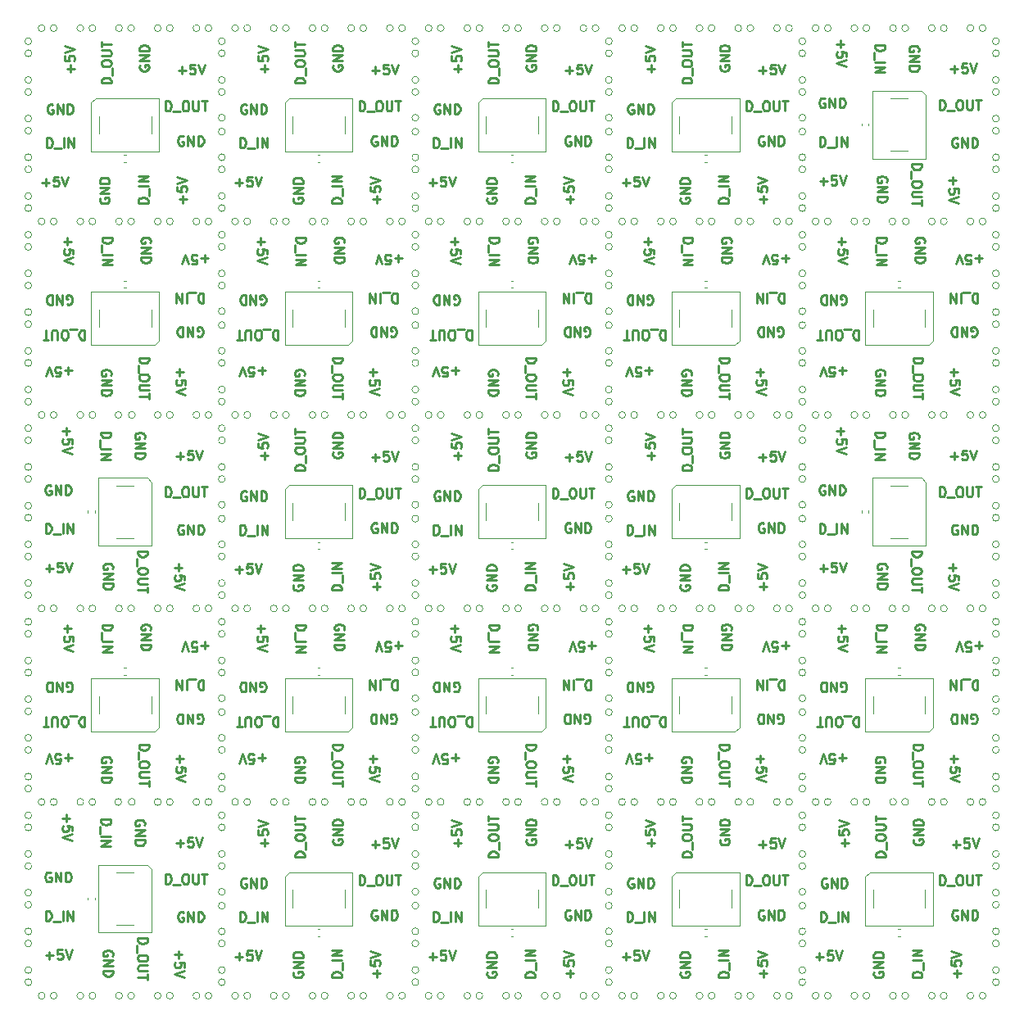
<source format=gbr>
%TF.GenerationSoftware,KiCad,Pcbnew,9.0.7*%
%TF.CreationDate,2026-02-12T20:02:34+01:00*%
%TF.ProjectId,PCB_Neopixel_rigid,5043425f-4e65-46f7-9069-78656c5f7269,rev?*%
%TF.SameCoordinates,Original*%
%TF.FileFunction,Legend,Top*%
%TF.FilePolarity,Positive*%
%FSLAX46Y46*%
G04 Gerber Fmt 4.6, Leading zero omitted, Abs format (unit mm)*
G04 Created by KiCad (PCBNEW 9.0.7) date 2026-02-12 20:02:34*
%MOMM*%
%LPD*%
G01*
G04 APERTURE LIST*
%ADD10C,0.250000*%
%ADD11C,0.120000*%
%ADD12C,0.100000*%
G04 APERTURE END LIST*
D10*
X199110140Y-77410807D02*
X199110140Y-78410807D01*
X199110140Y-78410807D02*
X198872045Y-78410807D01*
X198872045Y-78410807D02*
X198729188Y-78363188D01*
X198729188Y-78363188D02*
X198633950Y-78267950D01*
X198633950Y-78267950D02*
X198586331Y-78172712D01*
X198586331Y-78172712D02*
X198538712Y-77982236D01*
X198538712Y-77982236D02*
X198538712Y-77839379D01*
X198538712Y-77839379D02*
X198586331Y-77648903D01*
X198586331Y-77648903D02*
X198633950Y-77553665D01*
X198633950Y-77553665D02*
X198729188Y-77458427D01*
X198729188Y-77458427D02*
X198872045Y-77410807D01*
X198872045Y-77410807D02*
X199110140Y-77410807D01*
X198348236Y-77315569D02*
X197586331Y-77315569D01*
X197348235Y-77410807D02*
X197348235Y-78410807D01*
X196872045Y-77410807D02*
X196872045Y-78410807D01*
X196872045Y-78410807D02*
X196300617Y-77410807D01*
X196300617Y-77410807D02*
X196300617Y-78410807D01*
X186810140Y-81210807D02*
X186810140Y-82210807D01*
X186810140Y-82210807D02*
X186572045Y-82210807D01*
X186572045Y-82210807D02*
X186429188Y-82163188D01*
X186429188Y-82163188D02*
X186333950Y-82067950D01*
X186333950Y-82067950D02*
X186286331Y-81972712D01*
X186286331Y-81972712D02*
X186238712Y-81782236D01*
X186238712Y-81782236D02*
X186238712Y-81639379D01*
X186238712Y-81639379D02*
X186286331Y-81448903D01*
X186286331Y-81448903D02*
X186333950Y-81353665D01*
X186333950Y-81353665D02*
X186429188Y-81258427D01*
X186429188Y-81258427D02*
X186572045Y-81210807D01*
X186572045Y-81210807D02*
X186810140Y-81210807D01*
X186048236Y-81115569D02*
X185286331Y-81115569D01*
X184857759Y-82210807D02*
X184667283Y-82210807D01*
X184667283Y-82210807D02*
X184572045Y-82163188D01*
X184572045Y-82163188D02*
X184476807Y-82067950D01*
X184476807Y-82067950D02*
X184429188Y-81877474D01*
X184429188Y-81877474D02*
X184429188Y-81544141D01*
X184429188Y-81544141D02*
X184476807Y-81353665D01*
X184476807Y-81353665D02*
X184572045Y-81258427D01*
X184572045Y-81258427D02*
X184667283Y-81210807D01*
X184667283Y-81210807D02*
X184857759Y-81210807D01*
X184857759Y-81210807D02*
X184952997Y-81258427D01*
X184952997Y-81258427D02*
X185048235Y-81353665D01*
X185048235Y-81353665D02*
X185095854Y-81544141D01*
X185095854Y-81544141D02*
X185095854Y-81877474D01*
X185095854Y-81877474D02*
X185048235Y-82067950D01*
X185048235Y-82067950D02*
X184952997Y-82163188D01*
X184952997Y-82163188D02*
X184857759Y-82210807D01*
X184000616Y-82210807D02*
X184000616Y-81401284D01*
X184000616Y-81401284D02*
X183952997Y-81306046D01*
X183952997Y-81306046D02*
X183905378Y-81258427D01*
X183905378Y-81258427D02*
X183810140Y-81210807D01*
X183810140Y-81210807D02*
X183619664Y-81210807D01*
X183619664Y-81210807D02*
X183524426Y-81258427D01*
X183524426Y-81258427D02*
X183476807Y-81306046D01*
X183476807Y-81306046D02*
X183429188Y-81401284D01*
X183429188Y-81401284D02*
X183429188Y-82210807D01*
X183095854Y-82210807D02*
X182524426Y-82210807D01*
X182810140Y-81210807D02*
X182810140Y-82210807D01*
X188648088Y-71677995D02*
X189648088Y-71677995D01*
X189648088Y-71677995D02*
X189648088Y-71916090D01*
X189648088Y-71916090D02*
X189600469Y-72058947D01*
X189600469Y-72058947D02*
X189505231Y-72154185D01*
X189505231Y-72154185D02*
X189409993Y-72201804D01*
X189409993Y-72201804D02*
X189219517Y-72249423D01*
X189219517Y-72249423D02*
X189076660Y-72249423D01*
X189076660Y-72249423D02*
X188886184Y-72201804D01*
X188886184Y-72201804D02*
X188790946Y-72154185D01*
X188790946Y-72154185D02*
X188695708Y-72058947D01*
X188695708Y-72058947D02*
X188648088Y-71916090D01*
X188648088Y-71916090D02*
X188648088Y-71677995D01*
X188552850Y-72439900D02*
X188552850Y-73201804D01*
X188648088Y-73439900D02*
X189648088Y-73439900D01*
X188648088Y-73916090D02*
X189648088Y-73916090D01*
X189648088Y-73916090D02*
X188648088Y-74487518D01*
X188648088Y-74487518D02*
X189648088Y-74487518D01*
X196629041Y-85177995D02*
X196629041Y-85939900D01*
X196248088Y-85558947D02*
X197009993Y-85558947D01*
X197248088Y-86892280D02*
X197248088Y-86416090D01*
X197248088Y-86416090D02*
X196771898Y-86368471D01*
X196771898Y-86368471D02*
X196819517Y-86416090D01*
X196819517Y-86416090D02*
X196867136Y-86511328D01*
X196867136Y-86511328D02*
X196867136Y-86749423D01*
X196867136Y-86749423D02*
X196819517Y-86844661D01*
X196819517Y-86844661D02*
X196771898Y-86892280D01*
X196771898Y-86892280D02*
X196676660Y-86939899D01*
X196676660Y-86939899D02*
X196438565Y-86939899D01*
X196438565Y-86939899D02*
X196343327Y-86892280D01*
X196343327Y-86892280D02*
X196295708Y-86844661D01*
X196295708Y-86844661D02*
X196248088Y-86749423D01*
X196248088Y-86749423D02*
X196248088Y-86511328D01*
X196248088Y-86511328D02*
X196295708Y-86416090D01*
X196295708Y-86416090D02*
X196343327Y-86368471D01*
X197248088Y-87225614D02*
X196248088Y-87558947D01*
X196248088Y-87558947D02*
X197248088Y-87892280D01*
X192448089Y-84077995D02*
X193448089Y-84077995D01*
X193448089Y-84077995D02*
X193448089Y-84316090D01*
X193448089Y-84316090D02*
X193400470Y-84458947D01*
X193400470Y-84458947D02*
X193305232Y-84554185D01*
X193305232Y-84554185D02*
X193209994Y-84601804D01*
X193209994Y-84601804D02*
X193019518Y-84649423D01*
X193019518Y-84649423D02*
X192876661Y-84649423D01*
X192876661Y-84649423D02*
X192686185Y-84601804D01*
X192686185Y-84601804D02*
X192590947Y-84554185D01*
X192590947Y-84554185D02*
X192495709Y-84458947D01*
X192495709Y-84458947D02*
X192448089Y-84316090D01*
X192448089Y-84316090D02*
X192448089Y-84077995D01*
X192352851Y-84839900D02*
X192352851Y-85601804D01*
X193448089Y-86030376D02*
X193448089Y-86220852D01*
X193448089Y-86220852D02*
X193400470Y-86316090D01*
X193400470Y-86316090D02*
X193305232Y-86411328D01*
X193305232Y-86411328D02*
X193114756Y-86458947D01*
X193114756Y-86458947D02*
X192781423Y-86458947D01*
X192781423Y-86458947D02*
X192590947Y-86411328D01*
X192590947Y-86411328D02*
X192495709Y-86316090D01*
X192495709Y-86316090D02*
X192448089Y-86220852D01*
X192448089Y-86220852D02*
X192448089Y-86030376D01*
X192448089Y-86030376D02*
X192495709Y-85935138D01*
X192495709Y-85935138D02*
X192590947Y-85839900D01*
X192590947Y-85839900D02*
X192781423Y-85792281D01*
X192781423Y-85792281D02*
X193114756Y-85792281D01*
X193114756Y-85792281D02*
X193305232Y-85839900D01*
X193305232Y-85839900D02*
X193400470Y-85935138D01*
X193400470Y-85935138D02*
X193448089Y-86030376D01*
X193448089Y-86887519D02*
X192638566Y-86887519D01*
X192638566Y-86887519D02*
X192543328Y-86935138D01*
X192543328Y-86935138D02*
X192495709Y-86982757D01*
X192495709Y-86982757D02*
X192448089Y-87077995D01*
X192448089Y-87077995D02*
X192448089Y-87268471D01*
X192448089Y-87268471D02*
X192495709Y-87363709D01*
X192495709Y-87363709D02*
X192543328Y-87411328D01*
X192543328Y-87411328D02*
X192638566Y-87458947D01*
X192638566Y-87458947D02*
X193448089Y-87458947D01*
X193448089Y-87792281D02*
X193448089Y-88363709D01*
X192448089Y-88077995D02*
X193448089Y-88077995D01*
X193600469Y-72201804D02*
X193648088Y-72106566D01*
X193648088Y-72106566D02*
X193648088Y-71963709D01*
X193648088Y-71963709D02*
X193600469Y-71820852D01*
X193600469Y-71820852D02*
X193505231Y-71725614D01*
X193505231Y-71725614D02*
X193409993Y-71677995D01*
X193409993Y-71677995D02*
X193219517Y-71630376D01*
X193219517Y-71630376D02*
X193076660Y-71630376D01*
X193076660Y-71630376D02*
X192886184Y-71677995D01*
X192886184Y-71677995D02*
X192790946Y-71725614D01*
X192790946Y-71725614D02*
X192695708Y-71820852D01*
X192695708Y-71820852D02*
X192648088Y-71963709D01*
X192648088Y-71963709D02*
X192648088Y-72058947D01*
X192648088Y-72058947D02*
X192695708Y-72201804D01*
X192695708Y-72201804D02*
X192743327Y-72249423D01*
X192743327Y-72249423D02*
X193076660Y-72249423D01*
X193076660Y-72249423D02*
X193076660Y-72058947D01*
X192648088Y-72677995D02*
X193648088Y-72677995D01*
X193648088Y-72677995D02*
X192648088Y-73249423D01*
X192648088Y-73249423D02*
X193648088Y-73249423D01*
X192648088Y-73725614D02*
X193648088Y-73725614D01*
X193648088Y-73725614D02*
X193648088Y-73963709D01*
X193648088Y-73963709D02*
X193600469Y-74106566D01*
X193600469Y-74106566D02*
X193505231Y-74201804D01*
X193505231Y-74201804D02*
X193409993Y-74249423D01*
X193409993Y-74249423D02*
X193219517Y-74297042D01*
X193219517Y-74297042D02*
X193076660Y-74297042D01*
X193076660Y-74297042D02*
X192886184Y-74249423D01*
X192886184Y-74249423D02*
X192790946Y-74201804D01*
X192790946Y-74201804D02*
X192695708Y-74106566D01*
X192695708Y-74106566D02*
X192648088Y-73963709D01*
X192648088Y-73963709D02*
X192648088Y-73725614D01*
X198486331Y-81863188D02*
X198581569Y-81910807D01*
X198581569Y-81910807D02*
X198724426Y-81910807D01*
X198724426Y-81910807D02*
X198867283Y-81863188D01*
X198867283Y-81863188D02*
X198962521Y-81767950D01*
X198962521Y-81767950D02*
X199010140Y-81672712D01*
X199010140Y-81672712D02*
X199057759Y-81482236D01*
X199057759Y-81482236D02*
X199057759Y-81339379D01*
X199057759Y-81339379D02*
X199010140Y-81148903D01*
X199010140Y-81148903D02*
X198962521Y-81053665D01*
X198962521Y-81053665D02*
X198867283Y-80958427D01*
X198867283Y-80958427D02*
X198724426Y-80910807D01*
X198724426Y-80910807D02*
X198629188Y-80910807D01*
X198629188Y-80910807D02*
X198486331Y-80958427D01*
X198486331Y-80958427D02*
X198438712Y-81006046D01*
X198438712Y-81006046D02*
X198438712Y-81339379D01*
X198438712Y-81339379D02*
X198629188Y-81339379D01*
X198010140Y-80910807D02*
X198010140Y-81910807D01*
X198010140Y-81910807D02*
X197438712Y-80910807D01*
X197438712Y-80910807D02*
X197438712Y-81910807D01*
X196962521Y-80910807D02*
X196962521Y-81910807D01*
X196962521Y-81910807D02*
X196724426Y-81910807D01*
X196724426Y-81910807D02*
X196581569Y-81863188D01*
X196581569Y-81863188D02*
X196486331Y-81767950D01*
X196486331Y-81767950D02*
X196438712Y-81672712D01*
X196438712Y-81672712D02*
X196391093Y-81482236D01*
X196391093Y-81482236D02*
X196391093Y-81339379D01*
X196391093Y-81339379D02*
X196438712Y-81148903D01*
X196438712Y-81148903D02*
X196486331Y-81053665D01*
X196486331Y-81053665D02*
X196581569Y-80958427D01*
X196581569Y-80958427D02*
X196724426Y-80910807D01*
X196724426Y-80910807D02*
X196962521Y-80910807D01*
X185510139Y-85391760D02*
X184748235Y-85391760D01*
X185129187Y-85010807D02*
X185129187Y-85772712D01*
X183795854Y-86010807D02*
X184272044Y-86010807D01*
X184272044Y-86010807D02*
X184319663Y-85534617D01*
X184319663Y-85534617D02*
X184272044Y-85582236D01*
X184272044Y-85582236D02*
X184176806Y-85629855D01*
X184176806Y-85629855D02*
X183938711Y-85629855D01*
X183938711Y-85629855D02*
X183843473Y-85582236D01*
X183843473Y-85582236D02*
X183795854Y-85534617D01*
X183795854Y-85534617D02*
X183748235Y-85439379D01*
X183748235Y-85439379D02*
X183748235Y-85201284D01*
X183748235Y-85201284D02*
X183795854Y-85106046D01*
X183795854Y-85106046D02*
X183843473Y-85058427D01*
X183843473Y-85058427D02*
X183938711Y-85010807D01*
X183938711Y-85010807D02*
X184176806Y-85010807D01*
X184176806Y-85010807D02*
X184272044Y-85058427D01*
X184272044Y-85058427D02*
X184319663Y-85106046D01*
X183462520Y-86010807D02*
X183129187Y-85010807D01*
X183129187Y-85010807D02*
X182795854Y-86010807D01*
X189500470Y-85901804D02*
X189548089Y-85806566D01*
X189548089Y-85806566D02*
X189548089Y-85663709D01*
X189548089Y-85663709D02*
X189500470Y-85520852D01*
X189500470Y-85520852D02*
X189405232Y-85425614D01*
X189405232Y-85425614D02*
X189309994Y-85377995D01*
X189309994Y-85377995D02*
X189119518Y-85330376D01*
X189119518Y-85330376D02*
X188976661Y-85330376D01*
X188976661Y-85330376D02*
X188786185Y-85377995D01*
X188786185Y-85377995D02*
X188690947Y-85425614D01*
X188690947Y-85425614D02*
X188595709Y-85520852D01*
X188595709Y-85520852D02*
X188548089Y-85663709D01*
X188548089Y-85663709D02*
X188548089Y-85758947D01*
X188548089Y-85758947D02*
X188595709Y-85901804D01*
X188595709Y-85901804D02*
X188643328Y-85949423D01*
X188643328Y-85949423D02*
X188976661Y-85949423D01*
X188976661Y-85949423D02*
X188976661Y-85758947D01*
X188548089Y-86377995D02*
X189548089Y-86377995D01*
X189548089Y-86377995D02*
X188548089Y-86949423D01*
X188548089Y-86949423D02*
X189548089Y-86949423D01*
X188548089Y-87425614D02*
X189548089Y-87425614D01*
X189548089Y-87425614D02*
X189548089Y-87663709D01*
X189548089Y-87663709D02*
X189500470Y-87806566D01*
X189500470Y-87806566D02*
X189405232Y-87901804D01*
X189405232Y-87901804D02*
X189309994Y-87949423D01*
X189309994Y-87949423D02*
X189119518Y-87997042D01*
X189119518Y-87997042D02*
X188976661Y-87997042D01*
X188976661Y-87997042D02*
X188786185Y-87949423D01*
X188786185Y-87949423D02*
X188690947Y-87901804D01*
X188690947Y-87901804D02*
X188595709Y-87806566D01*
X188595709Y-87806566D02*
X188548089Y-87663709D01*
X188548089Y-87663709D02*
X188548089Y-87425614D01*
X185029041Y-71677995D02*
X185029041Y-72439900D01*
X184648088Y-72058947D02*
X185409993Y-72058947D01*
X185648088Y-73392280D02*
X185648088Y-72916090D01*
X185648088Y-72916090D02*
X185171898Y-72868471D01*
X185171898Y-72868471D02*
X185219517Y-72916090D01*
X185219517Y-72916090D02*
X185267136Y-73011328D01*
X185267136Y-73011328D02*
X185267136Y-73249423D01*
X185267136Y-73249423D02*
X185219517Y-73344661D01*
X185219517Y-73344661D02*
X185171898Y-73392280D01*
X185171898Y-73392280D02*
X185076660Y-73439899D01*
X185076660Y-73439899D02*
X184838565Y-73439899D01*
X184838565Y-73439899D02*
X184743327Y-73392280D01*
X184743327Y-73392280D02*
X184695708Y-73344661D01*
X184695708Y-73344661D02*
X184648088Y-73249423D01*
X184648088Y-73249423D02*
X184648088Y-73011328D01*
X184648088Y-73011328D02*
X184695708Y-72916090D01*
X184695708Y-72916090D02*
X184743327Y-72868471D01*
X185648088Y-73725614D02*
X184648088Y-74058947D01*
X184648088Y-74058947D02*
X185648088Y-74392280D01*
X184986331Y-78563188D02*
X185081569Y-78610807D01*
X185081569Y-78610807D02*
X185224426Y-78610807D01*
X185224426Y-78610807D02*
X185367283Y-78563188D01*
X185367283Y-78563188D02*
X185462521Y-78467950D01*
X185462521Y-78467950D02*
X185510140Y-78372712D01*
X185510140Y-78372712D02*
X185557759Y-78182236D01*
X185557759Y-78182236D02*
X185557759Y-78039379D01*
X185557759Y-78039379D02*
X185510140Y-77848903D01*
X185510140Y-77848903D02*
X185462521Y-77753665D01*
X185462521Y-77753665D02*
X185367283Y-77658427D01*
X185367283Y-77658427D02*
X185224426Y-77610807D01*
X185224426Y-77610807D02*
X185129188Y-77610807D01*
X185129188Y-77610807D02*
X184986331Y-77658427D01*
X184986331Y-77658427D02*
X184938712Y-77706046D01*
X184938712Y-77706046D02*
X184938712Y-78039379D01*
X184938712Y-78039379D02*
X185129188Y-78039379D01*
X184510140Y-77610807D02*
X184510140Y-78610807D01*
X184510140Y-78610807D02*
X183938712Y-77610807D01*
X183938712Y-77610807D02*
X183938712Y-78610807D01*
X183462521Y-77610807D02*
X183462521Y-78610807D01*
X183462521Y-78610807D02*
X183224426Y-78610807D01*
X183224426Y-78610807D02*
X183081569Y-78563188D01*
X183081569Y-78563188D02*
X182986331Y-78467950D01*
X182986331Y-78467950D02*
X182938712Y-78372712D01*
X182938712Y-78372712D02*
X182891093Y-78182236D01*
X182891093Y-78182236D02*
X182891093Y-78039379D01*
X182891093Y-78039379D02*
X182938712Y-77848903D01*
X182938712Y-77848903D02*
X182986331Y-77753665D01*
X182986331Y-77753665D02*
X183081569Y-77658427D01*
X183081569Y-77658427D02*
X183224426Y-77610807D01*
X183224426Y-77610807D02*
X183462521Y-77610807D01*
X199610140Y-73791760D02*
X198848236Y-73791760D01*
X199229188Y-73410807D02*
X199229188Y-74172712D01*
X197895855Y-74410807D02*
X198372045Y-74410807D01*
X198372045Y-74410807D02*
X198419664Y-73934617D01*
X198419664Y-73934617D02*
X198372045Y-73982236D01*
X198372045Y-73982236D02*
X198276807Y-74029855D01*
X198276807Y-74029855D02*
X198038712Y-74029855D01*
X198038712Y-74029855D02*
X197943474Y-73982236D01*
X197943474Y-73982236D02*
X197895855Y-73934617D01*
X197895855Y-73934617D02*
X197848236Y-73839379D01*
X197848236Y-73839379D02*
X197848236Y-73601284D01*
X197848236Y-73601284D02*
X197895855Y-73506046D01*
X197895855Y-73506046D02*
X197943474Y-73458427D01*
X197943474Y-73458427D02*
X198038712Y-73410807D01*
X198038712Y-73410807D02*
X198276807Y-73410807D01*
X198276807Y-73410807D02*
X198372045Y-73458427D01*
X198372045Y-73458427D02*
X198419664Y-73506046D01*
X197562521Y-74410807D02*
X197229188Y-73410807D01*
X197229188Y-73410807D02*
X196895855Y-74410807D01*
X182402568Y-145983666D02*
X183164473Y-145983666D01*
X182783520Y-146364619D02*
X182783520Y-145602714D01*
X184116853Y-145364619D02*
X183640663Y-145364619D01*
X183640663Y-145364619D02*
X183593044Y-145840809D01*
X183593044Y-145840809D02*
X183640663Y-145793190D01*
X183640663Y-145793190D02*
X183735901Y-145745571D01*
X183735901Y-145745571D02*
X183973996Y-145745571D01*
X183973996Y-145745571D02*
X184069234Y-145793190D01*
X184069234Y-145793190D02*
X184116853Y-145840809D01*
X184116853Y-145840809D02*
X184164472Y-145936047D01*
X184164472Y-145936047D02*
X184164472Y-146174142D01*
X184164472Y-146174142D02*
X184116853Y-146269380D01*
X184116853Y-146269380D02*
X184069234Y-146317000D01*
X184069234Y-146317000D02*
X183973996Y-146364619D01*
X183973996Y-146364619D02*
X183735901Y-146364619D01*
X183735901Y-146364619D02*
X183640663Y-146317000D01*
X183640663Y-146317000D02*
X183593044Y-146269380D01*
X184450187Y-145364619D02*
X184783520Y-146364619D01*
X184783520Y-146364619D02*
X185116853Y-145364619D01*
X192512238Y-133873622D02*
X192464619Y-133968860D01*
X192464619Y-133968860D02*
X192464619Y-134111717D01*
X192464619Y-134111717D02*
X192512238Y-134254574D01*
X192512238Y-134254574D02*
X192607476Y-134349812D01*
X192607476Y-134349812D02*
X192702714Y-134397431D01*
X192702714Y-134397431D02*
X192893190Y-134445050D01*
X192893190Y-134445050D02*
X193036047Y-134445050D01*
X193036047Y-134445050D02*
X193226523Y-134397431D01*
X193226523Y-134397431D02*
X193321761Y-134349812D01*
X193321761Y-134349812D02*
X193417000Y-134254574D01*
X193417000Y-134254574D02*
X193464619Y-134111717D01*
X193464619Y-134111717D02*
X193464619Y-134016479D01*
X193464619Y-134016479D02*
X193417000Y-133873622D01*
X193417000Y-133873622D02*
X193369380Y-133826003D01*
X193369380Y-133826003D02*
X193036047Y-133826003D01*
X193036047Y-133826003D02*
X193036047Y-134016479D01*
X193464619Y-133397431D02*
X192464619Y-133397431D01*
X192464619Y-133397431D02*
X193464619Y-132826003D01*
X193464619Y-132826003D02*
X192464619Y-132826003D01*
X193464619Y-132349812D02*
X192464619Y-132349812D01*
X192464619Y-132349812D02*
X192464619Y-132111717D01*
X192464619Y-132111717D02*
X192512238Y-131968860D01*
X192512238Y-131968860D02*
X192607476Y-131873622D01*
X192607476Y-131873622D02*
X192702714Y-131826003D01*
X192702714Y-131826003D02*
X192893190Y-131778384D01*
X192893190Y-131778384D02*
X193036047Y-131778384D01*
X193036047Y-131778384D02*
X193226523Y-131826003D01*
X193226523Y-131826003D02*
X193321761Y-131873622D01*
X193321761Y-131873622D02*
X193417000Y-131968860D01*
X193417000Y-131968860D02*
X193464619Y-132111717D01*
X193464619Y-132111717D02*
X193464619Y-132349812D01*
X197026377Y-141212238D02*
X196931139Y-141164619D01*
X196931139Y-141164619D02*
X196788282Y-141164619D01*
X196788282Y-141164619D02*
X196645425Y-141212238D01*
X196645425Y-141212238D02*
X196550187Y-141307476D01*
X196550187Y-141307476D02*
X196502568Y-141402714D01*
X196502568Y-141402714D02*
X196454949Y-141593190D01*
X196454949Y-141593190D02*
X196454949Y-141736047D01*
X196454949Y-141736047D02*
X196502568Y-141926523D01*
X196502568Y-141926523D02*
X196550187Y-142021761D01*
X196550187Y-142021761D02*
X196645425Y-142117000D01*
X196645425Y-142117000D02*
X196788282Y-142164619D01*
X196788282Y-142164619D02*
X196883520Y-142164619D01*
X196883520Y-142164619D02*
X197026377Y-142117000D01*
X197026377Y-142117000D02*
X197073996Y-142069380D01*
X197073996Y-142069380D02*
X197073996Y-141736047D01*
X197073996Y-141736047D02*
X196883520Y-141736047D01*
X197502568Y-142164619D02*
X197502568Y-141164619D01*
X197502568Y-141164619D02*
X198073996Y-142164619D01*
X198073996Y-142164619D02*
X198073996Y-141164619D01*
X198550187Y-142164619D02*
X198550187Y-141164619D01*
X198550187Y-141164619D02*
X198788282Y-141164619D01*
X198788282Y-141164619D02*
X198931139Y-141212238D01*
X198931139Y-141212238D02*
X199026377Y-141307476D01*
X199026377Y-141307476D02*
X199073996Y-141402714D01*
X199073996Y-141402714D02*
X199121615Y-141593190D01*
X199121615Y-141593190D02*
X199121615Y-141736047D01*
X199121615Y-141736047D02*
X199073996Y-141926523D01*
X199073996Y-141926523D02*
X199026377Y-142021761D01*
X199026377Y-142021761D02*
X198931139Y-142117000D01*
X198931139Y-142117000D02*
X198788282Y-142164619D01*
X198788282Y-142164619D02*
X198550187Y-142164619D01*
X196983666Y-148097431D02*
X196983666Y-147335527D01*
X197364619Y-147716479D02*
X196602714Y-147716479D01*
X196364619Y-146383146D02*
X196364619Y-146859336D01*
X196364619Y-146859336D02*
X196840809Y-146906955D01*
X196840809Y-146906955D02*
X196793190Y-146859336D01*
X196793190Y-146859336D02*
X196745571Y-146764098D01*
X196745571Y-146764098D02*
X196745571Y-146526003D01*
X196745571Y-146526003D02*
X196793190Y-146430765D01*
X196793190Y-146430765D02*
X196840809Y-146383146D01*
X196840809Y-146383146D02*
X196936047Y-146335527D01*
X196936047Y-146335527D02*
X197174142Y-146335527D01*
X197174142Y-146335527D02*
X197269380Y-146383146D01*
X197269380Y-146383146D02*
X197317000Y-146430765D01*
X197317000Y-146430765D02*
X197364619Y-146526003D01*
X197364619Y-146526003D02*
X197364619Y-146764098D01*
X197364619Y-146764098D02*
X197317000Y-146859336D01*
X197317000Y-146859336D02*
X197269380Y-146906955D01*
X196364619Y-146049812D02*
X197364619Y-145716479D01*
X197364619Y-145716479D02*
X196364619Y-145383146D01*
X183526377Y-137912238D02*
X183431139Y-137864619D01*
X183431139Y-137864619D02*
X183288282Y-137864619D01*
X183288282Y-137864619D02*
X183145425Y-137912238D01*
X183145425Y-137912238D02*
X183050187Y-138007476D01*
X183050187Y-138007476D02*
X183002568Y-138102714D01*
X183002568Y-138102714D02*
X182954949Y-138293190D01*
X182954949Y-138293190D02*
X182954949Y-138436047D01*
X182954949Y-138436047D02*
X183002568Y-138626523D01*
X183002568Y-138626523D02*
X183050187Y-138721761D01*
X183050187Y-138721761D02*
X183145425Y-138817000D01*
X183145425Y-138817000D02*
X183288282Y-138864619D01*
X183288282Y-138864619D02*
X183383520Y-138864619D01*
X183383520Y-138864619D02*
X183526377Y-138817000D01*
X183526377Y-138817000D02*
X183573996Y-138769380D01*
X183573996Y-138769380D02*
X183573996Y-138436047D01*
X183573996Y-138436047D02*
X183383520Y-138436047D01*
X184002568Y-138864619D02*
X184002568Y-137864619D01*
X184002568Y-137864619D02*
X184573996Y-138864619D01*
X184573996Y-138864619D02*
X184573996Y-137864619D01*
X185050187Y-138864619D02*
X185050187Y-137864619D01*
X185050187Y-137864619D02*
X185288282Y-137864619D01*
X185288282Y-137864619D02*
X185431139Y-137912238D01*
X185431139Y-137912238D02*
X185526377Y-138007476D01*
X185526377Y-138007476D02*
X185573996Y-138102714D01*
X185573996Y-138102714D02*
X185621615Y-138293190D01*
X185621615Y-138293190D02*
X185621615Y-138436047D01*
X185621615Y-138436047D02*
X185573996Y-138626523D01*
X185573996Y-138626523D02*
X185526377Y-138721761D01*
X185526377Y-138721761D02*
X185431139Y-138817000D01*
X185431139Y-138817000D02*
X185288282Y-138864619D01*
X185288282Y-138864619D02*
X185050187Y-138864619D01*
X196502568Y-134383666D02*
X197264473Y-134383666D01*
X196883520Y-134764619D02*
X196883520Y-134002714D01*
X198216853Y-133764619D02*
X197740663Y-133764619D01*
X197740663Y-133764619D02*
X197693044Y-134240809D01*
X197693044Y-134240809D02*
X197740663Y-134193190D01*
X197740663Y-134193190D02*
X197835901Y-134145571D01*
X197835901Y-134145571D02*
X198073996Y-134145571D01*
X198073996Y-134145571D02*
X198169234Y-134193190D01*
X198169234Y-134193190D02*
X198216853Y-134240809D01*
X198216853Y-134240809D02*
X198264472Y-134336047D01*
X198264472Y-134336047D02*
X198264472Y-134574142D01*
X198264472Y-134574142D02*
X198216853Y-134669380D01*
X198216853Y-134669380D02*
X198169234Y-134717000D01*
X198169234Y-134717000D02*
X198073996Y-134764619D01*
X198073996Y-134764619D02*
X197835901Y-134764619D01*
X197835901Y-134764619D02*
X197740663Y-134717000D01*
X197740663Y-134717000D02*
X197693044Y-134669380D01*
X198550187Y-133764619D02*
X198883520Y-134764619D01*
X198883520Y-134764619D02*
X199216853Y-133764619D01*
X188412238Y-147573622D02*
X188364619Y-147668860D01*
X188364619Y-147668860D02*
X188364619Y-147811717D01*
X188364619Y-147811717D02*
X188412238Y-147954574D01*
X188412238Y-147954574D02*
X188507476Y-148049812D01*
X188507476Y-148049812D02*
X188602714Y-148097431D01*
X188602714Y-148097431D02*
X188793190Y-148145050D01*
X188793190Y-148145050D02*
X188936047Y-148145050D01*
X188936047Y-148145050D02*
X189126523Y-148097431D01*
X189126523Y-148097431D02*
X189221761Y-148049812D01*
X189221761Y-148049812D02*
X189317000Y-147954574D01*
X189317000Y-147954574D02*
X189364619Y-147811717D01*
X189364619Y-147811717D02*
X189364619Y-147716479D01*
X189364619Y-147716479D02*
X189317000Y-147573622D01*
X189317000Y-147573622D02*
X189269380Y-147526003D01*
X189269380Y-147526003D02*
X188936047Y-147526003D01*
X188936047Y-147526003D02*
X188936047Y-147716479D01*
X189364619Y-147097431D02*
X188364619Y-147097431D01*
X188364619Y-147097431D02*
X189364619Y-146526003D01*
X189364619Y-146526003D02*
X188364619Y-146526003D01*
X189364619Y-146049812D02*
X188364619Y-146049812D01*
X188364619Y-146049812D02*
X188364619Y-145811717D01*
X188364619Y-145811717D02*
X188412238Y-145668860D01*
X188412238Y-145668860D02*
X188507476Y-145573622D01*
X188507476Y-145573622D02*
X188602714Y-145526003D01*
X188602714Y-145526003D02*
X188793190Y-145478384D01*
X188793190Y-145478384D02*
X188936047Y-145478384D01*
X188936047Y-145478384D02*
X189126523Y-145526003D01*
X189126523Y-145526003D02*
X189221761Y-145573622D01*
X189221761Y-145573622D02*
X189317000Y-145668860D01*
X189317000Y-145668860D02*
X189364619Y-145811717D01*
X189364619Y-145811717D02*
X189364619Y-146049812D01*
X189564619Y-135697431D02*
X188564619Y-135697431D01*
X188564619Y-135697431D02*
X188564619Y-135459336D01*
X188564619Y-135459336D02*
X188612238Y-135316479D01*
X188612238Y-135316479D02*
X188707476Y-135221241D01*
X188707476Y-135221241D02*
X188802714Y-135173622D01*
X188802714Y-135173622D02*
X188993190Y-135126003D01*
X188993190Y-135126003D02*
X189136047Y-135126003D01*
X189136047Y-135126003D02*
X189326523Y-135173622D01*
X189326523Y-135173622D02*
X189421761Y-135221241D01*
X189421761Y-135221241D02*
X189517000Y-135316479D01*
X189517000Y-135316479D02*
X189564619Y-135459336D01*
X189564619Y-135459336D02*
X189564619Y-135697431D01*
X189659857Y-134935527D02*
X189659857Y-134173622D01*
X188564619Y-133745050D02*
X188564619Y-133554574D01*
X188564619Y-133554574D02*
X188612238Y-133459336D01*
X188612238Y-133459336D02*
X188707476Y-133364098D01*
X188707476Y-133364098D02*
X188897952Y-133316479D01*
X188897952Y-133316479D02*
X189231285Y-133316479D01*
X189231285Y-133316479D02*
X189421761Y-133364098D01*
X189421761Y-133364098D02*
X189517000Y-133459336D01*
X189517000Y-133459336D02*
X189564619Y-133554574D01*
X189564619Y-133554574D02*
X189564619Y-133745050D01*
X189564619Y-133745050D02*
X189517000Y-133840288D01*
X189517000Y-133840288D02*
X189421761Y-133935526D01*
X189421761Y-133935526D02*
X189231285Y-133983145D01*
X189231285Y-133983145D02*
X188897952Y-133983145D01*
X188897952Y-133983145D02*
X188707476Y-133935526D01*
X188707476Y-133935526D02*
X188612238Y-133840288D01*
X188612238Y-133840288D02*
X188564619Y-133745050D01*
X188564619Y-132887907D02*
X189374142Y-132887907D01*
X189374142Y-132887907D02*
X189469380Y-132840288D01*
X189469380Y-132840288D02*
X189517000Y-132792669D01*
X189517000Y-132792669D02*
X189564619Y-132697431D01*
X189564619Y-132697431D02*
X189564619Y-132506955D01*
X189564619Y-132506955D02*
X189517000Y-132411717D01*
X189517000Y-132411717D02*
X189469380Y-132364098D01*
X189469380Y-132364098D02*
X189374142Y-132316479D01*
X189374142Y-132316479D02*
X188564619Y-132316479D01*
X188564619Y-131983145D02*
X188564619Y-131411717D01*
X189564619Y-131697431D02*
X188564619Y-131697431D01*
X185383666Y-134597431D02*
X185383666Y-133835527D01*
X185764619Y-134216479D02*
X185002714Y-134216479D01*
X184764619Y-132883146D02*
X184764619Y-133359336D01*
X184764619Y-133359336D02*
X185240809Y-133406955D01*
X185240809Y-133406955D02*
X185193190Y-133359336D01*
X185193190Y-133359336D02*
X185145571Y-133264098D01*
X185145571Y-133264098D02*
X185145571Y-133026003D01*
X185145571Y-133026003D02*
X185193190Y-132930765D01*
X185193190Y-132930765D02*
X185240809Y-132883146D01*
X185240809Y-132883146D02*
X185336047Y-132835527D01*
X185336047Y-132835527D02*
X185574142Y-132835527D01*
X185574142Y-132835527D02*
X185669380Y-132883146D01*
X185669380Y-132883146D02*
X185717000Y-132930765D01*
X185717000Y-132930765D02*
X185764619Y-133026003D01*
X185764619Y-133026003D02*
X185764619Y-133264098D01*
X185764619Y-133264098D02*
X185717000Y-133359336D01*
X185717000Y-133359336D02*
X185669380Y-133406955D01*
X184764619Y-132549812D02*
X185764619Y-132216479D01*
X185764619Y-132216479D02*
X184764619Y-131883146D01*
X193364619Y-148097431D02*
X192364619Y-148097431D01*
X192364619Y-148097431D02*
X192364619Y-147859336D01*
X192364619Y-147859336D02*
X192412238Y-147716479D01*
X192412238Y-147716479D02*
X192507476Y-147621241D01*
X192507476Y-147621241D02*
X192602714Y-147573622D01*
X192602714Y-147573622D02*
X192793190Y-147526003D01*
X192793190Y-147526003D02*
X192936047Y-147526003D01*
X192936047Y-147526003D02*
X193126523Y-147573622D01*
X193126523Y-147573622D02*
X193221761Y-147621241D01*
X193221761Y-147621241D02*
X193317000Y-147716479D01*
X193317000Y-147716479D02*
X193364619Y-147859336D01*
X193364619Y-147859336D02*
X193364619Y-148097431D01*
X193459857Y-147335527D02*
X193459857Y-146573622D01*
X193364619Y-146335526D02*
X192364619Y-146335526D01*
X193364619Y-145859336D02*
X192364619Y-145859336D01*
X192364619Y-145859336D02*
X193364619Y-145287908D01*
X193364619Y-145287908D02*
X192364619Y-145287908D01*
X195202568Y-138564619D02*
X195202568Y-137564619D01*
X195202568Y-137564619D02*
X195440663Y-137564619D01*
X195440663Y-137564619D02*
X195583520Y-137612238D01*
X195583520Y-137612238D02*
X195678758Y-137707476D01*
X195678758Y-137707476D02*
X195726377Y-137802714D01*
X195726377Y-137802714D02*
X195773996Y-137993190D01*
X195773996Y-137993190D02*
X195773996Y-138136047D01*
X195773996Y-138136047D02*
X195726377Y-138326523D01*
X195726377Y-138326523D02*
X195678758Y-138421761D01*
X195678758Y-138421761D02*
X195583520Y-138517000D01*
X195583520Y-138517000D02*
X195440663Y-138564619D01*
X195440663Y-138564619D02*
X195202568Y-138564619D01*
X195964473Y-138659857D02*
X196726377Y-138659857D01*
X197154949Y-137564619D02*
X197345425Y-137564619D01*
X197345425Y-137564619D02*
X197440663Y-137612238D01*
X197440663Y-137612238D02*
X197535901Y-137707476D01*
X197535901Y-137707476D02*
X197583520Y-137897952D01*
X197583520Y-137897952D02*
X197583520Y-138231285D01*
X197583520Y-138231285D02*
X197535901Y-138421761D01*
X197535901Y-138421761D02*
X197440663Y-138517000D01*
X197440663Y-138517000D02*
X197345425Y-138564619D01*
X197345425Y-138564619D02*
X197154949Y-138564619D01*
X197154949Y-138564619D02*
X197059711Y-138517000D01*
X197059711Y-138517000D02*
X196964473Y-138421761D01*
X196964473Y-138421761D02*
X196916854Y-138231285D01*
X196916854Y-138231285D02*
X196916854Y-137897952D01*
X196916854Y-137897952D02*
X196964473Y-137707476D01*
X196964473Y-137707476D02*
X197059711Y-137612238D01*
X197059711Y-137612238D02*
X197154949Y-137564619D01*
X198012092Y-137564619D02*
X198012092Y-138374142D01*
X198012092Y-138374142D02*
X198059711Y-138469380D01*
X198059711Y-138469380D02*
X198107330Y-138517000D01*
X198107330Y-138517000D02*
X198202568Y-138564619D01*
X198202568Y-138564619D02*
X198393044Y-138564619D01*
X198393044Y-138564619D02*
X198488282Y-138517000D01*
X198488282Y-138517000D02*
X198535901Y-138469380D01*
X198535901Y-138469380D02*
X198583520Y-138374142D01*
X198583520Y-138374142D02*
X198583520Y-137564619D01*
X198916854Y-137564619D02*
X199488282Y-137564619D01*
X199202568Y-138564619D02*
X199202568Y-137564619D01*
X182902568Y-142364619D02*
X182902568Y-141364619D01*
X182902568Y-141364619D02*
X183140663Y-141364619D01*
X183140663Y-141364619D02*
X183283520Y-141412238D01*
X183283520Y-141412238D02*
X183378758Y-141507476D01*
X183378758Y-141507476D02*
X183426377Y-141602714D01*
X183426377Y-141602714D02*
X183473996Y-141793190D01*
X183473996Y-141793190D02*
X183473996Y-141936047D01*
X183473996Y-141936047D02*
X183426377Y-142126523D01*
X183426377Y-142126523D02*
X183378758Y-142221761D01*
X183378758Y-142221761D02*
X183283520Y-142317000D01*
X183283520Y-142317000D02*
X183140663Y-142364619D01*
X183140663Y-142364619D02*
X182902568Y-142364619D01*
X183664473Y-142459857D02*
X184426377Y-142459857D01*
X184664473Y-142364619D02*
X184664473Y-141364619D01*
X185140663Y-142364619D02*
X185140663Y-141364619D01*
X185140663Y-141364619D02*
X185712091Y-142364619D01*
X185712091Y-142364619D02*
X185712091Y-141364619D01*
X162402568Y-145983666D02*
X163164473Y-145983666D01*
X162783520Y-146364619D02*
X162783520Y-145602714D01*
X164116853Y-145364619D02*
X163640663Y-145364619D01*
X163640663Y-145364619D02*
X163593044Y-145840809D01*
X163593044Y-145840809D02*
X163640663Y-145793190D01*
X163640663Y-145793190D02*
X163735901Y-145745571D01*
X163735901Y-145745571D02*
X163973996Y-145745571D01*
X163973996Y-145745571D02*
X164069234Y-145793190D01*
X164069234Y-145793190D02*
X164116853Y-145840809D01*
X164116853Y-145840809D02*
X164164472Y-145936047D01*
X164164472Y-145936047D02*
X164164472Y-146174142D01*
X164164472Y-146174142D02*
X164116853Y-146269380D01*
X164116853Y-146269380D02*
X164069234Y-146317000D01*
X164069234Y-146317000D02*
X163973996Y-146364619D01*
X163973996Y-146364619D02*
X163735901Y-146364619D01*
X163735901Y-146364619D02*
X163640663Y-146317000D01*
X163640663Y-146317000D02*
X163593044Y-146269380D01*
X164450187Y-145364619D02*
X164783520Y-146364619D01*
X164783520Y-146364619D02*
X165116853Y-145364619D01*
X165383666Y-134597431D02*
X165383666Y-133835527D01*
X165764619Y-134216479D02*
X165002714Y-134216479D01*
X164764619Y-132883146D02*
X164764619Y-133359336D01*
X164764619Y-133359336D02*
X165240809Y-133406955D01*
X165240809Y-133406955D02*
X165193190Y-133359336D01*
X165193190Y-133359336D02*
X165145571Y-133264098D01*
X165145571Y-133264098D02*
X165145571Y-133026003D01*
X165145571Y-133026003D02*
X165193190Y-132930765D01*
X165193190Y-132930765D02*
X165240809Y-132883146D01*
X165240809Y-132883146D02*
X165336047Y-132835527D01*
X165336047Y-132835527D02*
X165574142Y-132835527D01*
X165574142Y-132835527D02*
X165669380Y-132883146D01*
X165669380Y-132883146D02*
X165717000Y-132930765D01*
X165717000Y-132930765D02*
X165764619Y-133026003D01*
X165764619Y-133026003D02*
X165764619Y-133264098D01*
X165764619Y-133264098D02*
X165717000Y-133359336D01*
X165717000Y-133359336D02*
X165669380Y-133406955D01*
X164764619Y-132549812D02*
X165764619Y-132216479D01*
X165764619Y-132216479D02*
X164764619Y-131883146D01*
X176983666Y-148097431D02*
X176983666Y-147335527D01*
X177364619Y-147716479D02*
X176602714Y-147716479D01*
X176364619Y-146383146D02*
X176364619Y-146859336D01*
X176364619Y-146859336D02*
X176840809Y-146906955D01*
X176840809Y-146906955D02*
X176793190Y-146859336D01*
X176793190Y-146859336D02*
X176745571Y-146764098D01*
X176745571Y-146764098D02*
X176745571Y-146526003D01*
X176745571Y-146526003D02*
X176793190Y-146430765D01*
X176793190Y-146430765D02*
X176840809Y-146383146D01*
X176840809Y-146383146D02*
X176936047Y-146335527D01*
X176936047Y-146335527D02*
X177174142Y-146335527D01*
X177174142Y-146335527D02*
X177269380Y-146383146D01*
X177269380Y-146383146D02*
X177317000Y-146430765D01*
X177317000Y-146430765D02*
X177364619Y-146526003D01*
X177364619Y-146526003D02*
X177364619Y-146764098D01*
X177364619Y-146764098D02*
X177317000Y-146859336D01*
X177317000Y-146859336D02*
X177269380Y-146906955D01*
X176364619Y-146049812D02*
X177364619Y-145716479D01*
X177364619Y-145716479D02*
X176364619Y-145383146D01*
X177026377Y-141212238D02*
X176931139Y-141164619D01*
X176931139Y-141164619D02*
X176788282Y-141164619D01*
X176788282Y-141164619D02*
X176645425Y-141212238D01*
X176645425Y-141212238D02*
X176550187Y-141307476D01*
X176550187Y-141307476D02*
X176502568Y-141402714D01*
X176502568Y-141402714D02*
X176454949Y-141593190D01*
X176454949Y-141593190D02*
X176454949Y-141736047D01*
X176454949Y-141736047D02*
X176502568Y-141926523D01*
X176502568Y-141926523D02*
X176550187Y-142021761D01*
X176550187Y-142021761D02*
X176645425Y-142117000D01*
X176645425Y-142117000D02*
X176788282Y-142164619D01*
X176788282Y-142164619D02*
X176883520Y-142164619D01*
X176883520Y-142164619D02*
X177026377Y-142117000D01*
X177026377Y-142117000D02*
X177073996Y-142069380D01*
X177073996Y-142069380D02*
X177073996Y-141736047D01*
X177073996Y-141736047D02*
X176883520Y-141736047D01*
X177502568Y-142164619D02*
X177502568Y-141164619D01*
X177502568Y-141164619D02*
X178073996Y-142164619D01*
X178073996Y-142164619D02*
X178073996Y-141164619D01*
X178550187Y-142164619D02*
X178550187Y-141164619D01*
X178550187Y-141164619D02*
X178788282Y-141164619D01*
X178788282Y-141164619D02*
X178931139Y-141212238D01*
X178931139Y-141212238D02*
X179026377Y-141307476D01*
X179026377Y-141307476D02*
X179073996Y-141402714D01*
X179073996Y-141402714D02*
X179121615Y-141593190D01*
X179121615Y-141593190D02*
X179121615Y-141736047D01*
X179121615Y-141736047D02*
X179073996Y-141926523D01*
X179073996Y-141926523D02*
X179026377Y-142021761D01*
X179026377Y-142021761D02*
X178931139Y-142117000D01*
X178931139Y-142117000D02*
X178788282Y-142164619D01*
X178788282Y-142164619D02*
X178550187Y-142164619D01*
X172512238Y-133873622D02*
X172464619Y-133968860D01*
X172464619Y-133968860D02*
X172464619Y-134111717D01*
X172464619Y-134111717D02*
X172512238Y-134254574D01*
X172512238Y-134254574D02*
X172607476Y-134349812D01*
X172607476Y-134349812D02*
X172702714Y-134397431D01*
X172702714Y-134397431D02*
X172893190Y-134445050D01*
X172893190Y-134445050D02*
X173036047Y-134445050D01*
X173036047Y-134445050D02*
X173226523Y-134397431D01*
X173226523Y-134397431D02*
X173321761Y-134349812D01*
X173321761Y-134349812D02*
X173417000Y-134254574D01*
X173417000Y-134254574D02*
X173464619Y-134111717D01*
X173464619Y-134111717D02*
X173464619Y-134016479D01*
X173464619Y-134016479D02*
X173417000Y-133873622D01*
X173417000Y-133873622D02*
X173369380Y-133826003D01*
X173369380Y-133826003D02*
X173036047Y-133826003D01*
X173036047Y-133826003D02*
X173036047Y-134016479D01*
X173464619Y-133397431D02*
X172464619Y-133397431D01*
X172464619Y-133397431D02*
X173464619Y-132826003D01*
X173464619Y-132826003D02*
X172464619Y-132826003D01*
X173464619Y-132349812D02*
X172464619Y-132349812D01*
X172464619Y-132349812D02*
X172464619Y-132111717D01*
X172464619Y-132111717D02*
X172512238Y-131968860D01*
X172512238Y-131968860D02*
X172607476Y-131873622D01*
X172607476Y-131873622D02*
X172702714Y-131826003D01*
X172702714Y-131826003D02*
X172893190Y-131778384D01*
X172893190Y-131778384D02*
X173036047Y-131778384D01*
X173036047Y-131778384D02*
X173226523Y-131826003D01*
X173226523Y-131826003D02*
X173321761Y-131873622D01*
X173321761Y-131873622D02*
X173417000Y-131968860D01*
X173417000Y-131968860D02*
X173464619Y-132111717D01*
X173464619Y-132111717D02*
X173464619Y-132349812D01*
X163526377Y-137912238D02*
X163431139Y-137864619D01*
X163431139Y-137864619D02*
X163288282Y-137864619D01*
X163288282Y-137864619D02*
X163145425Y-137912238D01*
X163145425Y-137912238D02*
X163050187Y-138007476D01*
X163050187Y-138007476D02*
X163002568Y-138102714D01*
X163002568Y-138102714D02*
X162954949Y-138293190D01*
X162954949Y-138293190D02*
X162954949Y-138436047D01*
X162954949Y-138436047D02*
X163002568Y-138626523D01*
X163002568Y-138626523D02*
X163050187Y-138721761D01*
X163050187Y-138721761D02*
X163145425Y-138817000D01*
X163145425Y-138817000D02*
X163288282Y-138864619D01*
X163288282Y-138864619D02*
X163383520Y-138864619D01*
X163383520Y-138864619D02*
X163526377Y-138817000D01*
X163526377Y-138817000D02*
X163573996Y-138769380D01*
X163573996Y-138769380D02*
X163573996Y-138436047D01*
X163573996Y-138436047D02*
X163383520Y-138436047D01*
X164002568Y-138864619D02*
X164002568Y-137864619D01*
X164002568Y-137864619D02*
X164573996Y-138864619D01*
X164573996Y-138864619D02*
X164573996Y-137864619D01*
X165050187Y-138864619D02*
X165050187Y-137864619D01*
X165050187Y-137864619D02*
X165288282Y-137864619D01*
X165288282Y-137864619D02*
X165431139Y-137912238D01*
X165431139Y-137912238D02*
X165526377Y-138007476D01*
X165526377Y-138007476D02*
X165573996Y-138102714D01*
X165573996Y-138102714D02*
X165621615Y-138293190D01*
X165621615Y-138293190D02*
X165621615Y-138436047D01*
X165621615Y-138436047D02*
X165573996Y-138626523D01*
X165573996Y-138626523D02*
X165526377Y-138721761D01*
X165526377Y-138721761D02*
X165431139Y-138817000D01*
X165431139Y-138817000D02*
X165288282Y-138864619D01*
X165288282Y-138864619D02*
X165050187Y-138864619D01*
X168412238Y-147573622D02*
X168364619Y-147668860D01*
X168364619Y-147668860D02*
X168364619Y-147811717D01*
X168364619Y-147811717D02*
X168412238Y-147954574D01*
X168412238Y-147954574D02*
X168507476Y-148049812D01*
X168507476Y-148049812D02*
X168602714Y-148097431D01*
X168602714Y-148097431D02*
X168793190Y-148145050D01*
X168793190Y-148145050D02*
X168936047Y-148145050D01*
X168936047Y-148145050D02*
X169126523Y-148097431D01*
X169126523Y-148097431D02*
X169221761Y-148049812D01*
X169221761Y-148049812D02*
X169317000Y-147954574D01*
X169317000Y-147954574D02*
X169364619Y-147811717D01*
X169364619Y-147811717D02*
X169364619Y-147716479D01*
X169364619Y-147716479D02*
X169317000Y-147573622D01*
X169317000Y-147573622D02*
X169269380Y-147526003D01*
X169269380Y-147526003D02*
X168936047Y-147526003D01*
X168936047Y-147526003D02*
X168936047Y-147716479D01*
X169364619Y-147097431D02*
X168364619Y-147097431D01*
X168364619Y-147097431D02*
X169364619Y-146526003D01*
X169364619Y-146526003D02*
X168364619Y-146526003D01*
X169364619Y-146049812D02*
X168364619Y-146049812D01*
X168364619Y-146049812D02*
X168364619Y-145811717D01*
X168364619Y-145811717D02*
X168412238Y-145668860D01*
X168412238Y-145668860D02*
X168507476Y-145573622D01*
X168507476Y-145573622D02*
X168602714Y-145526003D01*
X168602714Y-145526003D02*
X168793190Y-145478384D01*
X168793190Y-145478384D02*
X168936047Y-145478384D01*
X168936047Y-145478384D02*
X169126523Y-145526003D01*
X169126523Y-145526003D02*
X169221761Y-145573622D01*
X169221761Y-145573622D02*
X169317000Y-145668860D01*
X169317000Y-145668860D02*
X169364619Y-145811717D01*
X169364619Y-145811717D02*
X169364619Y-146049812D01*
X173364619Y-148097431D02*
X172364619Y-148097431D01*
X172364619Y-148097431D02*
X172364619Y-147859336D01*
X172364619Y-147859336D02*
X172412238Y-147716479D01*
X172412238Y-147716479D02*
X172507476Y-147621241D01*
X172507476Y-147621241D02*
X172602714Y-147573622D01*
X172602714Y-147573622D02*
X172793190Y-147526003D01*
X172793190Y-147526003D02*
X172936047Y-147526003D01*
X172936047Y-147526003D02*
X173126523Y-147573622D01*
X173126523Y-147573622D02*
X173221761Y-147621241D01*
X173221761Y-147621241D02*
X173317000Y-147716479D01*
X173317000Y-147716479D02*
X173364619Y-147859336D01*
X173364619Y-147859336D02*
X173364619Y-148097431D01*
X173459857Y-147335527D02*
X173459857Y-146573622D01*
X173364619Y-146335526D02*
X172364619Y-146335526D01*
X173364619Y-145859336D02*
X172364619Y-145859336D01*
X172364619Y-145859336D02*
X173364619Y-145287908D01*
X173364619Y-145287908D02*
X172364619Y-145287908D01*
X176502568Y-134383666D02*
X177264473Y-134383666D01*
X176883520Y-134764619D02*
X176883520Y-134002714D01*
X178216853Y-133764619D02*
X177740663Y-133764619D01*
X177740663Y-133764619D02*
X177693044Y-134240809D01*
X177693044Y-134240809D02*
X177740663Y-134193190D01*
X177740663Y-134193190D02*
X177835901Y-134145571D01*
X177835901Y-134145571D02*
X178073996Y-134145571D01*
X178073996Y-134145571D02*
X178169234Y-134193190D01*
X178169234Y-134193190D02*
X178216853Y-134240809D01*
X178216853Y-134240809D02*
X178264472Y-134336047D01*
X178264472Y-134336047D02*
X178264472Y-134574142D01*
X178264472Y-134574142D02*
X178216853Y-134669380D01*
X178216853Y-134669380D02*
X178169234Y-134717000D01*
X178169234Y-134717000D02*
X178073996Y-134764619D01*
X178073996Y-134764619D02*
X177835901Y-134764619D01*
X177835901Y-134764619D02*
X177740663Y-134717000D01*
X177740663Y-134717000D02*
X177693044Y-134669380D01*
X178550187Y-133764619D02*
X178883520Y-134764619D01*
X178883520Y-134764619D02*
X179216853Y-133764619D01*
X169564619Y-135697431D02*
X168564619Y-135697431D01*
X168564619Y-135697431D02*
X168564619Y-135459336D01*
X168564619Y-135459336D02*
X168612238Y-135316479D01*
X168612238Y-135316479D02*
X168707476Y-135221241D01*
X168707476Y-135221241D02*
X168802714Y-135173622D01*
X168802714Y-135173622D02*
X168993190Y-135126003D01*
X168993190Y-135126003D02*
X169136047Y-135126003D01*
X169136047Y-135126003D02*
X169326523Y-135173622D01*
X169326523Y-135173622D02*
X169421761Y-135221241D01*
X169421761Y-135221241D02*
X169517000Y-135316479D01*
X169517000Y-135316479D02*
X169564619Y-135459336D01*
X169564619Y-135459336D02*
X169564619Y-135697431D01*
X169659857Y-134935527D02*
X169659857Y-134173622D01*
X168564619Y-133745050D02*
X168564619Y-133554574D01*
X168564619Y-133554574D02*
X168612238Y-133459336D01*
X168612238Y-133459336D02*
X168707476Y-133364098D01*
X168707476Y-133364098D02*
X168897952Y-133316479D01*
X168897952Y-133316479D02*
X169231285Y-133316479D01*
X169231285Y-133316479D02*
X169421761Y-133364098D01*
X169421761Y-133364098D02*
X169517000Y-133459336D01*
X169517000Y-133459336D02*
X169564619Y-133554574D01*
X169564619Y-133554574D02*
X169564619Y-133745050D01*
X169564619Y-133745050D02*
X169517000Y-133840288D01*
X169517000Y-133840288D02*
X169421761Y-133935526D01*
X169421761Y-133935526D02*
X169231285Y-133983145D01*
X169231285Y-133983145D02*
X168897952Y-133983145D01*
X168897952Y-133983145D02*
X168707476Y-133935526D01*
X168707476Y-133935526D02*
X168612238Y-133840288D01*
X168612238Y-133840288D02*
X168564619Y-133745050D01*
X168564619Y-132887907D02*
X169374142Y-132887907D01*
X169374142Y-132887907D02*
X169469380Y-132840288D01*
X169469380Y-132840288D02*
X169517000Y-132792669D01*
X169517000Y-132792669D02*
X169564619Y-132697431D01*
X169564619Y-132697431D02*
X169564619Y-132506955D01*
X169564619Y-132506955D02*
X169517000Y-132411717D01*
X169517000Y-132411717D02*
X169469380Y-132364098D01*
X169469380Y-132364098D02*
X169374142Y-132316479D01*
X169374142Y-132316479D02*
X168564619Y-132316479D01*
X168564619Y-131983145D02*
X168564619Y-131411717D01*
X169564619Y-131697431D02*
X168564619Y-131697431D01*
X175202568Y-138564619D02*
X175202568Y-137564619D01*
X175202568Y-137564619D02*
X175440663Y-137564619D01*
X175440663Y-137564619D02*
X175583520Y-137612238D01*
X175583520Y-137612238D02*
X175678758Y-137707476D01*
X175678758Y-137707476D02*
X175726377Y-137802714D01*
X175726377Y-137802714D02*
X175773996Y-137993190D01*
X175773996Y-137993190D02*
X175773996Y-138136047D01*
X175773996Y-138136047D02*
X175726377Y-138326523D01*
X175726377Y-138326523D02*
X175678758Y-138421761D01*
X175678758Y-138421761D02*
X175583520Y-138517000D01*
X175583520Y-138517000D02*
X175440663Y-138564619D01*
X175440663Y-138564619D02*
X175202568Y-138564619D01*
X175964473Y-138659857D02*
X176726377Y-138659857D01*
X177154949Y-137564619D02*
X177345425Y-137564619D01*
X177345425Y-137564619D02*
X177440663Y-137612238D01*
X177440663Y-137612238D02*
X177535901Y-137707476D01*
X177535901Y-137707476D02*
X177583520Y-137897952D01*
X177583520Y-137897952D02*
X177583520Y-138231285D01*
X177583520Y-138231285D02*
X177535901Y-138421761D01*
X177535901Y-138421761D02*
X177440663Y-138517000D01*
X177440663Y-138517000D02*
X177345425Y-138564619D01*
X177345425Y-138564619D02*
X177154949Y-138564619D01*
X177154949Y-138564619D02*
X177059711Y-138517000D01*
X177059711Y-138517000D02*
X176964473Y-138421761D01*
X176964473Y-138421761D02*
X176916854Y-138231285D01*
X176916854Y-138231285D02*
X176916854Y-137897952D01*
X176916854Y-137897952D02*
X176964473Y-137707476D01*
X176964473Y-137707476D02*
X177059711Y-137612238D01*
X177059711Y-137612238D02*
X177154949Y-137564619D01*
X178012092Y-137564619D02*
X178012092Y-138374142D01*
X178012092Y-138374142D02*
X178059711Y-138469380D01*
X178059711Y-138469380D02*
X178107330Y-138517000D01*
X178107330Y-138517000D02*
X178202568Y-138564619D01*
X178202568Y-138564619D02*
X178393044Y-138564619D01*
X178393044Y-138564619D02*
X178488282Y-138517000D01*
X178488282Y-138517000D02*
X178535901Y-138469380D01*
X178535901Y-138469380D02*
X178583520Y-138374142D01*
X178583520Y-138374142D02*
X178583520Y-137564619D01*
X178916854Y-137564619D02*
X179488282Y-137564619D01*
X179202568Y-138564619D02*
X179202568Y-137564619D01*
X162902568Y-142364619D02*
X162902568Y-141364619D01*
X162902568Y-141364619D02*
X163140663Y-141364619D01*
X163140663Y-141364619D02*
X163283520Y-141412238D01*
X163283520Y-141412238D02*
X163378758Y-141507476D01*
X163378758Y-141507476D02*
X163426377Y-141602714D01*
X163426377Y-141602714D02*
X163473996Y-141793190D01*
X163473996Y-141793190D02*
X163473996Y-141936047D01*
X163473996Y-141936047D02*
X163426377Y-142126523D01*
X163426377Y-142126523D02*
X163378758Y-142221761D01*
X163378758Y-142221761D02*
X163283520Y-142317000D01*
X163283520Y-142317000D02*
X163140663Y-142364619D01*
X163140663Y-142364619D02*
X162902568Y-142364619D01*
X163664473Y-142459857D02*
X164426377Y-142459857D01*
X164664473Y-142364619D02*
X164664473Y-141364619D01*
X165140663Y-142364619D02*
X165140663Y-141364619D01*
X165140663Y-141364619D02*
X165712091Y-142364619D01*
X165712091Y-142364619D02*
X165712091Y-141364619D01*
X142402568Y-145983666D02*
X143164473Y-145983666D01*
X142783520Y-146364619D02*
X142783520Y-145602714D01*
X144116853Y-145364619D02*
X143640663Y-145364619D01*
X143640663Y-145364619D02*
X143593044Y-145840809D01*
X143593044Y-145840809D02*
X143640663Y-145793190D01*
X143640663Y-145793190D02*
X143735901Y-145745571D01*
X143735901Y-145745571D02*
X143973996Y-145745571D01*
X143973996Y-145745571D02*
X144069234Y-145793190D01*
X144069234Y-145793190D02*
X144116853Y-145840809D01*
X144116853Y-145840809D02*
X144164472Y-145936047D01*
X144164472Y-145936047D02*
X144164472Y-146174142D01*
X144164472Y-146174142D02*
X144116853Y-146269380D01*
X144116853Y-146269380D02*
X144069234Y-146317000D01*
X144069234Y-146317000D02*
X143973996Y-146364619D01*
X143973996Y-146364619D02*
X143735901Y-146364619D01*
X143735901Y-146364619D02*
X143640663Y-146317000D01*
X143640663Y-146317000D02*
X143593044Y-146269380D01*
X144450187Y-145364619D02*
X144783520Y-146364619D01*
X144783520Y-146364619D02*
X145116853Y-145364619D01*
X156983666Y-148097431D02*
X156983666Y-147335527D01*
X157364619Y-147716479D02*
X156602714Y-147716479D01*
X156364619Y-146383146D02*
X156364619Y-146859336D01*
X156364619Y-146859336D02*
X156840809Y-146906955D01*
X156840809Y-146906955D02*
X156793190Y-146859336D01*
X156793190Y-146859336D02*
X156745571Y-146764098D01*
X156745571Y-146764098D02*
X156745571Y-146526003D01*
X156745571Y-146526003D02*
X156793190Y-146430765D01*
X156793190Y-146430765D02*
X156840809Y-146383146D01*
X156840809Y-146383146D02*
X156936047Y-146335527D01*
X156936047Y-146335527D02*
X157174142Y-146335527D01*
X157174142Y-146335527D02*
X157269380Y-146383146D01*
X157269380Y-146383146D02*
X157317000Y-146430765D01*
X157317000Y-146430765D02*
X157364619Y-146526003D01*
X157364619Y-146526003D02*
X157364619Y-146764098D01*
X157364619Y-146764098D02*
X157317000Y-146859336D01*
X157317000Y-146859336D02*
X157269380Y-146906955D01*
X156364619Y-146049812D02*
X157364619Y-145716479D01*
X157364619Y-145716479D02*
X156364619Y-145383146D01*
X152512238Y-133873622D02*
X152464619Y-133968860D01*
X152464619Y-133968860D02*
X152464619Y-134111717D01*
X152464619Y-134111717D02*
X152512238Y-134254574D01*
X152512238Y-134254574D02*
X152607476Y-134349812D01*
X152607476Y-134349812D02*
X152702714Y-134397431D01*
X152702714Y-134397431D02*
X152893190Y-134445050D01*
X152893190Y-134445050D02*
X153036047Y-134445050D01*
X153036047Y-134445050D02*
X153226523Y-134397431D01*
X153226523Y-134397431D02*
X153321761Y-134349812D01*
X153321761Y-134349812D02*
X153417000Y-134254574D01*
X153417000Y-134254574D02*
X153464619Y-134111717D01*
X153464619Y-134111717D02*
X153464619Y-134016479D01*
X153464619Y-134016479D02*
X153417000Y-133873622D01*
X153417000Y-133873622D02*
X153369380Y-133826003D01*
X153369380Y-133826003D02*
X153036047Y-133826003D01*
X153036047Y-133826003D02*
X153036047Y-134016479D01*
X153464619Y-133397431D02*
X152464619Y-133397431D01*
X152464619Y-133397431D02*
X153464619Y-132826003D01*
X153464619Y-132826003D02*
X152464619Y-132826003D01*
X153464619Y-132349812D02*
X152464619Y-132349812D01*
X152464619Y-132349812D02*
X152464619Y-132111717D01*
X152464619Y-132111717D02*
X152512238Y-131968860D01*
X152512238Y-131968860D02*
X152607476Y-131873622D01*
X152607476Y-131873622D02*
X152702714Y-131826003D01*
X152702714Y-131826003D02*
X152893190Y-131778384D01*
X152893190Y-131778384D02*
X153036047Y-131778384D01*
X153036047Y-131778384D02*
X153226523Y-131826003D01*
X153226523Y-131826003D02*
X153321761Y-131873622D01*
X153321761Y-131873622D02*
X153417000Y-131968860D01*
X153417000Y-131968860D02*
X153464619Y-132111717D01*
X153464619Y-132111717D02*
X153464619Y-132349812D01*
X155202568Y-138564619D02*
X155202568Y-137564619D01*
X155202568Y-137564619D02*
X155440663Y-137564619D01*
X155440663Y-137564619D02*
X155583520Y-137612238D01*
X155583520Y-137612238D02*
X155678758Y-137707476D01*
X155678758Y-137707476D02*
X155726377Y-137802714D01*
X155726377Y-137802714D02*
X155773996Y-137993190D01*
X155773996Y-137993190D02*
X155773996Y-138136047D01*
X155773996Y-138136047D02*
X155726377Y-138326523D01*
X155726377Y-138326523D02*
X155678758Y-138421761D01*
X155678758Y-138421761D02*
X155583520Y-138517000D01*
X155583520Y-138517000D02*
X155440663Y-138564619D01*
X155440663Y-138564619D02*
X155202568Y-138564619D01*
X155964473Y-138659857D02*
X156726377Y-138659857D01*
X157154949Y-137564619D02*
X157345425Y-137564619D01*
X157345425Y-137564619D02*
X157440663Y-137612238D01*
X157440663Y-137612238D02*
X157535901Y-137707476D01*
X157535901Y-137707476D02*
X157583520Y-137897952D01*
X157583520Y-137897952D02*
X157583520Y-138231285D01*
X157583520Y-138231285D02*
X157535901Y-138421761D01*
X157535901Y-138421761D02*
X157440663Y-138517000D01*
X157440663Y-138517000D02*
X157345425Y-138564619D01*
X157345425Y-138564619D02*
X157154949Y-138564619D01*
X157154949Y-138564619D02*
X157059711Y-138517000D01*
X157059711Y-138517000D02*
X156964473Y-138421761D01*
X156964473Y-138421761D02*
X156916854Y-138231285D01*
X156916854Y-138231285D02*
X156916854Y-137897952D01*
X156916854Y-137897952D02*
X156964473Y-137707476D01*
X156964473Y-137707476D02*
X157059711Y-137612238D01*
X157059711Y-137612238D02*
X157154949Y-137564619D01*
X158012092Y-137564619D02*
X158012092Y-138374142D01*
X158012092Y-138374142D02*
X158059711Y-138469380D01*
X158059711Y-138469380D02*
X158107330Y-138517000D01*
X158107330Y-138517000D02*
X158202568Y-138564619D01*
X158202568Y-138564619D02*
X158393044Y-138564619D01*
X158393044Y-138564619D02*
X158488282Y-138517000D01*
X158488282Y-138517000D02*
X158535901Y-138469380D01*
X158535901Y-138469380D02*
X158583520Y-138374142D01*
X158583520Y-138374142D02*
X158583520Y-137564619D01*
X158916854Y-137564619D02*
X159488282Y-137564619D01*
X159202568Y-138564619D02*
X159202568Y-137564619D01*
X143526377Y-137912238D02*
X143431139Y-137864619D01*
X143431139Y-137864619D02*
X143288282Y-137864619D01*
X143288282Y-137864619D02*
X143145425Y-137912238D01*
X143145425Y-137912238D02*
X143050187Y-138007476D01*
X143050187Y-138007476D02*
X143002568Y-138102714D01*
X143002568Y-138102714D02*
X142954949Y-138293190D01*
X142954949Y-138293190D02*
X142954949Y-138436047D01*
X142954949Y-138436047D02*
X143002568Y-138626523D01*
X143002568Y-138626523D02*
X143050187Y-138721761D01*
X143050187Y-138721761D02*
X143145425Y-138817000D01*
X143145425Y-138817000D02*
X143288282Y-138864619D01*
X143288282Y-138864619D02*
X143383520Y-138864619D01*
X143383520Y-138864619D02*
X143526377Y-138817000D01*
X143526377Y-138817000D02*
X143573996Y-138769380D01*
X143573996Y-138769380D02*
X143573996Y-138436047D01*
X143573996Y-138436047D02*
X143383520Y-138436047D01*
X144002568Y-138864619D02*
X144002568Y-137864619D01*
X144002568Y-137864619D02*
X144573996Y-138864619D01*
X144573996Y-138864619D02*
X144573996Y-137864619D01*
X145050187Y-138864619D02*
X145050187Y-137864619D01*
X145050187Y-137864619D02*
X145288282Y-137864619D01*
X145288282Y-137864619D02*
X145431139Y-137912238D01*
X145431139Y-137912238D02*
X145526377Y-138007476D01*
X145526377Y-138007476D02*
X145573996Y-138102714D01*
X145573996Y-138102714D02*
X145621615Y-138293190D01*
X145621615Y-138293190D02*
X145621615Y-138436047D01*
X145621615Y-138436047D02*
X145573996Y-138626523D01*
X145573996Y-138626523D02*
X145526377Y-138721761D01*
X145526377Y-138721761D02*
X145431139Y-138817000D01*
X145431139Y-138817000D02*
X145288282Y-138864619D01*
X145288282Y-138864619D02*
X145050187Y-138864619D01*
X156502568Y-134383666D02*
X157264473Y-134383666D01*
X156883520Y-134764619D02*
X156883520Y-134002714D01*
X158216853Y-133764619D02*
X157740663Y-133764619D01*
X157740663Y-133764619D02*
X157693044Y-134240809D01*
X157693044Y-134240809D02*
X157740663Y-134193190D01*
X157740663Y-134193190D02*
X157835901Y-134145571D01*
X157835901Y-134145571D02*
X158073996Y-134145571D01*
X158073996Y-134145571D02*
X158169234Y-134193190D01*
X158169234Y-134193190D02*
X158216853Y-134240809D01*
X158216853Y-134240809D02*
X158264472Y-134336047D01*
X158264472Y-134336047D02*
X158264472Y-134574142D01*
X158264472Y-134574142D02*
X158216853Y-134669380D01*
X158216853Y-134669380D02*
X158169234Y-134717000D01*
X158169234Y-134717000D02*
X158073996Y-134764619D01*
X158073996Y-134764619D02*
X157835901Y-134764619D01*
X157835901Y-134764619D02*
X157740663Y-134717000D01*
X157740663Y-134717000D02*
X157693044Y-134669380D01*
X158550187Y-133764619D02*
X158883520Y-134764619D01*
X158883520Y-134764619D02*
X159216853Y-133764619D01*
X142902568Y-142364619D02*
X142902568Y-141364619D01*
X142902568Y-141364619D02*
X143140663Y-141364619D01*
X143140663Y-141364619D02*
X143283520Y-141412238D01*
X143283520Y-141412238D02*
X143378758Y-141507476D01*
X143378758Y-141507476D02*
X143426377Y-141602714D01*
X143426377Y-141602714D02*
X143473996Y-141793190D01*
X143473996Y-141793190D02*
X143473996Y-141936047D01*
X143473996Y-141936047D02*
X143426377Y-142126523D01*
X143426377Y-142126523D02*
X143378758Y-142221761D01*
X143378758Y-142221761D02*
X143283520Y-142317000D01*
X143283520Y-142317000D02*
X143140663Y-142364619D01*
X143140663Y-142364619D02*
X142902568Y-142364619D01*
X143664473Y-142459857D02*
X144426377Y-142459857D01*
X144664473Y-142364619D02*
X144664473Y-141364619D01*
X145140663Y-142364619D02*
X145140663Y-141364619D01*
X145140663Y-141364619D02*
X145712091Y-142364619D01*
X145712091Y-142364619D02*
X145712091Y-141364619D01*
X148412238Y-147573622D02*
X148364619Y-147668860D01*
X148364619Y-147668860D02*
X148364619Y-147811717D01*
X148364619Y-147811717D02*
X148412238Y-147954574D01*
X148412238Y-147954574D02*
X148507476Y-148049812D01*
X148507476Y-148049812D02*
X148602714Y-148097431D01*
X148602714Y-148097431D02*
X148793190Y-148145050D01*
X148793190Y-148145050D02*
X148936047Y-148145050D01*
X148936047Y-148145050D02*
X149126523Y-148097431D01*
X149126523Y-148097431D02*
X149221761Y-148049812D01*
X149221761Y-148049812D02*
X149317000Y-147954574D01*
X149317000Y-147954574D02*
X149364619Y-147811717D01*
X149364619Y-147811717D02*
X149364619Y-147716479D01*
X149364619Y-147716479D02*
X149317000Y-147573622D01*
X149317000Y-147573622D02*
X149269380Y-147526003D01*
X149269380Y-147526003D02*
X148936047Y-147526003D01*
X148936047Y-147526003D02*
X148936047Y-147716479D01*
X149364619Y-147097431D02*
X148364619Y-147097431D01*
X148364619Y-147097431D02*
X149364619Y-146526003D01*
X149364619Y-146526003D02*
X148364619Y-146526003D01*
X149364619Y-146049812D02*
X148364619Y-146049812D01*
X148364619Y-146049812D02*
X148364619Y-145811717D01*
X148364619Y-145811717D02*
X148412238Y-145668860D01*
X148412238Y-145668860D02*
X148507476Y-145573622D01*
X148507476Y-145573622D02*
X148602714Y-145526003D01*
X148602714Y-145526003D02*
X148793190Y-145478384D01*
X148793190Y-145478384D02*
X148936047Y-145478384D01*
X148936047Y-145478384D02*
X149126523Y-145526003D01*
X149126523Y-145526003D02*
X149221761Y-145573622D01*
X149221761Y-145573622D02*
X149317000Y-145668860D01*
X149317000Y-145668860D02*
X149364619Y-145811717D01*
X149364619Y-145811717D02*
X149364619Y-146049812D01*
X157026377Y-141212238D02*
X156931139Y-141164619D01*
X156931139Y-141164619D02*
X156788282Y-141164619D01*
X156788282Y-141164619D02*
X156645425Y-141212238D01*
X156645425Y-141212238D02*
X156550187Y-141307476D01*
X156550187Y-141307476D02*
X156502568Y-141402714D01*
X156502568Y-141402714D02*
X156454949Y-141593190D01*
X156454949Y-141593190D02*
X156454949Y-141736047D01*
X156454949Y-141736047D02*
X156502568Y-141926523D01*
X156502568Y-141926523D02*
X156550187Y-142021761D01*
X156550187Y-142021761D02*
X156645425Y-142117000D01*
X156645425Y-142117000D02*
X156788282Y-142164619D01*
X156788282Y-142164619D02*
X156883520Y-142164619D01*
X156883520Y-142164619D02*
X157026377Y-142117000D01*
X157026377Y-142117000D02*
X157073996Y-142069380D01*
X157073996Y-142069380D02*
X157073996Y-141736047D01*
X157073996Y-141736047D02*
X156883520Y-141736047D01*
X157502568Y-142164619D02*
X157502568Y-141164619D01*
X157502568Y-141164619D02*
X158073996Y-142164619D01*
X158073996Y-142164619D02*
X158073996Y-141164619D01*
X158550187Y-142164619D02*
X158550187Y-141164619D01*
X158550187Y-141164619D02*
X158788282Y-141164619D01*
X158788282Y-141164619D02*
X158931139Y-141212238D01*
X158931139Y-141212238D02*
X159026377Y-141307476D01*
X159026377Y-141307476D02*
X159073996Y-141402714D01*
X159073996Y-141402714D02*
X159121615Y-141593190D01*
X159121615Y-141593190D02*
X159121615Y-141736047D01*
X159121615Y-141736047D02*
X159073996Y-141926523D01*
X159073996Y-141926523D02*
X159026377Y-142021761D01*
X159026377Y-142021761D02*
X158931139Y-142117000D01*
X158931139Y-142117000D02*
X158788282Y-142164619D01*
X158788282Y-142164619D02*
X158550187Y-142164619D01*
X149564619Y-135697431D02*
X148564619Y-135697431D01*
X148564619Y-135697431D02*
X148564619Y-135459336D01*
X148564619Y-135459336D02*
X148612238Y-135316479D01*
X148612238Y-135316479D02*
X148707476Y-135221241D01*
X148707476Y-135221241D02*
X148802714Y-135173622D01*
X148802714Y-135173622D02*
X148993190Y-135126003D01*
X148993190Y-135126003D02*
X149136047Y-135126003D01*
X149136047Y-135126003D02*
X149326523Y-135173622D01*
X149326523Y-135173622D02*
X149421761Y-135221241D01*
X149421761Y-135221241D02*
X149517000Y-135316479D01*
X149517000Y-135316479D02*
X149564619Y-135459336D01*
X149564619Y-135459336D02*
X149564619Y-135697431D01*
X149659857Y-134935527D02*
X149659857Y-134173622D01*
X148564619Y-133745050D02*
X148564619Y-133554574D01*
X148564619Y-133554574D02*
X148612238Y-133459336D01*
X148612238Y-133459336D02*
X148707476Y-133364098D01*
X148707476Y-133364098D02*
X148897952Y-133316479D01*
X148897952Y-133316479D02*
X149231285Y-133316479D01*
X149231285Y-133316479D02*
X149421761Y-133364098D01*
X149421761Y-133364098D02*
X149517000Y-133459336D01*
X149517000Y-133459336D02*
X149564619Y-133554574D01*
X149564619Y-133554574D02*
X149564619Y-133745050D01*
X149564619Y-133745050D02*
X149517000Y-133840288D01*
X149517000Y-133840288D02*
X149421761Y-133935526D01*
X149421761Y-133935526D02*
X149231285Y-133983145D01*
X149231285Y-133983145D02*
X148897952Y-133983145D01*
X148897952Y-133983145D02*
X148707476Y-133935526D01*
X148707476Y-133935526D02*
X148612238Y-133840288D01*
X148612238Y-133840288D02*
X148564619Y-133745050D01*
X148564619Y-132887907D02*
X149374142Y-132887907D01*
X149374142Y-132887907D02*
X149469380Y-132840288D01*
X149469380Y-132840288D02*
X149517000Y-132792669D01*
X149517000Y-132792669D02*
X149564619Y-132697431D01*
X149564619Y-132697431D02*
X149564619Y-132506955D01*
X149564619Y-132506955D02*
X149517000Y-132411717D01*
X149517000Y-132411717D02*
X149469380Y-132364098D01*
X149469380Y-132364098D02*
X149374142Y-132316479D01*
X149374142Y-132316479D02*
X148564619Y-132316479D01*
X148564619Y-131983145D02*
X148564619Y-131411717D01*
X149564619Y-131697431D02*
X148564619Y-131697431D01*
X153364619Y-148097431D02*
X152364619Y-148097431D01*
X152364619Y-148097431D02*
X152364619Y-147859336D01*
X152364619Y-147859336D02*
X152412238Y-147716479D01*
X152412238Y-147716479D02*
X152507476Y-147621241D01*
X152507476Y-147621241D02*
X152602714Y-147573622D01*
X152602714Y-147573622D02*
X152793190Y-147526003D01*
X152793190Y-147526003D02*
X152936047Y-147526003D01*
X152936047Y-147526003D02*
X153126523Y-147573622D01*
X153126523Y-147573622D02*
X153221761Y-147621241D01*
X153221761Y-147621241D02*
X153317000Y-147716479D01*
X153317000Y-147716479D02*
X153364619Y-147859336D01*
X153364619Y-147859336D02*
X153364619Y-148097431D01*
X153459857Y-147335527D02*
X153459857Y-146573622D01*
X153364619Y-146335526D02*
X152364619Y-146335526D01*
X153364619Y-145859336D02*
X152364619Y-145859336D01*
X152364619Y-145859336D02*
X153364619Y-145287908D01*
X153364619Y-145287908D02*
X152364619Y-145287908D01*
X145383666Y-134597431D02*
X145383666Y-133835527D01*
X145764619Y-134216479D02*
X145002714Y-134216479D01*
X144764619Y-132883146D02*
X144764619Y-133359336D01*
X144764619Y-133359336D02*
X145240809Y-133406955D01*
X145240809Y-133406955D02*
X145193190Y-133359336D01*
X145193190Y-133359336D02*
X145145571Y-133264098D01*
X145145571Y-133264098D02*
X145145571Y-133026003D01*
X145145571Y-133026003D02*
X145193190Y-132930765D01*
X145193190Y-132930765D02*
X145240809Y-132883146D01*
X145240809Y-132883146D02*
X145336047Y-132835527D01*
X145336047Y-132835527D02*
X145574142Y-132835527D01*
X145574142Y-132835527D02*
X145669380Y-132883146D01*
X145669380Y-132883146D02*
X145717000Y-132930765D01*
X145717000Y-132930765D02*
X145764619Y-133026003D01*
X145764619Y-133026003D02*
X145764619Y-133264098D01*
X145764619Y-133264098D02*
X145717000Y-133359336D01*
X145717000Y-133359336D02*
X145669380Y-133406955D01*
X144764619Y-132549812D02*
X145764619Y-132216479D01*
X145764619Y-132216479D02*
X144764619Y-131883146D01*
X122402568Y-145983666D02*
X123164473Y-145983666D01*
X122783520Y-146364619D02*
X122783520Y-145602714D01*
X124116853Y-145364619D02*
X123640663Y-145364619D01*
X123640663Y-145364619D02*
X123593044Y-145840809D01*
X123593044Y-145840809D02*
X123640663Y-145793190D01*
X123640663Y-145793190D02*
X123735901Y-145745571D01*
X123735901Y-145745571D02*
X123973996Y-145745571D01*
X123973996Y-145745571D02*
X124069234Y-145793190D01*
X124069234Y-145793190D02*
X124116853Y-145840809D01*
X124116853Y-145840809D02*
X124164472Y-145936047D01*
X124164472Y-145936047D02*
X124164472Y-146174142D01*
X124164472Y-146174142D02*
X124116853Y-146269380D01*
X124116853Y-146269380D02*
X124069234Y-146317000D01*
X124069234Y-146317000D02*
X123973996Y-146364619D01*
X123973996Y-146364619D02*
X123735901Y-146364619D01*
X123735901Y-146364619D02*
X123640663Y-146317000D01*
X123640663Y-146317000D02*
X123593044Y-146269380D01*
X124450187Y-145364619D02*
X124783520Y-146364619D01*
X124783520Y-146364619D02*
X125116853Y-145364619D01*
X136983666Y-148097431D02*
X136983666Y-147335527D01*
X137364619Y-147716479D02*
X136602714Y-147716479D01*
X136364619Y-146383146D02*
X136364619Y-146859336D01*
X136364619Y-146859336D02*
X136840809Y-146906955D01*
X136840809Y-146906955D02*
X136793190Y-146859336D01*
X136793190Y-146859336D02*
X136745571Y-146764098D01*
X136745571Y-146764098D02*
X136745571Y-146526003D01*
X136745571Y-146526003D02*
X136793190Y-146430765D01*
X136793190Y-146430765D02*
X136840809Y-146383146D01*
X136840809Y-146383146D02*
X136936047Y-146335527D01*
X136936047Y-146335527D02*
X137174142Y-146335527D01*
X137174142Y-146335527D02*
X137269380Y-146383146D01*
X137269380Y-146383146D02*
X137317000Y-146430765D01*
X137317000Y-146430765D02*
X137364619Y-146526003D01*
X137364619Y-146526003D02*
X137364619Y-146764098D01*
X137364619Y-146764098D02*
X137317000Y-146859336D01*
X137317000Y-146859336D02*
X137269380Y-146906955D01*
X136364619Y-146049812D02*
X137364619Y-145716479D01*
X137364619Y-145716479D02*
X136364619Y-145383146D01*
X132512238Y-133873622D02*
X132464619Y-133968860D01*
X132464619Y-133968860D02*
X132464619Y-134111717D01*
X132464619Y-134111717D02*
X132512238Y-134254574D01*
X132512238Y-134254574D02*
X132607476Y-134349812D01*
X132607476Y-134349812D02*
X132702714Y-134397431D01*
X132702714Y-134397431D02*
X132893190Y-134445050D01*
X132893190Y-134445050D02*
X133036047Y-134445050D01*
X133036047Y-134445050D02*
X133226523Y-134397431D01*
X133226523Y-134397431D02*
X133321761Y-134349812D01*
X133321761Y-134349812D02*
X133417000Y-134254574D01*
X133417000Y-134254574D02*
X133464619Y-134111717D01*
X133464619Y-134111717D02*
X133464619Y-134016479D01*
X133464619Y-134016479D02*
X133417000Y-133873622D01*
X133417000Y-133873622D02*
X133369380Y-133826003D01*
X133369380Y-133826003D02*
X133036047Y-133826003D01*
X133036047Y-133826003D02*
X133036047Y-134016479D01*
X133464619Y-133397431D02*
X132464619Y-133397431D01*
X132464619Y-133397431D02*
X133464619Y-132826003D01*
X133464619Y-132826003D02*
X132464619Y-132826003D01*
X133464619Y-132349812D02*
X132464619Y-132349812D01*
X132464619Y-132349812D02*
X132464619Y-132111717D01*
X132464619Y-132111717D02*
X132512238Y-131968860D01*
X132512238Y-131968860D02*
X132607476Y-131873622D01*
X132607476Y-131873622D02*
X132702714Y-131826003D01*
X132702714Y-131826003D02*
X132893190Y-131778384D01*
X132893190Y-131778384D02*
X133036047Y-131778384D01*
X133036047Y-131778384D02*
X133226523Y-131826003D01*
X133226523Y-131826003D02*
X133321761Y-131873622D01*
X133321761Y-131873622D02*
X133417000Y-131968860D01*
X133417000Y-131968860D02*
X133464619Y-132111717D01*
X133464619Y-132111717D02*
X133464619Y-132349812D01*
X123526377Y-137912238D02*
X123431139Y-137864619D01*
X123431139Y-137864619D02*
X123288282Y-137864619D01*
X123288282Y-137864619D02*
X123145425Y-137912238D01*
X123145425Y-137912238D02*
X123050187Y-138007476D01*
X123050187Y-138007476D02*
X123002568Y-138102714D01*
X123002568Y-138102714D02*
X122954949Y-138293190D01*
X122954949Y-138293190D02*
X122954949Y-138436047D01*
X122954949Y-138436047D02*
X123002568Y-138626523D01*
X123002568Y-138626523D02*
X123050187Y-138721761D01*
X123050187Y-138721761D02*
X123145425Y-138817000D01*
X123145425Y-138817000D02*
X123288282Y-138864619D01*
X123288282Y-138864619D02*
X123383520Y-138864619D01*
X123383520Y-138864619D02*
X123526377Y-138817000D01*
X123526377Y-138817000D02*
X123573996Y-138769380D01*
X123573996Y-138769380D02*
X123573996Y-138436047D01*
X123573996Y-138436047D02*
X123383520Y-138436047D01*
X124002568Y-138864619D02*
X124002568Y-137864619D01*
X124002568Y-137864619D02*
X124573996Y-138864619D01*
X124573996Y-138864619D02*
X124573996Y-137864619D01*
X125050187Y-138864619D02*
X125050187Y-137864619D01*
X125050187Y-137864619D02*
X125288282Y-137864619D01*
X125288282Y-137864619D02*
X125431139Y-137912238D01*
X125431139Y-137912238D02*
X125526377Y-138007476D01*
X125526377Y-138007476D02*
X125573996Y-138102714D01*
X125573996Y-138102714D02*
X125621615Y-138293190D01*
X125621615Y-138293190D02*
X125621615Y-138436047D01*
X125621615Y-138436047D02*
X125573996Y-138626523D01*
X125573996Y-138626523D02*
X125526377Y-138721761D01*
X125526377Y-138721761D02*
X125431139Y-138817000D01*
X125431139Y-138817000D02*
X125288282Y-138864619D01*
X125288282Y-138864619D02*
X125050187Y-138864619D01*
X136502568Y-134383666D02*
X137264473Y-134383666D01*
X136883520Y-134764619D02*
X136883520Y-134002714D01*
X138216853Y-133764619D02*
X137740663Y-133764619D01*
X137740663Y-133764619D02*
X137693044Y-134240809D01*
X137693044Y-134240809D02*
X137740663Y-134193190D01*
X137740663Y-134193190D02*
X137835901Y-134145571D01*
X137835901Y-134145571D02*
X138073996Y-134145571D01*
X138073996Y-134145571D02*
X138169234Y-134193190D01*
X138169234Y-134193190D02*
X138216853Y-134240809D01*
X138216853Y-134240809D02*
X138264472Y-134336047D01*
X138264472Y-134336047D02*
X138264472Y-134574142D01*
X138264472Y-134574142D02*
X138216853Y-134669380D01*
X138216853Y-134669380D02*
X138169234Y-134717000D01*
X138169234Y-134717000D02*
X138073996Y-134764619D01*
X138073996Y-134764619D02*
X137835901Y-134764619D01*
X137835901Y-134764619D02*
X137740663Y-134717000D01*
X137740663Y-134717000D02*
X137693044Y-134669380D01*
X138550187Y-133764619D02*
X138883520Y-134764619D01*
X138883520Y-134764619D02*
X139216853Y-133764619D01*
X128412238Y-147573622D02*
X128364619Y-147668860D01*
X128364619Y-147668860D02*
X128364619Y-147811717D01*
X128364619Y-147811717D02*
X128412238Y-147954574D01*
X128412238Y-147954574D02*
X128507476Y-148049812D01*
X128507476Y-148049812D02*
X128602714Y-148097431D01*
X128602714Y-148097431D02*
X128793190Y-148145050D01*
X128793190Y-148145050D02*
X128936047Y-148145050D01*
X128936047Y-148145050D02*
X129126523Y-148097431D01*
X129126523Y-148097431D02*
X129221761Y-148049812D01*
X129221761Y-148049812D02*
X129317000Y-147954574D01*
X129317000Y-147954574D02*
X129364619Y-147811717D01*
X129364619Y-147811717D02*
X129364619Y-147716479D01*
X129364619Y-147716479D02*
X129317000Y-147573622D01*
X129317000Y-147573622D02*
X129269380Y-147526003D01*
X129269380Y-147526003D02*
X128936047Y-147526003D01*
X128936047Y-147526003D02*
X128936047Y-147716479D01*
X129364619Y-147097431D02*
X128364619Y-147097431D01*
X128364619Y-147097431D02*
X129364619Y-146526003D01*
X129364619Y-146526003D02*
X128364619Y-146526003D01*
X129364619Y-146049812D02*
X128364619Y-146049812D01*
X128364619Y-146049812D02*
X128364619Y-145811717D01*
X128364619Y-145811717D02*
X128412238Y-145668860D01*
X128412238Y-145668860D02*
X128507476Y-145573622D01*
X128507476Y-145573622D02*
X128602714Y-145526003D01*
X128602714Y-145526003D02*
X128793190Y-145478384D01*
X128793190Y-145478384D02*
X128936047Y-145478384D01*
X128936047Y-145478384D02*
X129126523Y-145526003D01*
X129126523Y-145526003D02*
X129221761Y-145573622D01*
X129221761Y-145573622D02*
X129317000Y-145668860D01*
X129317000Y-145668860D02*
X129364619Y-145811717D01*
X129364619Y-145811717D02*
X129364619Y-146049812D01*
X133364619Y-148097431D02*
X132364619Y-148097431D01*
X132364619Y-148097431D02*
X132364619Y-147859336D01*
X132364619Y-147859336D02*
X132412238Y-147716479D01*
X132412238Y-147716479D02*
X132507476Y-147621241D01*
X132507476Y-147621241D02*
X132602714Y-147573622D01*
X132602714Y-147573622D02*
X132793190Y-147526003D01*
X132793190Y-147526003D02*
X132936047Y-147526003D01*
X132936047Y-147526003D02*
X133126523Y-147573622D01*
X133126523Y-147573622D02*
X133221761Y-147621241D01*
X133221761Y-147621241D02*
X133317000Y-147716479D01*
X133317000Y-147716479D02*
X133364619Y-147859336D01*
X133364619Y-147859336D02*
X133364619Y-148097431D01*
X133459857Y-147335527D02*
X133459857Y-146573622D01*
X133364619Y-146335526D02*
X132364619Y-146335526D01*
X133364619Y-145859336D02*
X132364619Y-145859336D01*
X132364619Y-145859336D02*
X133364619Y-145287908D01*
X133364619Y-145287908D02*
X132364619Y-145287908D01*
X129564619Y-135697431D02*
X128564619Y-135697431D01*
X128564619Y-135697431D02*
X128564619Y-135459336D01*
X128564619Y-135459336D02*
X128612238Y-135316479D01*
X128612238Y-135316479D02*
X128707476Y-135221241D01*
X128707476Y-135221241D02*
X128802714Y-135173622D01*
X128802714Y-135173622D02*
X128993190Y-135126003D01*
X128993190Y-135126003D02*
X129136047Y-135126003D01*
X129136047Y-135126003D02*
X129326523Y-135173622D01*
X129326523Y-135173622D02*
X129421761Y-135221241D01*
X129421761Y-135221241D02*
X129517000Y-135316479D01*
X129517000Y-135316479D02*
X129564619Y-135459336D01*
X129564619Y-135459336D02*
X129564619Y-135697431D01*
X129659857Y-134935527D02*
X129659857Y-134173622D01*
X128564619Y-133745050D02*
X128564619Y-133554574D01*
X128564619Y-133554574D02*
X128612238Y-133459336D01*
X128612238Y-133459336D02*
X128707476Y-133364098D01*
X128707476Y-133364098D02*
X128897952Y-133316479D01*
X128897952Y-133316479D02*
X129231285Y-133316479D01*
X129231285Y-133316479D02*
X129421761Y-133364098D01*
X129421761Y-133364098D02*
X129517000Y-133459336D01*
X129517000Y-133459336D02*
X129564619Y-133554574D01*
X129564619Y-133554574D02*
X129564619Y-133745050D01*
X129564619Y-133745050D02*
X129517000Y-133840288D01*
X129517000Y-133840288D02*
X129421761Y-133935526D01*
X129421761Y-133935526D02*
X129231285Y-133983145D01*
X129231285Y-133983145D02*
X128897952Y-133983145D01*
X128897952Y-133983145D02*
X128707476Y-133935526D01*
X128707476Y-133935526D02*
X128612238Y-133840288D01*
X128612238Y-133840288D02*
X128564619Y-133745050D01*
X128564619Y-132887907D02*
X129374142Y-132887907D01*
X129374142Y-132887907D02*
X129469380Y-132840288D01*
X129469380Y-132840288D02*
X129517000Y-132792669D01*
X129517000Y-132792669D02*
X129564619Y-132697431D01*
X129564619Y-132697431D02*
X129564619Y-132506955D01*
X129564619Y-132506955D02*
X129517000Y-132411717D01*
X129517000Y-132411717D02*
X129469380Y-132364098D01*
X129469380Y-132364098D02*
X129374142Y-132316479D01*
X129374142Y-132316479D02*
X128564619Y-132316479D01*
X128564619Y-131983145D02*
X128564619Y-131411717D01*
X129564619Y-131697431D02*
X128564619Y-131697431D01*
X137026377Y-141212238D02*
X136931139Y-141164619D01*
X136931139Y-141164619D02*
X136788282Y-141164619D01*
X136788282Y-141164619D02*
X136645425Y-141212238D01*
X136645425Y-141212238D02*
X136550187Y-141307476D01*
X136550187Y-141307476D02*
X136502568Y-141402714D01*
X136502568Y-141402714D02*
X136454949Y-141593190D01*
X136454949Y-141593190D02*
X136454949Y-141736047D01*
X136454949Y-141736047D02*
X136502568Y-141926523D01*
X136502568Y-141926523D02*
X136550187Y-142021761D01*
X136550187Y-142021761D02*
X136645425Y-142117000D01*
X136645425Y-142117000D02*
X136788282Y-142164619D01*
X136788282Y-142164619D02*
X136883520Y-142164619D01*
X136883520Y-142164619D02*
X137026377Y-142117000D01*
X137026377Y-142117000D02*
X137073996Y-142069380D01*
X137073996Y-142069380D02*
X137073996Y-141736047D01*
X137073996Y-141736047D02*
X136883520Y-141736047D01*
X137502568Y-142164619D02*
X137502568Y-141164619D01*
X137502568Y-141164619D02*
X138073996Y-142164619D01*
X138073996Y-142164619D02*
X138073996Y-141164619D01*
X138550187Y-142164619D02*
X138550187Y-141164619D01*
X138550187Y-141164619D02*
X138788282Y-141164619D01*
X138788282Y-141164619D02*
X138931139Y-141212238D01*
X138931139Y-141212238D02*
X139026377Y-141307476D01*
X139026377Y-141307476D02*
X139073996Y-141402714D01*
X139073996Y-141402714D02*
X139121615Y-141593190D01*
X139121615Y-141593190D02*
X139121615Y-141736047D01*
X139121615Y-141736047D02*
X139073996Y-141926523D01*
X139073996Y-141926523D02*
X139026377Y-142021761D01*
X139026377Y-142021761D02*
X138931139Y-142117000D01*
X138931139Y-142117000D02*
X138788282Y-142164619D01*
X138788282Y-142164619D02*
X138550187Y-142164619D01*
X125383666Y-134597431D02*
X125383666Y-133835527D01*
X125764619Y-134216479D02*
X125002714Y-134216479D01*
X124764619Y-132883146D02*
X124764619Y-133359336D01*
X124764619Y-133359336D02*
X125240809Y-133406955D01*
X125240809Y-133406955D02*
X125193190Y-133359336D01*
X125193190Y-133359336D02*
X125145571Y-133264098D01*
X125145571Y-133264098D02*
X125145571Y-133026003D01*
X125145571Y-133026003D02*
X125193190Y-132930765D01*
X125193190Y-132930765D02*
X125240809Y-132883146D01*
X125240809Y-132883146D02*
X125336047Y-132835527D01*
X125336047Y-132835527D02*
X125574142Y-132835527D01*
X125574142Y-132835527D02*
X125669380Y-132883146D01*
X125669380Y-132883146D02*
X125717000Y-132930765D01*
X125717000Y-132930765D02*
X125764619Y-133026003D01*
X125764619Y-133026003D02*
X125764619Y-133264098D01*
X125764619Y-133264098D02*
X125717000Y-133359336D01*
X125717000Y-133359336D02*
X125669380Y-133406955D01*
X124764619Y-132549812D02*
X125764619Y-132216479D01*
X125764619Y-132216479D02*
X124764619Y-131883146D01*
X135202568Y-138564619D02*
X135202568Y-137564619D01*
X135202568Y-137564619D02*
X135440663Y-137564619D01*
X135440663Y-137564619D02*
X135583520Y-137612238D01*
X135583520Y-137612238D02*
X135678758Y-137707476D01*
X135678758Y-137707476D02*
X135726377Y-137802714D01*
X135726377Y-137802714D02*
X135773996Y-137993190D01*
X135773996Y-137993190D02*
X135773996Y-138136047D01*
X135773996Y-138136047D02*
X135726377Y-138326523D01*
X135726377Y-138326523D02*
X135678758Y-138421761D01*
X135678758Y-138421761D02*
X135583520Y-138517000D01*
X135583520Y-138517000D02*
X135440663Y-138564619D01*
X135440663Y-138564619D02*
X135202568Y-138564619D01*
X135964473Y-138659857D02*
X136726377Y-138659857D01*
X137154949Y-137564619D02*
X137345425Y-137564619D01*
X137345425Y-137564619D02*
X137440663Y-137612238D01*
X137440663Y-137612238D02*
X137535901Y-137707476D01*
X137535901Y-137707476D02*
X137583520Y-137897952D01*
X137583520Y-137897952D02*
X137583520Y-138231285D01*
X137583520Y-138231285D02*
X137535901Y-138421761D01*
X137535901Y-138421761D02*
X137440663Y-138517000D01*
X137440663Y-138517000D02*
X137345425Y-138564619D01*
X137345425Y-138564619D02*
X137154949Y-138564619D01*
X137154949Y-138564619D02*
X137059711Y-138517000D01*
X137059711Y-138517000D02*
X136964473Y-138421761D01*
X136964473Y-138421761D02*
X136916854Y-138231285D01*
X136916854Y-138231285D02*
X136916854Y-137897952D01*
X136916854Y-137897952D02*
X136964473Y-137707476D01*
X136964473Y-137707476D02*
X137059711Y-137612238D01*
X137059711Y-137612238D02*
X137154949Y-137564619D01*
X138012092Y-137564619D02*
X138012092Y-138374142D01*
X138012092Y-138374142D02*
X138059711Y-138469380D01*
X138059711Y-138469380D02*
X138107330Y-138517000D01*
X138107330Y-138517000D02*
X138202568Y-138564619D01*
X138202568Y-138564619D02*
X138393044Y-138564619D01*
X138393044Y-138564619D02*
X138488282Y-138517000D01*
X138488282Y-138517000D02*
X138535901Y-138469380D01*
X138535901Y-138469380D02*
X138583520Y-138374142D01*
X138583520Y-138374142D02*
X138583520Y-137564619D01*
X138916854Y-137564619D02*
X139488282Y-137564619D01*
X139202568Y-138564619D02*
X139202568Y-137564619D01*
X122902568Y-142364619D02*
X122902568Y-141364619D01*
X122902568Y-141364619D02*
X123140663Y-141364619D01*
X123140663Y-141364619D02*
X123283520Y-141412238D01*
X123283520Y-141412238D02*
X123378758Y-141507476D01*
X123378758Y-141507476D02*
X123426377Y-141602714D01*
X123426377Y-141602714D02*
X123473996Y-141793190D01*
X123473996Y-141793190D02*
X123473996Y-141936047D01*
X123473996Y-141936047D02*
X123426377Y-142126523D01*
X123426377Y-142126523D02*
X123378758Y-142221761D01*
X123378758Y-142221761D02*
X123283520Y-142317000D01*
X123283520Y-142317000D02*
X123140663Y-142364619D01*
X123140663Y-142364619D02*
X122902568Y-142364619D01*
X123664473Y-142459857D02*
X124426377Y-142459857D01*
X124664473Y-142364619D02*
X124664473Y-141364619D01*
X125140663Y-142364619D02*
X125140663Y-141364619D01*
X125140663Y-141364619D02*
X125712091Y-142364619D01*
X125712091Y-142364619D02*
X125712091Y-141364619D01*
X104910401Y-131283927D02*
X104910401Y-132045832D01*
X104529448Y-131664879D02*
X105291353Y-131664879D01*
X105529448Y-132998212D02*
X105529448Y-132522022D01*
X105529448Y-132522022D02*
X105053258Y-132474403D01*
X105053258Y-132474403D02*
X105100877Y-132522022D01*
X105100877Y-132522022D02*
X105148496Y-132617260D01*
X105148496Y-132617260D02*
X105148496Y-132855355D01*
X105148496Y-132855355D02*
X105100877Y-132950593D01*
X105100877Y-132950593D02*
X105053258Y-132998212D01*
X105053258Y-132998212D02*
X104958020Y-133045831D01*
X104958020Y-133045831D02*
X104719925Y-133045831D01*
X104719925Y-133045831D02*
X104624687Y-132998212D01*
X104624687Y-132998212D02*
X104577068Y-132950593D01*
X104577068Y-132950593D02*
X104529448Y-132855355D01*
X104529448Y-132855355D02*
X104529448Y-132617260D01*
X104529448Y-132617260D02*
X104577068Y-132522022D01*
X104577068Y-132522022D02*
X104624687Y-132474403D01*
X105529448Y-133331546D02*
X104529448Y-133664879D01*
X104529448Y-133664879D02*
X105529448Y-133998212D01*
X102796637Y-145865025D02*
X103558542Y-145865025D01*
X103177589Y-146245978D02*
X103177589Y-145484073D01*
X104510922Y-145245978D02*
X104034732Y-145245978D01*
X104034732Y-145245978D02*
X103987113Y-145722168D01*
X103987113Y-145722168D02*
X104034732Y-145674549D01*
X104034732Y-145674549D02*
X104129970Y-145626930D01*
X104129970Y-145626930D02*
X104368065Y-145626930D01*
X104368065Y-145626930D02*
X104463303Y-145674549D01*
X104463303Y-145674549D02*
X104510922Y-145722168D01*
X104510922Y-145722168D02*
X104558541Y-145817406D01*
X104558541Y-145817406D02*
X104558541Y-146055501D01*
X104558541Y-146055501D02*
X104510922Y-146150739D01*
X104510922Y-146150739D02*
X104463303Y-146198359D01*
X104463303Y-146198359D02*
X104368065Y-146245978D01*
X104368065Y-146245978D02*
X104129970Y-146245978D01*
X104129970Y-146245978D02*
X104034732Y-146198359D01*
X104034732Y-146198359D02*
X103987113Y-146150739D01*
X104844256Y-145245978D02*
X105177589Y-146245978D01*
X105177589Y-146245978D02*
X105510922Y-145245978D01*
X103320446Y-137293598D02*
X103225208Y-137245979D01*
X103225208Y-137245979D02*
X103082351Y-137245979D01*
X103082351Y-137245979D02*
X102939494Y-137293598D01*
X102939494Y-137293598D02*
X102844256Y-137388836D01*
X102844256Y-137388836D02*
X102796637Y-137484074D01*
X102796637Y-137484074D02*
X102749018Y-137674550D01*
X102749018Y-137674550D02*
X102749018Y-137817407D01*
X102749018Y-137817407D02*
X102796637Y-138007883D01*
X102796637Y-138007883D02*
X102844256Y-138103121D01*
X102844256Y-138103121D02*
X102939494Y-138198360D01*
X102939494Y-138198360D02*
X103082351Y-138245979D01*
X103082351Y-138245979D02*
X103177589Y-138245979D01*
X103177589Y-138245979D02*
X103320446Y-138198360D01*
X103320446Y-138198360D02*
X103368065Y-138150740D01*
X103368065Y-138150740D02*
X103368065Y-137817407D01*
X103368065Y-137817407D02*
X103177589Y-137817407D01*
X103796637Y-138245979D02*
X103796637Y-137245979D01*
X103796637Y-137245979D02*
X104368065Y-138245979D01*
X104368065Y-138245979D02*
X104368065Y-137245979D01*
X104844256Y-138245979D02*
X104844256Y-137245979D01*
X104844256Y-137245979D02*
X105082351Y-137245979D01*
X105082351Y-137245979D02*
X105225208Y-137293598D01*
X105225208Y-137293598D02*
X105320446Y-137388836D01*
X105320446Y-137388836D02*
X105368065Y-137484074D01*
X105368065Y-137484074D02*
X105415684Y-137674550D01*
X105415684Y-137674550D02*
X105415684Y-137817407D01*
X105415684Y-137817407D02*
X105368065Y-138007883D01*
X105368065Y-138007883D02*
X105320446Y-138103121D01*
X105320446Y-138103121D02*
X105225208Y-138198360D01*
X105225208Y-138198360D02*
X105082351Y-138245979D01*
X105082351Y-138245979D02*
X104844256Y-138245979D01*
X117020446Y-141393597D02*
X116925208Y-141345978D01*
X116925208Y-141345978D02*
X116782351Y-141345978D01*
X116782351Y-141345978D02*
X116639494Y-141393597D01*
X116639494Y-141393597D02*
X116544256Y-141488835D01*
X116544256Y-141488835D02*
X116496637Y-141584073D01*
X116496637Y-141584073D02*
X116449018Y-141774549D01*
X116449018Y-141774549D02*
X116449018Y-141917406D01*
X116449018Y-141917406D02*
X116496637Y-142107882D01*
X116496637Y-142107882D02*
X116544256Y-142203120D01*
X116544256Y-142203120D02*
X116639494Y-142298359D01*
X116639494Y-142298359D02*
X116782351Y-142345978D01*
X116782351Y-142345978D02*
X116877589Y-142345978D01*
X116877589Y-142345978D02*
X117020446Y-142298359D01*
X117020446Y-142298359D02*
X117068065Y-142250739D01*
X117068065Y-142250739D02*
X117068065Y-141917406D01*
X117068065Y-141917406D02*
X116877589Y-141917406D01*
X117496637Y-142345978D02*
X117496637Y-141345978D01*
X117496637Y-141345978D02*
X118068065Y-142345978D01*
X118068065Y-142345978D02*
X118068065Y-141345978D01*
X118544256Y-142345978D02*
X118544256Y-141345978D01*
X118544256Y-141345978D02*
X118782351Y-141345978D01*
X118782351Y-141345978D02*
X118925208Y-141393597D01*
X118925208Y-141393597D02*
X119020446Y-141488835D01*
X119020446Y-141488835D02*
X119068065Y-141584073D01*
X119068065Y-141584073D02*
X119115684Y-141774549D01*
X119115684Y-141774549D02*
X119115684Y-141917406D01*
X119115684Y-141917406D02*
X119068065Y-142107882D01*
X119068065Y-142107882D02*
X119020446Y-142203120D01*
X119020446Y-142203120D02*
X118925208Y-142298359D01*
X118925208Y-142298359D02*
X118782351Y-142345978D01*
X118782351Y-142345978D02*
X118544256Y-142345978D01*
X112981830Y-132407736D02*
X113029449Y-132312498D01*
X113029449Y-132312498D02*
X113029449Y-132169641D01*
X113029449Y-132169641D02*
X112981830Y-132026784D01*
X112981830Y-132026784D02*
X112886592Y-131931546D01*
X112886592Y-131931546D02*
X112791354Y-131883927D01*
X112791354Y-131883927D02*
X112600878Y-131836308D01*
X112600878Y-131836308D02*
X112458021Y-131836308D01*
X112458021Y-131836308D02*
X112267545Y-131883927D01*
X112267545Y-131883927D02*
X112172307Y-131931546D01*
X112172307Y-131931546D02*
X112077069Y-132026784D01*
X112077069Y-132026784D02*
X112029449Y-132169641D01*
X112029449Y-132169641D02*
X112029449Y-132264879D01*
X112029449Y-132264879D02*
X112077069Y-132407736D01*
X112077069Y-132407736D02*
X112124688Y-132455355D01*
X112124688Y-132455355D02*
X112458021Y-132455355D01*
X112458021Y-132455355D02*
X112458021Y-132264879D01*
X112029449Y-132883927D02*
X113029449Y-132883927D01*
X113029449Y-132883927D02*
X112029449Y-133455355D01*
X112029449Y-133455355D02*
X113029449Y-133455355D01*
X112029449Y-133931546D02*
X113029449Y-133931546D01*
X113029449Y-133931546D02*
X113029449Y-134169641D01*
X113029449Y-134169641D02*
X112981830Y-134312498D01*
X112981830Y-134312498D02*
X112886592Y-134407736D01*
X112886592Y-134407736D02*
X112791354Y-134455355D01*
X112791354Y-134455355D02*
X112600878Y-134502974D01*
X112600878Y-134502974D02*
X112458021Y-134502974D01*
X112458021Y-134502974D02*
X112267545Y-134455355D01*
X112267545Y-134455355D02*
X112172307Y-134407736D01*
X112172307Y-134407736D02*
X112077069Y-134312498D01*
X112077069Y-134312498D02*
X112029449Y-134169641D01*
X112029449Y-134169641D02*
X112029449Y-133931546D01*
X116510401Y-145383928D02*
X116510401Y-146145833D01*
X116129448Y-145764880D02*
X116891353Y-145764880D01*
X117129448Y-147098213D02*
X117129448Y-146622023D01*
X117129448Y-146622023D02*
X116653258Y-146574404D01*
X116653258Y-146574404D02*
X116700877Y-146622023D01*
X116700877Y-146622023D02*
X116748496Y-146717261D01*
X116748496Y-146717261D02*
X116748496Y-146955356D01*
X116748496Y-146955356D02*
X116700877Y-147050594D01*
X116700877Y-147050594D02*
X116653258Y-147098213D01*
X116653258Y-147098213D02*
X116558020Y-147145832D01*
X116558020Y-147145832D02*
X116319925Y-147145832D01*
X116319925Y-147145832D02*
X116224687Y-147098213D01*
X116224687Y-147098213D02*
X116177068Y-147050594D01*
X116177068Y-147050594D02*
X116129448Y-146955356D01*
X116129448Y-146955356D02*
X116129448Y-146717261D01*
X116129448Y-146717261D02*
X116177068Y-146622023D01*
X116177068Y-146622023D02*
X116224687Y-146574404D01*
X117129448Y-147431547D02*
X116129448Y-147764880D01*
X116129448Y-147764880D02*
X117129448Y-148098213D01*
X109681830Y-145907736D02*
X109729449Y-145812498D01*
X109729449Y-145812498D02*
X109729449Y-145669641D01*
X109729449Y-145669641D02*
X109681830Y-145526784D01*
X109681830Y-145526784D02*
X109586592Y-145431546D01*
X109586592Y-145431546D02*
X109491354Y-145383927D01*
X109491354Y-145383927D02*
X109300878Y-145336308D01*
X109300878Y-145336308D02*
X109158021Y-145336308D01*
X109158021Y-145336308D02*
X108967545Y-145383927D01*
X108967545Y-145383927D02*
X108872307Y-145431546D01*
X108872307Y-145431546D02*
X108777069Y-145526784D01*
X108777069Y-145526784D02*
X108729449Y-145669641D01*
X108729449Y-145669641D02*
X108729449Y-145764879D01*
X108729449Y-145764879D02*
X108777069Y-145907736D01*
X108777069Y-145907736D02*
X108824688Y-145955355D01*
X108824688Y-145955355D02*
X109158021Y-145955355D01*
X109158021Y-145955355D02*
X109158021Y-145764879D01*
X108729449Y-146383927D02*
X109729449Y-146383927D01*
X109729449Y-146383927D02*
X108729449Y-146955355D01*
X108729449Y-146955355D02*
X109729449Y-146955355D01*
X108729449Y-147431546D02*
X109729449Y-147431546D01*
X109729449Y-147431546D02*
X109729449Y-147669641D01*
X109729449Y-147669641D02*
X109681830Y-147812498D01*
X109681830Y-147812498D02*
X109586592Y-147907736D01*
X109586592Y-147907736D02*
X109491354Y-147955355D01*
X109491354Y-147955355D02*
X109300878Y-148002974D01*
X109300878Y-148002974D02*
X109158021Y-148002974D01*
X109158021Y-148002974D02*
X108967545Y-147955355D01*
X108967545Y-147955355D02*
X108872307Y-147907736D01*
X108872307Y-147907736D02*
X108777069Y-147812498D01*
X108777069Y-147812498D02*
X108729449Y-147669641D01*
X108729449Y-147669641D02*
X108729449Y-147431546D01*
X115196636Y-138445978D02*
X115196636Y-137445978D01*
X115196636Y-137445978D02*
X115434731Y-137445978D01*
X115434731Y-137445978D02*
X115577588Y-137493597D01*
X115577588Y-137493597D02*
X115672826Y-137588835D01*
X115672826Y-137588835D02*
X115720445Y-137684073D01*
X115720445Y-137684073D02*
X115768064Y-137874549D01*
X115768064Y-137874549D02*
X115768064Y-138017406D01*
X115768064Y-138017406D02*
X115720445Y-138207882D01*
X115720445Y-138207882D02*
X115672826Y-138303120D01*
X115672826Y-138303120D02*
X115577588Y-138398359D01*
X115577588Y-138398359D02*
X115434731Y-138445978D01*
X115434731Y-138445978D02*
X115196636Y-138445978D01*
X115958541Y-138541216D02*
X116720445Y-138541216D01*
X117149017Y-137445978D02*
X117339493Y-137445978D01*
X117339493Y-137445978D02*
X117434731Y-137493597D01*
X117434731Y-137493597D02*
X117529969Y-137588835D01*
X117529969Y-137588835D02*
X117577588Y-137779311D01*
X117577588Y-137779311D02*
X117577588Y-138112644D01*
X117577588Y-138112644D02*
X117529969Y-138303120D01*
X117529969Y-138303120D02*
X117434731Y-138398359D01*
X117434731Y-138398359D02*
X117339493Y-138445978D01*
X117339493Y-138445978D02*
X117149017Y-138445978D01*
X117149017Y-138445978D02*
X117053779Y-138398359D01*
X117053779Y-138398359D02*
X116958541Y-138303120D01*
X116958541Y-138303120D02*
X116910922Y-138112644D01*
X116910922Y-138112644D02*
X116910922Y-137779311D01*
X116910922Y-137779311D02*
X116958541Y-137588835D01*
X116958541Y-137588835D02*
X117053779Y-137493597D01*
X117053779Y-137493597D02*
X117149017Y-137445978D01*
X118006160Y-137445978D02*
X118006160Y-138255501D01*
X118006160Y-138255501D02*
X118053779Y-138350739D01*
X118053779Y-138350739D02*
X118101398Y-138398359D01*
X118101398Y-138398359D02*
X118196636Y-138445978D01*
X118196636Y-138445978D02*
X118387112Y-138445978D01*
X118387112Y-138445978D02*
X118482350Y-138398359D01*
X118482350Y-138398359D02*
X118529969Y-138350739D01*
X118529969Y-138350739D02*
X118577588Y-138255501D01*
X118577588Y-138255501D02*
X118577588Y-137445978D01*
X118910922Y-137445978D02*
X119482350Y-137445978D01*
X119196636Y-138445978D02*
X119196636Y-137445978D01*
X116296636Y-134265026D02*
X117058541Y-134265026D01*
X116677588Y-134645979D02*
X116677588Y-133884074D01*
X118010921Y-133645979D02*
X117534731Y-133645979D01*
X117534731Y-133645979D02*
X117487112Y-134122169D01*
X117487112Y-134122169D02*
X117534731Y-134074550D01*
X117534731Y-134074550D02*
X117629969Y-134026931D01*
X117629969Y-134026931D02*
X117868064Y-134026931D01*
X117868064Y-134026931D02*
X117963302Y-134074550D01*
X117963302Y-134074550D02*
X118010921Y-134122169D01*
X118010921Y-134122169D02*
X118058540Y-134217407D01*
X118058540Y-134217407D02*
X118058540Y-134455502D01*
X118058540Y-134455502D02*
X118010921Y-134550740D01*
X118010921Y-134550740D02*
X117963302Y-134598360D01*
X117963302Y-134598360D02*
X117868064Y-134645979D01*
X117868064Y-134645979D02*
X117629969Y-134645979D01*
X117629969Y-134645979D02*
X117534731Y-134598360D01*
X117534731Y-134598360D02*
X117487112Y-134550740D01*
X118344255Y-133645979D02*
X118677588Y-134645979D01*
X118677588Y-134645979D02*
X119010921Y-133645979D01*
X102796637Y-142245979D02*
X102796637Y-141245979D01*
X102796637Y-141245979D02*
X103034732Y-141245979D01*
X103034732Y-141245979D02*
X103177589Y-141293598D01*
X103177589Y-141293598D02*
X103272827Y-141388836D01*
X103272827Y-141388836D02*
X103320446Y-141484074D01*
X103320446Y-141484074D02*
X103368065Y-141674550D01*
X103368065Y-141674550D02*
X103368065Y-141817407D01*
X103368065Y-141817407D02*
X103320446Y-142007883D01*
X103320446Y-142007883D02*
X103272827Y-142103121D01*
X103272827Y-142103121D02*
X103177589Y-142198360D01*
X103177589Y-142198360D02*
X103034732Y-142245979D01*
X103034732Y-142245979D02*
X102796637Y-142245979D01*
X103558542Y-142341217D02*
X104320446Y-142341217D01*
X104558542Y-142245979D02*
X104558542Y-141245979D01*
X105034732Y-142245979D02*
X105034732Y-141245979D01*
X105034732Y-141245979D02*
X105606160Y-142245979D01*
X105606160Y-142245979D02*
X105606160Y-141245979D01*
X112329449Y-144083927D02*
X113329449Y-144083927D01*
X113329449Y-144083927D02*
X113329449Y-144322022D01*
X113329449Y-144322022D02*
X113281830Y-144464879D01*
X113281830Y-144464879D02*
X113186592Y-144560117D01*
X113186592Y-144560117D02*
X113091354Y-144607736D01*
X113091354Y-144607736D02*
X112900878Y-144655355D01*
X112900878Y-144655355D02*
X112758021Y-144655355D01*
X112758021Y-144655355D02*
X112567545Y-144607736D01*
X112567545Y-144607736D02*
X112472307Y-144560117D01*
X112472307Y-144560117D02*
X112377069Y-144464879D01*
X112377069Y-144464879D02*
X112329449Y-144322022D01*
X112329449Y-144322022D02*
X112329449Y-144083927D01*
X112234211Y-144845832D02*
X112234211Y-145607736D01*
X113329449Y-146036308D02*
X113329449Y-146226784D01*
X113329449Y-146226784D02*
X113281830Y-146322022D01*
X113281830Y-146322022D02*
X113186592Y-146417260D01*
X113186592Y-146417260D02*
X112996116Y-146464879D01*
X112996116Y-146464879D02*
X112662783Y-146464879D01*
X112662783Y-146464879D02*
X112472307Y-146417260D01*
X112472307Y-146417260D02*
X112377069Y-146322022D01*
X112377069Y-146322022D02*
X112329449Y-146226784D01*
X112329449Y-146226784D02*
X112329449Y-146036308D01*
X112329449Y-146036308D02*
X112377069Y-145941070D01*
X112377069Y-145941070D02*
X112472307Y-145845832D01*
X112472307Y-145845832D02*
X112662783Y-145798213D01*
X112662783Y-145798213D02*
X112996116Y-145798213D01*
X112996116Y-145798213D02*
X113186592Y-145845832D01*
X113186592Y-145845832D02*
X113281830Y-145941070D01*
X113281830Y-145941070D02*
X113329449Y-146036308D01*
X113329449Y-146893451D02*
X112519926Y-146893451D01*
X112519926Y-146893451D02*
X112424688Y-146941070D01*
X112424688Y-146941070D02*
X112377069Y-146988689D01*
X112377069Y-146988689D02*
X112329449Y-147083927D01*
X112329449Y-147083927D02*
X112329449Y-147274403D01*
X112329449Y-147274403D02*
X112377069Y-147369641D01*
X112377069Y-147369641D02*
X112424688Y-147417260D01*
X112424688Y-147417260D02*
X112519926Y-147464879D01*
X112519926Y-147464879D02*
X113329449Y-147464879D01*
X113329449Y-147798213D02*
X113329449Y-148369641D01*
X112329449Y-148083927D02*
X113329449Y-148083927D01*
X108529449Y-131783927D02*
X109529449Y-131783927D01*
X109529449Y-131783927D02*
X109529449Y-132022022D01*
X109529449Y-132022022D02*
X109481830Y-132164879D01*
X109481830Y-132164879D02*
X109386592Y-132260117D01*
X109386592Y-132260117D02*
X109291354Y-132307736D01*
X109291354Y-132307736D02*
X109100878Y-132355355D01*
X109100878Y-132355355D02*
X108958021Y-132355355D01*
X108958021Y-132355355D02*
X108767545Y-132307736D01*
X108767545Y-132307736D02*
X108672307Y-132260117D01*
X108672307Y-132260117D02*
X108577069Y-132164879D01*
X108577069Y-132164879D02*
X108529449Y-132022022D01*
X108529449Y-132022022D02*
X108529449Y-131783927D01*
X108434211Y-132545832D02*
X108434211Y-133307736D01*
X108529449Y-133545832D02*
X109529449Y-133545832D01*
X108529449Y-134022022D02*
X109529449Y-134022022D01*
X109529449Y-134022022D02*
X108529449Y-134593450D01*
X108529449Y-134593450D02*
X109529449Y-134593450D01*
X199610140Y-113791760D02*
X198848236Y-113791760D01*
X199229188Y-113410807D02*
X199229188Y-114172712D01*
X197895855Y-114410807D02*
X198372045Y-114410807D01*
X198372045Y-114410807D02*
X198419664Y-113934617D01*
X198419664Y-113934617D02*
X198372045Y-113982236D01*
X198372045Y-113982236D02*
X198276807Y-114029855D01*
X198276807Y-114029855D02*
X198038712Y-114029855D01*
X198038712Y-114029855D02*
X197943474Y-113982236D01*
X197943474Y-113982236D02*
X197895855Y-113934617D01*
X197895855Y-113934617D02*
X197848236Y-113839379D01*
X197848236Y-113839379D02*
X197848236Y-113601284D01*
X197848236Y-113601284D02*
X197895855Y-113506046D01*
X197895855Y-113506046D02*
X197943474Y-113458427D01*
X197943474Y-113458427D02*
X198038712Y-113410807D01*
X198038712Y-113410807D02*
X198276807Y-113410807D01*
X198276807Y-113410807D02*
X198372045Y-113458427D01*
X198372045Y-113458427D02*
X198419664Y-113506046D01*
X197562521Y-114410807D02*
X197229188Y-113410807D01*
X197229188Y-113410807D02*
X196895855Y-114410807D01*
X186810140Y-121210807D02*
X186810140Y-122210807D01*
X186810140Y-122210807D02*
X186572045Y-122210807D01*
X186572045Y-122210807D02*
X186429188Y-122163188D01*
X186429188Y-122163188D02*
X186333950Y-122067950D01*
X186333950Y-122067950D02*
X186286331Y-121972712D01*
X186286331Y-121972712D02*
X186238712Y-121782236D01*
X186238712Y-121782236D02*
X186238712Y-121639379D01*
X186238712Y-121639379D02*
X186286331Y-121448903D01*
X186286331Y-121448903D02*
X186333950Y-121353665D01*
X186333950Y-121353665D02*
X186429188Y-121258427D01*
X186429188Y-121258427D02*
X186572045Y-121210807D01*
X186572045Y-121210807D02*
X186810140Y-121210807D01*
X186048236Y-121115569D02*
X185286331Y-121115569D01*
X184857759Y-122210807D02*
X184667283Y-122210807D01*
X184667283Y-122210807D02*
X184572045Y-122163188D01*
X184572045Y-122163188D02*
X184476807Y-122067950D01*
X184476807Y-122067950D02*
X184429188Y-121877474D01*
X184429188Y-121877474D02*
X184429188Y-121544141D01*
X184429188Y-121544141D02*
X184476807Y-121353665D01*
X184476807Y-121353665D02*
X184572045Y-121258427D01*
X184572045Y-121258427D02*
X184667283Y-121210807D01*
X184667283Y-121210807D02*
X184857759Y-121210807D01*
X184857759Y-121210807D02*
X184952997Y-121258427D01*
X184952997Y-121258427D02*
X185048235Y-121353665D01*
X185048235Y-121353665D02*
X185095854Y-121544141D01*
X185095854Y-121544141D02*
X185095854Y-121877474D01*
X185095854Y-121877474D02*
X185048235Y-122067950D01*
X185048235Y-122067950D02*
X184952997Y-122163188D01*
X184952997Y-122163188D02*
X184857759Y-122210807D01*
X184000616Y-122210807D02*
X184000616Y-121401284D01*
X184000616Y-121401284D02*
X183952997Y-121306046D01*
X183952997Y-121306046D02*
X183905378Y-121258427D01*
X183905378Y-121258427D02*
X183810140Y-121210807D01*
X183810140Y-121210807D02*
X183619664Y-121210807D01*
X183619664Y-121210807D02*
X183524426Y-121258427D01*
X183524426Y-121258427D02*
X183476807Y-121306046D01*
X183476807Y-121306046D02*
X183429188Y-121401284D01*
X183429188Y-121401284D02*
X183429188Y-122210807D01*
X183095854Y-122210807D02*
X182524426Y-122210807D01*
X182810140Y-121210807D02*
X182810140Y-122210807D01*
X185029041Y-111677995D02*
X185029041Y-112439900D01*
X184648088Y-112058947D02*
X185409993Y-112058947D01*
X185648088Y-113392280D02*
X185648088Y-112916090D01*
X185648088Y-112916090D02*
X185171898Y-112868471D01*
X185171898Y-112868471D02*
X185219517Y-112916090D01*
X185219517Y-112916090D02*
X185267136Y-113011328D01*
X185267136Y-113011328D02*
X185267136Y-113249423D01*
X185267136Y-113249423D02*
X185219517Y-113344661D01*
X185219517Y-113344661D02*
X185171898Y-113392280D01*
X185171898Y-113392280D02*
X185076660Y-113439899D01*
X185076660Y-113439899D02*
X184838565Y-113439899D01*
X184838565Y-113439899D02*
X184743327Y-113392280D01*
X184743327Y-113392280D02*
X184695708Y-113344661D01*
X184695708Y-113344661D02*
X184648088Y-113249423D01*
X184648088Y-113249423D02*
X184648088Y-113011328D01*
X184648088Y-113011328D02*
X184695708Y-112916090D01*
X184695708Y-112916090D02*
X184743327Y-112868471D01*
X185648088Y-113725614D02*
X184648088Y-114058947D01*
X184648088Y-114058947D02*
X185648088Y-114392280D01*
X189500470Y-125901804D02*
X189548089Y-125806566D01*
X189548089Y-125806566D02*
X189548089Y-125663709D01*
X189548089Y-125663709D02*
X189500470Y-125520852D01*
X189500470Y-125520852D02*
X189405232Y-125425614D01*
X189405232Y-125425614D02*
X189309994Y-125377995D01*
X189309994Y-125377995D02*
X189119518Y-125330376D01*
X189119518Y-125330376D02*
X188976661Y-125330376D01*
X188976661Y-125330376D02*
X188786185Y-125377995D01*
X188786185Y-125377995D02*
X188690947Y-125425614D01*
X188690947Y-125425614D02*
X188595709Y-125520852D01*
X188595709Y-125520852D02*
X188548089Y-125663709D01*
X188548089Y-125663709D02*
X188548089Y-125758947D01*
X188548089Y-125758947D02*
X188595709Y-125901804D01*
X188595709Y-125901804D02*
X188643328Y-125949423D01*
X188643328Y-125949423D02*
X188976661Y-125949423D01*
X188976661Y-125949423D02*
X188976661Y-125758947D01*
X188548089Y-126377995D02*
X189548089Y-126377995D01*
X189548089Y-126377995D02*
X188548089Y-126949423D01*
X188548089Y-126949423D02*
X189548089Y-126949423D01*
X188548089Y-127425614D02*
X189548089Y-127425614D01*
X189548089Y-127425614D02*
X189548089Y-127663709D01*
X189548089Y-127663709D02*
X189500470Y-127806566D01*
X189500470Y-127806566D02*
X189405232Y-127901804D01*
X189405232Y-127901804D02*
X189309994Y-127949423D01*
X189309994Y-127949423D02*
X189119518Y-127997042D01*
X189119518Y-127997042D02*
X188976661Y-127997042D01*
X188976661Y-127997042D02*
X188786185Y-127949423D01*
X188786185Y-127949423D02*
X188690947Y-127901804D01*
X188690947Y-127901804D02*
X188595709Y-127806566D01*
X188595709Y-127806566D02*
X188548089Y-127663709D01*
X188548089Y-127663709D02*
X188548089Y-127425614D01*
X198486331Y-121863188D02*
X198581569Y-121910807D01*
X198581569Y-121910807D02*
X198724426Y-121910807D01*
X198724426Y-121910807D02*
X198867283Y-121863188D01*
X198867283Y-121863188D02*
X198962521Y-121767950D01*
X198962521Y-121767950D02*
X199010140Y-121672712D01*
X199010140Y-121672712D02*
X199057759Y-121482236D01*
X199057759Y-121482236D02*
X199057759Y-121339379D01*
X199057759Y-121339379D02*
X199010140Y-121148903D01*
X199010140Y-121148903D02*
X198962521Y-121053665D01*
X198962521Y-121053665D02*
X198867283Y-120958427D01*
X198867283Y-120958427D02*
X198724426Y-120910807D01*
X198724426Y-120910807D02*
X198629188Y-120910807D01*
X198629188Y-120910807D02*
X198486331Y-120958427D01*
X198486331Y-120958427D02*
X198438712Y-121006046D01*
X198438712Y-121006046D02*
X198438712Y-121339379D01*
X198438712Y-121339379D02*
X198629188Y-121339379D01*
X198010140Y-120910807D02*
X198010140Y-121910807D01*
X198010140Y-121910807D02*
X197438712Y-120910807D01*
X197438712Y-120910807D02*
X197438712Y-121910807D01*
X196962521Y-120910807D02*
X196962521Y-121910807D01*
X196962521Y-121910807D02*
X196724426Y-121910807D01*
X196724426Y-121910807D02*
X196581569Y-121863188D01*
X196581569Y-121863188D02*
X196486331Y-121767950D01*
X196486331Y-121767950D02*
X196438712Y-121672712D01*
X196438712Y-121672712D02*
X196391093Y-121482236D01*
X196391093Y-121482236D02*
X196391093Y-121339379D01*
X196391093Y-121339379D02*
X196438712Y-121148903D01*
X196438712Y-121148903D02*
X196486331Y-121053665D01*
X196486331Y-121053665D02*
X196581569Y-120958427D01*
X196581569Y-120958427D02*
X196724426Y-120910807D01*
X196724426Y-120910807D02*
X196962521Y-120910807D01*
X196629041Y-125177995D02*
X196629041Y-125939900D01*
X196248088Y-125558947D02*
X197009993Y-125558947D01*
X197248088Y-126892280D02*
X197248088Y-126416090D01*
X197248088Y-126416090D02*
X196771898Y-126368471D01*
X196771898Y-126368471D02*
X196819517Y-126416090D01*
X196819517Y-126416090D02*
X196867136Y-126511328D01*
X196867136Y-126511328D02*
X196867136Y-126749423D01*
X196867136Y-126749423D02*
X196819517Y-126844661D01*
X196819517Y-126844661D02*
X196771898Y-126892280D01*
X196771898Y-126892280D02*
X196676660Y-126939899D01*
X196676660Y-126939899D02*
X196438565Y-126939899D01*
X196438565Y-126939899D02*
X196343327Y-126892280D01*
X196343327Y-126892280D02*
X196295708Y-126844661D01*
X196295708Y-126844661D02*
X196248088Y-126749423D01*
X196248088Y-126749423D02*
X196248088Y-126511328D01*
X196248088Y-126511328D02*
X196295708Y-126416090D01*
X196295708Y-126416090D02*
X196343327Y-126368471D01*
X197248088Y-127225614D02*
X196248088Y-127558947D01*
X196248088Y-127558947D02*
X197248088Y-127892280D01*
X185510139Y-125391760D02*
X184748235Y-125391760D01*
X185129187Y-125010807D02*
X185129187Y-125772712D01*
X183795854Y-126010807D02*
X184272044Y-126010807D01*
X184272044Y-126010807D02*
X184319663Y-125534617D01*
X184319663Y-125534617D02*
X184272044Y-125582236D01*
X184272044Y-125582236D02*
X184176806Y-125629855D01*
X184176806Y-125629855D02*
X183938711Y-125629855D01*
X183938711Y-125629855D02*
X183843473Y-125582236D01*
X183843473Y-125582236D02*
X183795854Y-125534617D01*
X183795854Y-125534617D02*
X183748235Y-125439379D01*
X183748235Y-125439379D02*
X183748235Y-125201284D01*
X183748235Y-125201284D02*
X183795854Y-125106046D01*
X183795854Y-125106046D02*
X183843473Y-125058427D01*
X183843473Y-125058427D02*
X183938711Y-125010807D01*
X183938711Y-125010807D02*
X184176806Y-125010807D01*
X184176806Y-125010807D02*
X184272044Y-125058427D01*
X184272044Y-125058427D02*
X184319663Y-125106046D01*
X183462520Y-126010807D02*
X183129187Y-125010807D01*
X183129187Y-125010807D02*
X182795854Y-126010807D01*
X192448089Y-124077995D02*
X193448089Y-124077995D01*
X193448089Y-124077995D02*
X193448089Y-124316090D01*
X193448089Y-124316090D02*
X193400470Y-124458947D01*
X193400470Y-124458947D02*
X193305232Y-124554185D01*
X193305232Y-124554185D02*
X193209994Y-124601804D01*
X193209994Y-124601804D02*
X193019518Y-124649423D01*
X193019518Y-124649423D02*
X192876661Y-124649423D01*
X192876661Y-124649423D02*
X192686185Y-124601804D01*
X192686185Y-124601804D02*
X192590947Y-124554185D01*
X192590947Y-124554185D02*
X192495709Y-124458947D01*
X192495709Y-124458947D02*
X192448089Y-124316090D01*
X192448089Y-124316090D02*
X192448089Y-124077995D01*
X192352851Y-124839900D02*
X192352851Y-125601804D01*
X193448089Y-126030376D02*
X193448089Y-126220852D01*
X193448089Y-126220852D02*
X193400470Y-126316090D01*
X193400470Y-126316090D02*
X193305232Y-126411328D01*
X193305232Y-126411328D02*
X193114756Y-126458947D01*
X193114756Y-126458947D02*
X192781423Y-126458947D01*
X192781423Y-126458947D02*
X192590947Y-126411328D01*
X192590947Y-126411328D02*
X192495709Y-126316090D01*
X192495709Y-126316090D02*
X192448089Y-126220852D01*
X192448089Y-126220852D02*
X192448089Y-126030376D01*
X192448089Y-126030376D02*
X192495709Y-125935138D01*
X192495709Y-125935138D02*
X192590947Y-125839900D01*
X192590947Y-125839900D02*
X192781423Y-125792281D01*
X192781423Y-125792281D02*
X193114756Y-125792281D01*
X193114756Y-125792281D02*
X193305232Y-125839900D01*
X193305232Y-125839900D02*
X193400470Y-125935138D01*
X193400470Y-125935138D02*
X193448089Y-126030376D01*
X193448089Y-126887519D02*
X192638566Y-126887519D01*
X192638566Y-126887519D02*
X192543328Y-126935138D01*
X192543328Y-126935138D02*
X192495709Y-126982757D01*
X192495709Y-126982757D02*
X192448089Y-127077995D01*
X192448089Y-127077995D02*
X192448089Y-127268471D01*
X192448089Y-127268471D02*
X192495709Y-127363709D01*
X192495709Y-127363709D02*
X192543328Y-127411328D01*
X192543328Y-127411328D02*
X192638566Y-127458947D01*
X192638566Y-127458947D02*
X193448089Y-127458947D01*
X193448089Y-127792281D02*
X193448089Y-128363709D01*
X192448089Y-128077995D02*
X193448089Y-128077995D01*
X193600469Y-112201804D02*
X193648088Y-112106566D01*
X193648088Y-112106566D02*
X193648088Y-111963709D01*
X193648088Y-111963709D02*
X193600469Y-111820852D01*
X193600469Y-111820852D02*
X193505231Y-111725614D01*
X193505231Y-111725614D02*
X193409993Y-111677995D01*
X193409993Y-111677995D02*
X193219517Y-111630376D01*
X193219517Y-111630376D02*
X193076660Y-111630376D01*
X193076660Y-111630376D02*
X192886184Y-111677995D01*
X192886184Y-111677995D02*
X192790946Y-111725614D01*
X192790946Y-111725614D02*
X192695708Y-111820852D01*
X192695708Y-111820852D02*
X192648088Y-111963709D01*
X192648088Y-111963709D02*
X192648088Y-112058947D01*
X192648088Y-112058947D02*
X192695708Y-112201804D01*
X192695708Y-112201804D02*
X192743327Y-112249423D01*
X192743327Y-112249423D02*
X193076660Y-112249423D01*
X193076660Y-112249423D02*
X193076660Y-112058947D01*
X192648088Y-112677995D02*
X193648088Y-112677995D01*
X193648088Y-112677995D02*
X192648088Y-113249423D01*
X192648088Y-113249423D02*
X193648088Y-113249423D01*
X192648088Y-113725614D02*
X193648088Y-113725614D01*
X193648088Y-113725614D02*
X193648088Y-113963709D01*
X193648088Y-113963709D02*
X193600469Y-114106566D01*
X193600469Y-114106566D02*
X193505231Y-114201804D01*
X193505231Y-114201804D02*
X193409993Y-114249423D01*
X193409993Y-114249423D02*
X193219517Y-114297042D01*
X193219517Y-114297042D02*
X193076660Y-114297042D01*
X193076660Y-114297042D02*
X192886184Y-114249423D01*
X192886184Y-114249423D02*
X192790946Y-114201804D01*
X192790946Y-114201804D02*
X192695708Y-114106566D01*
X192695708Y-114106566D02*
X192648088Y-113963709D01*
X192648088Y-113963709D02*
X192648088Y-113725614D01*
X184986331Y-118563188D02*
X185081569Y-118610807D01*
X185081569Y-118610807D02*
X185224426Y-118610807D01*
X185224426Y-118610807D02*
X185367283Y-118563188D01*
X185367283Y-118563188D02*
X185462521Y-118467950D01*
X185462521Y-118467950D02*
X185510140Y-118372712D01*
X185510140Y-118372712D02*
X185557759Y-118182236D01*
X185557759Y-118182236D02*
X185557759Y-118039379D01*
X185557759Y-118039379D02*
X185510140Y-117848903D01*
X185510140Y-117848903D02*
X185462521Y-117753665D01*
X185462521Y-117753665D02*
X185367283Y-117658427D01*
X185367283Y-117658427D02*
X185224426Y-117610807D01*
X185224426Y-117610807D02*
X185129188Y-117610807D01*
X185129188Y-117610807D02*
X184986331Y-117658427D01*
X184986331Y-117658427D02*
X184938712Y-117706046D01*
X184938712Y-117706046D02*
X184938712Y-118039379D01*
X184938712Y-118039379D02*
X185129188Y-118039379D01*
X184510140Y-117610807D02*
X184510140Y-118610807D01*
X184510140Y-118610807D02*
X183938712Y-117610807D01*
X183938712Y-117610807D02*
X183938712Y-118610807D01*
X183462521Y-117610807D02*
X183462521Y-118610807D01*
X183462521Y-118610807D02*
X183224426Y-118610807D01*
X183224426Y-118610807D02*
X183081569Y-118563188D01*
X183081569Y-118563188D02*
X182986331Y-118467950D01*
X182986331Y-118467950D02*
X182938712Y-118372712D01*
X182938712Y-118372712D02*
X182891093Y-118182236D01*
X182891093Y-118182236D02*
X182891093Y-118039379D01*
X182891093Y-118039379D02*
X182938712Y-117848903D01*
X182938712Y-117848903D02*
X182986331Y-117753665D01*
X182986331Y-117753665D02*
X183081569Y-117658427D01*
X183081569Y-117658427D02*
X183224426Y-117610807D01*
X183224426Y-117610807D02*
X183462521Y-117610807D01*
X188648088Y-111677995D02*
X189648088Y-111677995D01*
X189648088Y-111677995D02*
X189648088Y-111916090D01*
X189648088Y-111916090D02*
X189600469Y-112058947D01*
X189600469Y-112058947D02*
X189505231Y-112154185D01*
X189505231Y-112154185D02*
X189409993Y-112201804D01*
X189409993Y-112201804D02*
X189219517Y-112249423D01*
X189219517Y-112249423D02*
X189076660Y-112249423D01*
X189076660Y-112249423D02*
X188886184Y-112201804D01*
X188886184Y-112201804D02*
X188790946Y-112154185D01*
X188790946Y-112154185D02*
X188695708Y-112058947D01*
X188695708Y-112058947D02*
X188648088Y-111916090D01*
X188648088Y-111916090D02*
X188648088Y-111677995D01*
X188552850Y-112439900D02*
X188552850Y-113201804D01*
X188648088Y-113439900D02*
X189648088Y-113439900D01*
X188648088Y-113916090D02*
X189648088Y-113916090D01*
X189648088Y-113916090D02*
X188648088Y-114487518D01*
X188648088Y-114487518D02*
X189648088Y-114487518D01*
X199110140Y-117410807D02*
X199110140Y-118410807D01*
X199110140Y-118410807D02*
X198872045Y-118410807D01*
X198872045Y-118410807D02*
X198729188Y-118363188D01*
X198729188Y-118363188D02*
X198633950Y-118267950D01*
X198633950Y-118267950D02*
X198586331Y-118172712D01*
X198586331Y-118172712D02*
X198538712Y-117982236D01*
X198538712Y-117982236D02*
X198538712Y-117839379D01*
X198538712Y-117839379D02*
X198586331Y-117648903D01*
X198586331Y-117648903D02*
X198633950Y-117553665D01*
X198633950Y-117553665D02*
X198729188Y-117458427D01*
X198729188Y-117458427D02*
X198872045Y-117410807D01*
X198872045Y-117410807D02*
X199110140Y-117410807D01*
X198348236Y-117315569D02*
X197586331Y-117315569D01*
X197348235Y-117410807D02*
X197348235Y-118410807D01*
X196872045Y-117410807D02*
X196872045Y-118410807D01*
X196872045Y-118410807D02*
X196300617Y-117410807D01*
X196300617Y-117410807D02*
X196300617Y-118410807D01*
X179610140Y-113791760D02*
X178848236Y-113791760D01*
X179229188Y-113410807D02*
X179229188Y-114172712D01*
X177895855Y-114410807D02*
X178372045Y-114410807D01*
X178372045Y-114410807D02*
X178419664Y-113934617D01*
X178419664Y-113934617D02*
X178372045Y-113982236D01*
X178372045Y-113982236D02*
X178276807Y-114029855D01*
X178276807Y-114029855D02*
X178038712Y-114029855D01*
X178038712Y-114029855D02*
X177943474Y-113982236D01*
X177943474Y-113982236D02*
X177895855Y-113934617D01*
X177895855Y-113934617D02*
X177848236Y-113839379D01*
X177848236Y-113839379D02*
X177848236Y-113601284D01*
X177848236Y-113601284D02*
X177895855Y-113506046D01*
X177895855Y-113506046D02*
X177943474Y-113458427D01*
X177943474Y-113458427D02*
X178038712Y-113410807D01*
X178038712Y-113410807D02*
X178276807Y-113410807D01*
X178276807Y-113410807D02*
X178372045Y-113458427D01*
X178372045Y-113458427D02*
X178419664Y-113506046D01*
X177562521Y-114410807D02*
X177229188Y-113410807D01*
X177229188Y-113410807D02*
X176895855Y-114410807D01*
X165029041Y-111677995D02*
X165029041Y-112439900D01*
X164648088Y-112058947D02*
X165409993Y-112058947D01*
X165648088Y-113392280D02*
X165648088Y-112916090D01*
X165648088Y-112916090D02*
X165171898Y-112868471D01*
X165171898Y-112868471D02*
X165219517Y-112916090D01*
X165219517Y-112916090D02*
X165267136Y-113011328D01*
X165267136Y-113011328D02*
X165267136Y-113249423D01*
X165267136Y-113249423D02*
X165219517Y-113344661D01*
X165219517Y-113344661D02*
X165171898Y-113392280D01*
X165171898Y-113392280D02*
X165076660Y-113439899D01*
X165076660Y-113439899D02*
X164838565Y-113439899D01*
X164838565Y-113439899D02*
X164743327Y-113392280D01*
X164743327Y-113392280D02*
X164695708Y-113344661D01*
X164695708Y-113344661D02*
X164648088Y-113249423D01*
X164648088Y-113249423D02*
X164648088Y-113011328D01*
X164648088Y-113011328D02*
X164695708Y-112916090D01*
X164695708Y-112916090D02*
X164743327Y-112868471D01*
X165648088Y-113725614D02*
X164648088Y-114058947D01*
X164648088Y-114058947D02*
X165648088Y-114392280D01*
X169500470Y-125901804D02*
X169548089Y-125806566D01*
X169548089Y-125806566D02*
X169548089Y-125663709D01*
X169548089Y-125663709D02*
X169500470Y-125520852D01*
X169500470Y-125520852D02*
X169405232Y-125425614D01*
X169405232Y-125425614D02*
X169309994Y-125377995D01*
X169309994Y-125377995D02*
X169119518Y-125330376D01*
X169119518Y-125330376D02*
X168976661Y-125330376D01*
X168976661Y-125330376D02*
X168786185Y-125377995D01*
X168786185Y-125377995D02*
X168690947Y-125425614D01*
X168690947Y-125425614D02*
X168595709Y-125520852D01*
X168595709Y-125520852D02*
X168548089Y-125663709D01*
X168548089Y-125663709D02*
X168548089Y-125758947D01*
X168548089Y-125758947D02*
X168595709Y-125901804D01*
X168595709Y-125901804D02*
X168643328Y-125949423D01*
X168643328Y-125949423D02*
X168976661Y-125949423D01*
X168976661Y-125949423D02*
X168976661Y-125758947D01*
X168548089Y-126377995D02*
X169548089Y-126377995D01*
X169548089Y-126377995D02*
X168548089Y-126949423D01*
X168548089Y-126949423D02*
X169548089Y-126949423D01*
X168548089Y-127425614D02*
X169548089Y-127425614D01*
X169548089Y-127425614D02*
X169548089Y-127663709D01*
X169548089Y-127663709D02*
X169500470Y-127806566D01*
X169500470Y-127806566D02*
X169405232Y-127901804D01*
X169405232Y-127901804D02*
X169309994Y-127949423D01*
X169309994Y-127949423D02*
X169119518Y-127997042D01*
X169119518Y-127997042D02*
X168976661Y-127997042D01*
X168976661Y-127997042D02*
X168786185Y-127949423D01*
X168786185Y-127949423D02*
X168690947Y-127901804D01*
X168690947Y-127901804D02*
X168595709Y-127806566D01*
X168595709Y-127806566D02*
X168548089Y-127663709D01*
X168548089Y-127663709D02*
X168548089Y-127425614D01*
X178486331Y-121863188D02*
X178581569Y-121910807D01*
X178581569Y-121910807D02*
X178724426Y-121910807D01*
X178724426Y-121910807D02*
X178867283Y-121863188D01*
X178867283Y-121863188D02*
X178962521Y-121767950D01*
X178962521Y-121767950D02*
X179010140Y-121672712D01*
X179010140Y-121672712D02*
X179057759Y-121482236D01*
X179057759Y-121482236D02*
X179057759Y-121339379D01*
X179057759Y-121339379D02*
X179010140Y-121148903D01*
X179010140Y-121148903D02*
X178962521Y-121053665D01*
X178962521Y-121053665D02*
X178867283Y-120958427D01*
X178867283Y-120958427D02*
X178724426Y-120910807D01*
X178724426Y-120910807D02*
X178629188Y-120910807D01*
X178629188Y-120910807D02*
X178486331Y-120958427D01*
X178486331Y-120958427D02*
X178438712Y-121006046D01*
X178438712Y-121006046D02*
X178438712Y-121339379D01*
X178438712Y-121339379D02*
X178629188Y-121339379D01*
X178010140Y-120910807D02*
X178010140Y-121910807D01*
X178010140Y-121910807D02*
X177438712Y-120910807D01*
X177438712Y-120910807D02*
X177438712Y-121910807D01*
X176962521Y-120910807D02*
X176962521Y-121910807D01*
X176962521Y-121910807D02*
X176724426Y-121910807D01*
X176724426Y-121910807D02*
X176581569Y-121863188D01*
X176581569Y-121863188D02*
X176486331Y-121767950D01*
X176486331Y-121767950D02*
X176438712Y-121672712D01*
X176438712Y-121672712D02*
X176391093Y-121482236D01*
X176391093Y-121482236D02*
X176391093Y-121339379D01*
X176391093Y-121339379D02*
X176438712Y-121148903D01*
X176438712Y-121148903D02*
X176486331Y-121053665D01*
X176486331Y-121053665D02*
X176581569Y-120958427D01*
X176581569Y-120958427D02*
X176724426Y-120910807D01*
X176724426Y-120910807D02*
X176962521Y-120910807D01*
X165510139Y-125391760D02*
X164748235Y-125391760D01*
X165129187Y-125010807D02*
X165129187Y-125772712D01*
X163795854Y-126010807D02*
X164272044Y-126010807D01*
X164272044Y-126010807D02*
X164319663Y-125534617D01*
X164319663Y-125534617D02*
X164272044Y-125582236D01*
X164272044Y-125582236D02*
X164176806Y-125629855D01*
X164176806Y-125629855D02*
X163938711Y-125629855D01*
X163938711Y-125629855D02*
X163843473Y-125582236D01*
X163843473Y-125582236D02*
X163795854Y-125534617D01*
X163795854Y-125534617D02*
X163748235Y-125439379D01*
X163748235Y-125439379D02*
X163748235Y-125201284D01*
X163748235Y-125201284D02*
X163795854Y-125106046D01*
X163795854Y-125106046D02*
X163843473Y-125058427D01*
X163843473Y-125058427D02*
X163938711Y-125010807D01*
X163938711Y-125010807D02*
X164176806Y-125010807D01*
X164176806Y-125010807D02*
X164272044Y-125058427D01*
X164272044Y-125058427D02*
X164319663Y-125106046D01*
X163462520Y-126010807D02*
X163129187Y-125010807D01*
X163129187Y-125010807D02*
X162795854Y-126010807D01*
X173600469Y-112201804D02*
X173648088Y-112106566D01*
X173648088Y-112106566D02*
X173648088Y-111963709D01*
X173648088Y-111963709D02*
X173600469Y-111820852D01*
X173600469Y-111820852D02*
X173505231Y-111725614D01*
X173505231Y-111725614D02*
X173409993Y-111677995D01*
X173409993Y-111677995D02*
X173219517Y-111630376D01*
X173219517Y-111630376D02*
X173076660Y-111630376D01*
X173076660Y-111630376D02*
X172886184Y-111677995D01*
X172886184Y-111677995D02*
X172790946Y-111725614D01*
X172790946Y-111725614D02*
X172695708Y-111820852D01*
X172695708Y-111820852D02*
X172648088Y-111963709D01*
X172648088Y-111963709D02*
X172648088Y-112058947D01*
X172648088Y-112058947D02*
X172695708Y-112201804D01*
X172695708Y-112201804D02*
X172743327Y-112249423D01*
X172743327Y-112249423D02*
X173076660Y-112249423D01*
X173076660Y-112249423D02*
X173076660Y-112058947D01*
X172648088Y-112677995D02*
X173648088Y-112677995D01*
X173648088Y-112677995D02*
X172648088Y-113249423D01*
X172648088Y-113249423D02*
X173648088Y-113249423D01*
X172648088Y-113725614D02*
X173648088Y-113725614D01*
X173648088Y-113725614D02*
X173648088Y-113963709D01*
X173648088Y-113963709D02*
X173600469Y-114106566D01*
X173600469Y-114106566D02*
X173505231Y-114201804D01*
X173505231Y-114201804D02*
X173409993Y-114249423D01*
X173409993Y-114249423D02*
X173219517Y-114297042D01*
X173219517Y-114297042D02*
X173076660Y-114297042D01*
X173076660Y-114297042D02*
X172886184Y-114249423D01*
X172886184Y-114249423D02*
X172790946Y-114201804D01*
X172790946Y-114201804D02*
X172695708Y-114106566D01*
X172695708Y-114106566D02*
X172648088Y-113963709D01*
X172648088Y-113963709D02*
X172648088Y-113725614D01*
X172448089Y-124077995D02*
X173448089Y-124077995D01*
X173448089Y-124077995D02*
X173448089Y-124316090D01*
X173448089Y-124316090D02*
X173400470Y-124458947D01*
X173400470Y-124458947D02*
X173305232Y-124554185D01*
X173305232Y-124554185D02*
X173209994Y-124601804D01*
X173209994Y-124601804D02*
X173019518Y-124649423D01*
X173019518Y-124649423D02*
X172876661Y-124649423D01*
X172876661Y-124649423D02*
X172686185Y-124601804D01*
X172686185Y-124601804D02*
X172590947Y-124554185D01*
X172590947Y-124554185D02*
X172495709Y-124458947D01*
X172495709Y-124458947D02*
X172448089Y-124316090D01*
X172448089Y-124316090D02*
X172448089Y-124077995D01*
X172352851Y-124839900D02*
X172352851Y-125601804D01*
X173448089Y-126030376D02*
X173448089Y-126220852D01*
X173448089Y-126220852D02*
X173400470Y-126316090D01*
X173400470Y-126316090D02*
X173305232Y-126411328D01*
X173305232Y-126411328D02*
X173114756Y-126458947D01*
X173114756Y-126458947D02*
X172781423Y-126458947D01*
X172781423Y-126458947D02*
X172590947Y-126411328D01*
X172590947Y-126411328D02*
X172495709Y-126316090D01*
X172495709Y-126316090D02*
X172448089Y-126220852D01*
X172448089Y-126220852D02*
X172448089Y-126030376D01*
X172448089Y-126030376D02*
X172495709Y-125935138D01*
X172495709Y-125935138D02*
X172590947Y-125839900D01*
X172590947Y-125839900D02*
X172781423Y-125792281D01*
X172781423Y-125792281D02*
X173114756Y-125792281D01*
X173114756Y-125792281D02*
X173305232Y-125839900D01*
X173305232Y-125839900D02*
X173400470Y-125935138D01*
X173400470Y-125935138D02*
X173448089Y-126030376D01*
X173448089Y-126887519D02*
X172638566Y-126887519D01*
X172638566Y-126887519D02*
X172543328Y-126935138D01*
X172543328Y-126935138D02*
X172495709Y-126982757D01*
X172495709Y-126982757D02*
X172448089Y-127077995D01*
X172448089Y-127077995D02*
X172448089Y-127268471D01*
X172448089Y-127268471D02*
X172495709Y-127363709D01*
X172495709Y-127363709D02*
X172543328Y-127411328D01*
X172543328Y-127411328D02*
X172638566Y-127458947D01*
X172638566Y-127458947D02*
X173448089Y-127458947D01*
X173448089Y-127792281D02*
X173448089Y-128363709D01*
X172448089Y-128077995D02*
X173448089Y-128077995D01*
X164986331Y-118563188D02*
X165081569Y-118610807D01*
X165081569Y-118610807D02*
X165224426Y-118610807D01*
X165224426Y-118610807D02*
X165367283Y-118563188D01*
X165367283Y-118563188D02*
X165462521Y-118467950D01*
X165462521Y-118467950D02*
X165510140Y-118372712D01*
X165510140Y-118372712D02*
X165557759Y-118182236D01*
X165557759Y-118182236D02*
X165557759Y-118039379D01*
X165557759Y-118039379D02*
X165510140Y-117848903D01*
X165510140Y-117848903D02*
X165462521Y-117753665D01*
X165462521Y-117753665D02*
X165367283Y-117658427D01*
X165367283Y-117658427D02*
X165224426Y-117610807D01*
X165224426Y-117610807D02*
X165129188Y-117610807D01*
X165129188Y-117610807D02*
X164986331Y-117658427D01*
X164986331Y-117658427D02*
X164938712Y-117706046D01*
X164938712Y-117706046D02*
X164938712Y-118039379D01*
X164938712Y-118039379D02*
X165129188Y-118039379D01*
X164510140Y-117610807D02*
X164510140Y-118610807D01*
X164510140Y-118610807D02*
X163938712Y-117610807D01*
X163938712Y-117610807D02*
X163938712Y-118610807D01*
X163462521Y-117610807D02*
X163462521Y-118610807D01*
X163462521Y-118610807D02*
X163224426Y-118610807D01*
X163224426Y-118610807D02*
X163081569Y-118563188D01*
X163081569Y-118563188D02*
X162986331Y-118467950D01*
X162986331Y-118467950D02*
X162938712Y-118372712D01*
X162938712Y-118372712D02*
X162891093Y-118182236D01*
X162891093Y-118182236D02*
X162891093Y-118039379D01*
X162891093Y-118039379D02*
X162938712Y-117848903D01*
X162938712Y-117848903D02*
X162986331Y-117753665D01*
X162986331Y-117753665D02*
X163081569Y-117658427D01*
X163081569Y-117658427D02*
X163224426Y-117610807D01*
X163224426Y-117610807D02*
X163462521Y-117610807D01*
X176629041Y-125177995D02*
X176629041Y-125939900D01*
X176248088Y-125558947D02*
X177009993Y-125558947D01*
X177248088Y-126892280D02*
X177248088Y-126416090D01*
X177248088Y-126416090D02*
X176771898Y-126368471D01*
X176771898Y-126368471D02*
X176819517Y-126416090D01*
X176819517Y-126416090D02*
X176867136Y-126511328D01*
X176867136Y-126511328D02*
X176867136Y-126749423D01*
X176867136Y-126749423D02*
X176819517Y-126844661D01*
X176819517Y-126844661D02*
X176771898Y-126892280D01*
X176771898Y-126892280D02*
X176676660Y-126939899D01*
X176676660Y-126939899D02*
X176438565Y-126939899D01*
X176438565Y-126939899D02*
X176343327Y-126892280D01*
X176343327Y-126892280D02*
X176295708Y-126844661D01*
X176295708Y-126844661D02*
X176248088Y-126749423D01*
X176248088Y-126749423D02*
X176248088Y-126511328D01*
X176248088Y-126511328D02*
X176295708Y-126416090D01*
X176295708Y-126416090D02*
X176343327Y-126368471D01*
X177248088Y-127225614D02*
X176248088Y-127558947D01*
X176248088Y-127558947D02*
X177248088Y-127892280D01*
X168648088Y-111677995D02*
X169648088Y-111677995D01*
X169648088Y-111677995D02*
X169648088Y-111916090D01*
X169648088Y-111916090D02*
X169600469Y-112058947D01*
X169600469Y-112058947D02*
X169505231Y-112154185D01*
X169505231Y-112154185D02*
X169409993Y-112201804D01*
X169409993Y-112201804D02*
X169219517Y-112249423D01*
X169219517Y-112249423D02*
X169076660Y-112249423D01*
X169076660Y-112249423D02*
X168886184Y-112201804D01*
X168886184Y-112201804D02*
X168790946Y-112154185D01*
X168790946Y-112154185D02*
X168695708Y-112058947D01*
X168695708Y-112058947D02*
X168648088Y-111916090D01*
X168648088Y-111916090D02*
X168648088Y-111677995D01*
X168552850Y-112439900D02*
X168552850Y-113201804D01*
X168648088Y-113439900D02*
X169648088Y-113439900D01*
X168648088Y-113916090D02*
X169648088Y-113916090D01*
X169648088Y-113916090D02*
X168648088Y-114487518D01*
X168648088Y-114487518D02*
X169648088Y-114487518D01*
X179110140Y-117410807D02*
X179110140Y-118410807D01*
X179110140Y-118410807D02*
X178872045Y-118410807D01*
X178872045Y-118410807D02*
X178729188Y-118363188D01*
X178729188Y-118363188D02*
X178633950Y-118267950D01*
X178633950Y-118267950D02*
X178586331Y-118172712D01*
X178586331Y-118172712D02*
X178538712Y-117982236D01*
X178538712Y-117982236D02*
X178538712Y-117839379D01*
X178538712Y-117839379D02*
X178586331Y-117648903D01*
X178586331Y-117648903D02*
X178633950Y-117553665D01*
X178633950Y-117553665D02*
X178729188Y-117458427D01*
X178729188Y-117458427D02*
X178872045Y-117410807D01*
X178872045Y-117410807D02*
X179110140Y-117410807D01*
X178348236Y-117315569D02*
X177586331Y-117315569D01*
X177348235Y-117410807D02*
X177348235Y-118410807D01*
X176872045Y-117410807D02*
X176872045Y-118410807D01*
X176872045Y-118410807D02*
X176300617Y-117410807D01*
X176300617Y-117410807D02*
X176300617Y-118410807D01*
X166810140Y-121210807D02*
X166810140Y-122210807D01*
X166810140Y-122210807D02*
X166572045Y-122210807D01*
X166572045Y-122210807D02*
X166429188Y-122163188D01*
X166429188Y-122163188D02*
X166333950Y-122067950D01*
X166333950Y-122067950D02*
X166286331Y-121972712D01*
X166286331Y-121972712D02*
X166238712Y-121782236D01*
X166238712Y-121782236D02*
X166238712Y-121639379D01*
X166238712Y-121639379D02*
X166286331Y-121448903D01*
X166286331Y-121448903D02*
X166333950Y-121353665D01*
X166333950Y-121353665D02*
X166429188Y-121258427D01*
X166429188Y-121258427D02*
X166572045Y-121210807D01*
X166572045Y-121210807D02*
X166810140Y-121210807D01*
X166048236Y-121115569D02*
X165286331Y-121115569D01*
X164857759Y-122210807D02*
X164667283Y-122210807D01*
X164667283Y-122210807D02*
X164572045Y-122163188D01*
X164572045Y-122163188D02*
X164476807Y-122067950D01*
X164476807Y-122067950D02*
X164429188Y-121877474D01*
X164429188Y-121877474D02*
X164429188Y-121544141D01*
X164429188Y-121544141D02*
X164476807Y-121353665D01*
X164476807Y-121353665D02*
X164572045Y-121258427D01*
X164572045Y-121258427D02*
X164667283Y-121210807D01*
X164667283Y-121210807D02*
X164857759Y-121210807D01*
X164857759Y-121210807D02*
X164952997Y-121258427D01*
X164952997Y-121258427D02*
X165048235Y-121353665D01*
X165048235Y-121353665D02*
X165095854Y-121544141D01*
X165095854Y-121544141D02*
X165095854Y-121877474D01*
X165095854Y-121877474D02*
X165048235Y-122067950D01*
X165048235Y-122067950D02*
X164952997Y-122163188D01*
X164952997Y-122163188D02*
X164857759Y-122210807D01*
X164000616Y-122210807D02*
X164000616Y-121401284D01*
X164000616Y-121401284D02*
X163952997Y-121306046D01*
X163952997Y-121306046D02*
X163905378Y-121258427D01*
X163905378Y-121258427D02*
X163810140Y-121210807D01*
X163810140Y-121210807D02*
X163619664Y-121210807D01*
X163619664Y-121210807D02*
X163524426Y-121258427D01*
X163524426Y-121258427D02*
X163476807Y-121306046D01*
X163476807Y-121306046D02*
X163429188Y-121401284D01*
X163429188Y-121401284D02*
X163429188Y-122210807D01*
X163095854Y-122210807D02*
X162524426Y-122210807D01*
X162810140Y-121210807D02*
X162810140Y-122210807D01*
X159610140Y-113791760D02*
X158848236Y-113791760D01*
X159229188Y-113410807D02*
X159229188Y-114172712D01*
X157895855Y-114410807D02*
X158372045Y-114410807D01*
X158372045Y-114410807D02*
X158419664Y-113934617D01*
X158419664Y-113934617D02*
X158372045Y-113982236D01*
X158372045Y-113982236D02*
X158276807Y-114029855D01*
X158276807Y-114029855D02*
X158038712Y-114029855D01*
X158038712Y-114029855D02*
X157943474Y-113982236D01*
X157943474Y-113982236D02*
X157895855Y-113934617D01*
X157895855Y-113934617D02*
X157848236Y-113839379D01*
X157848236Y-113839379D02*
X157848236Y-113601284D01*
X157848236Y-113601284D02*
X157895855Y-113506046D01*
X157895855Y-113506046D02*
X157943474Y-113458427D01*
X157943474Y-113458427D02*
X158038712Y-113410807D01*
X158038712Y-113410807D02*
X158276807Y-113410807D01*
X158276807Y-113410807D02*
X158372045Y-113458427D01*
X158372045Y-113458427D02*
X158419664Y-113506046D01*
X157562521Y-114410807D02*
X157229188Y-113410807D01*
X157229188Y-113410807D02*
X156895855Y-114410807D01*
X145029041Y-111677995D02*
X145029041Y-112439900D01*
X144648088Y-112058947D02*
X145409993Y-112058947D01*
X145648088Y-113392280D02*
X145648088Y-112916090D01*
X145648088Y-112916090D02*
X145171898Y-112868471D01*
X145171898Y-112868471D02*
X145219517Y-112916090D01*
X145219517Y-112916090D02*
X145267136Y-113011328D01*
X145267136Y-113011328D02*
X145267136Y-113249423D01*
X145267136Y-113249423D02*
X145219517Y-113344661D01*
X145219517Y-113344661D02*
X145171898Y-113392280D01*
X145171898Y-113392280D02*
X145076660Y-113439899D01*
X145076660Y-113439899D02*
X144838565Y-113439899D01*
X144838565Y-113439899D02*
X144743327Y-113392280D01*
X144743327Y-113392280D02*
X144695708Y-113344661D01*
X144695708Y-113344661D02*
X144648088Y-113249423D01*
X144648088Y-113249423D02*
X144648088Y-113011328D01*
X144648088Y-113011328D02*
X144695708Y-112916090D01*
X144695708Y-112916090D02*
X144743327Y-112868471D01*
X145648088Y-113725614D02*
X144648088Y-114058947D01*
X144648088Y-114058947D02*
X145648088Y-114392280D01*
X156629041Y-125177995D02*
X156629041Y-125939900D01*
X156248088Y-125558947D02*
X157009993Y-125558947D01*
X157248088Y-126892280D02*
X157248088Y-126416090D01*
X157248088Y-126416090D02*
X156771898Y-126368471D01*
X156771898Y-126368471D02*
X156819517Y-126416090D01*
X156819517Y-126416090D02*
X156867136Y-126511328D01*
X156867136Y-126511328D02*
X156867136Y-126749423D01*
X156867136Y-126749423D02*
X156819517Y-126844661D01*
X156819517Y-126844661D02*
X156771898Y-126892280D01*
X156771898Y-126892280D02*
X156676660Y-126939899D01*
X156676660Y-126939899D02*
X156438565Y-126939899D01*
X156438565Y-126939899D02*
X156343327Y-126892280D01*
X156343327Y-126892280D02*
X156295708Y-126844661D01*
X156295708Y-126844661D02*
X156248088Y-126749423D01*
X156248088Y-126749423D02*
X156248088Y-126511328D01*
X156248088Y-126511328D02*
X156295708Y-126416090D01*
X156295708Y-126416090D02*
X156343327Y-126368471D01*
X157248088Y-127225614D02*
X156248088Y-127558947D01*
X156248088Y-127558947D02*
X157248088Y-127892280D01*
X149500470Y-125901804D02*
X149548089Y-125806566D01*
X149548089Y-125806566D02*
X149548089Y-125663709D01*
X149548089Y-125663709D02*
X149500470Y-125520852D01*
X149500470Y-125520852D02*
X149405232Y-125425614D01*
X149405232Y-125425614D02*
X149309994Y-125377995D01*
X149309994Y-125377995D02*
X149119518Y-125330376D01*
X149119518Y-125330376D02*
X148976661Y-125330376D01*
X148976661Y-125330376D02*
X148786185Y-125377995D01*
X148786185Y-125377995D02*
X148690947Y-125425614D01*
X148690947Y-125425614D02*
X148595709Y-125520852D01*
X148595709Y-125520852D02*
X148548089Y-125663709D01*
X148548089Y-125663709D02*
X148548089Y-125758947D01*
X148548089Y-125758947D02*
X148595709Y-125901804D01*
X148595709Y-125901804D02*
X148643328Y-125949423D01*
X148643328Y-125949423D02*
X148976661Y-125949423D01*
X148976661Y-125949423D02*
X148976661Y-125758947D01*
X148548089Y-126377995D02*
X149548089Y-126377995D01*
X149548089Y-126377995D02*
X148548089Y-126949423D01*
X148548089Y-126949423D02*
X149548089Y-126949423D01*
X148548089Y-127425614D02*
X149548089Y-127425614D01*
X149548089Y-127425614D02*
X149548089Y-127663709D01*
X149548089Y-127663709D02*
X149500470Y-127806566D01*
X149500470Y-127806566D02*
X149405232Y-127901804D01*
X149405232Y-127901804D02*
X149309994Y-127949423D01*
X149309994Y-127949423D02*
X149119518Y-127997042D01*
X149119518Y-127997042D02*
X148976661Y-127997042D01*
X148976661Y-127997042D02*
X148786185Y-127949423D01*
X148786185Y-127949423D02*
X148690947Y-127901804D01*
X148690947Y-127901804D02*
X148595709Y-127806566D01*
X148595709Y-127806566D02*
X148548089Y-127663709D01*
X148548089Y-127663709D02*
X148548089Y-127425614D01*
X158486331Y-121863188D02*
X158581569Y-121910807D01*
X158581569Y-121910807D02*
X158724426Y-121910807D01*
X158724426Y-121910807D02*
X158867283Y-121863188D01*
X158867283Y-121863188D02*
X158962521Y-121767950D01*
X158962521Y-121767950D02*
X159010140Y-121672712D01*
X159010140Y-121672712D02*
X159057759Y-121482236D01*
X159057759Y-121482236D02*
X159057759Y-121339379D01*
X159057759Y-121339379D02*
X159010140Y-121148903D01*
X159010140Y-121148903D02*
X158962521Y-121053665D01*
X158962521Y-121053665D02*
X158867283Y-120958427D01*
X158867283Y-120958427D02*
X158724426Y-120910807D01*
X158724426Y-120910807D02*
X158629188Y-120910807D01*
X158629188Y-120910807D02*
X158486331Y-120958427D01*
X158486331Y-120958427D02*
X158438712Y-121006046D01*
X158438712Y-121006046D02*
X158438712Y-121339379D01*
X158438712Y-121339379D02*
X158629188Y-121339379D01*
X158010140Y-120910807D02*
X158010140Y-121910807D01*
X158010140Y-121910807D02*
X157438712Y-120910807D01*
X157438712Y-120910807D02*
X157438712Y-121910807D01*
X156962521Y-120910807D02*
X156962521Y-121910807D01*
X156962521Y-121910807D02*
X156724426Y-121910807D01*
X156724426Y-121910807D02*
X156581569Y-121863188D01*
X156581569Y-121863188D02*
X156486331Y-121767950D01*
X156486331Y-121767950D02*
X156438712Y-121672712D01*
X156438712Y-121672712D02*
X156391093Y-121482236D01*
X156391093Y-121482236D02*
X156391093Y-121339379D01*
X156391093Y-121339379D02*
X156438712Y-121148903D01*
X156438712Y-121148903D02*
X156486331Y-121053665D01*
X156486331Y-121053665D02*
X156581569Y-120958427D01*
X156581569Y-120958427D02*
X156724426Y-120910807D01*
X156724426Y-120910807D02*
X156962521Y-120910807D01*
X145510139Y-125391760D02*
X144748235Y-125391760D01*
X145129187Y-125010807D02*
X145129187Y-125772712D01*
X143795854Y-126010807D02*
X144272044Y-126010807D01*
X144272044Y-126010807D02*
X144319663Y-125534617D01*
X144319663Y-125534617D02*
X144272044Y-125582236D01*
X144272044Y-125582236D02*
X144176806Y-125629855D01*
X144176806Y-125629855D02*
X143938711Y-125629855D01*
X143938711Y-125629855D02*
X143843473Y-125582236D01*
X143843473Y-125582236D02*
X143795854Y-125534617D01*
X143795854Y-125534617D02*
X143748235Y-125439379D01*
X143748235Y-125439379D02*
X143748235Y-125201284D01*
X143748235Y-125201284D02*
X143795854Y-125106046D01*
X143795854Y-125106046D02*
X143843473Y-125058427D01*
X143843473Y-125058427D02*
X143938711Y-125010807D01*
X143938711Y-125010807D02*
X144176806Y-125010807D01*
X144176806Y-125010807D02*
X144272044Y-125058427D01*
X144272044Y-125058427D02*
X144319663Y-125106046D01*
X143462520Y-126010807D02*
X143129187Y-125010807D01*
X143129187Y-125010807D02*
X142795854Y-126010807D01*
X153600469Y-112201804D02*
X153648088Y-112106566D01*
X153648088Y-112106566D02*
X153648088Y-111963709D01*
X153648088Y-111963709D02*
X153600469Y-111820852D01*
X153600469Y-111820852D02*
X153505231Y-111725614D01*
X153505231Y-111725614D02*
X153409993Y-111677995D01*
X153409993Y-111677995D02*
X153219517Y-111630376D01*
X153219517Y-111630376D02*
X153076660Y-111630376D01*
X153076660Y-111630376D02*
X152886184Y-111677995D01*
X152886184Y-111677995D02*
X152790946Y-111725614D01*
X152790946Y-111725614D02*
X152695708Y-111820852D01*
X152695708Y-111820852D02*
X152648088Y-111963709D01*
X152648088Y-111963709D02*
X152648088Y-112058947D01*
X152648088Y-112058947D02*
X152695708Y-112201804D01*
X152695708Y-112201804D02*
X152743327Y-112249423D01*
X152743327Y-112249423D02*
X153076660Y-112249423D01*
X153076660Y-112249423D02*
X153076660Y-112058947D01*
X152648088Y-112677995D02*
X153648088Y-112677995D01*
X153648088Y-112677995D02*
X152648088Y-113249423D01*
X152648088Y-113249423D02*
X153648088Y-113249423D01*
X152648088Y-113725614D02*
X153648088Y-113725614D01*
X153648088Y-113725614D02*
X153648088Y-113963709D01*
X153648088Y-113963709D02*
X153600469Y-114106566D01*
X153600469Y-114106566D02*
X153505231Y-114201804D01*
X153505231Y-114201804D02*
X153409993Y-114249423D01*
X153409993Y-114249423D02*
X153219517Y-114297042D01*
X153219517Y-114297042D02*
X153076660Y-114297042D01*
X153076660Y-114297042D02*
X152886184Y-114249423D01*
X152886184Y-114249423D02*
X152790946Y-114201804D01*
X152790946Y-114201804D02*
X152695708Y-114106566D01*
X152695708Y-114106566D02*
X152648088Y-113963709D01*
X152648088Y-113963709D02*
X152648088Y-113725614D01*
X152448089Y-124077995D02*
X153448089Y-124077995D01*
X153448089Y-124077995D02*
X153448089Y-124316090D01*
X153448089Y-124316090D02*
X153400470Y-124458947D01*
X153400470Y-124458947D02*
X153305232Y-124554185D01*
X153305232Y-124554185D02*
X153209994Y-124601804D01*
X153209994Y-124601804D02*
X153019518Y-124649423D01*
X153019518Y-124649423D02*
X152876661Y-124649423D01*
X152876661Y-124649423D02*
X152686185Y-124601804D01*
X152686185Y-124601804D02*
X152590947Y-124554185D01*
X152590947Y-124554185D02*
X152495709Y-124458947D01*
X152495709Y-124458947D02*
X152448089Y-124316090D01*
X152448089Y-124316090D02*
X152448089Y-124077995D01*
X152352851Y-124839900D02*
X152352851Y-125601804D01*
X153448089Y-126030376D02*
X153448089Y-126220852D01*
X153448089Y-126220852D02*
X153400470Y-126316090D01*
X153400470Y-126316090D02*
X153305232Y-126411328D01*
X153305232Y-126411328D02*
X153114756Y-126458947D01*
X153114756Y-126458947D02*
X152781423Y-126458947D01*
X152781423Y-126458947D02*
X152590947Y-126411328D01*
X152590947Y-126411328D02*
X152495709Y-126316090D01*
X152495709Y-126316090D02*
X152448089Y-126220852D01*
X152448089Y-126220852D02*
X152448089Y-126030376D01*
X152448089Y-126030376D02*
X152495709Y-125935138D01*
X152495709Y-125935138D02*
X152590947Y-125839900D01*
X152590947Y-125839900D02*
X152781423Y-125792281D01*
X152781423Y-125792281D02*
X153114756Y-125792281D01*
X153114756Y-125792281D02*
X153305232Y-125839900D01*
X153305232Y-125839900D02*
X153400470Y-125935138D01*
X153400470Y-125935138D02*
X153448089Y-126030376D01*
X153448089Y-126887519D02*
X152638566Y-126887519D01*
X152638566Y-126887519D02*
X152543328Y-126935138D01*
X152543328Y-126935138D02*
X152495709Y-126982757D01*
X152495709Y-126982757D02*
X152448089Y-127077995D01*
X152448089Y-127077995D02*
X152448089Y-127268471D01*
X152448089Y-127268471D02*
X152495709Y-127363709D01*
X152495709Y-127363709D02*
X152543328Y-127411328D01*
X152543328Y-127411328D02*
X152638566Y-127458947D01*
X152638566Y-127458947D02*
X153448089Y-127458947D01*
X153448089Y-127792281D02*
X153448089Y-128363709D01*
X152448089Y-128077995D02*
X153448089Y-128077995D01*
X144986331Y-118563188D02*
X145081569Y-118610807D01*
X145081569Y-118610807D02*
X145224426Y-118610807D01*
X145224426Y-118610807D02*
X145367283Y-118563188D01*
X145367283Y-118563188D02*
X145462521Y-118467950D01*
X145462521Y-118467950D02*
X145510140Y-118372712D01*
X145510140Y-118372712D02*
X145557759Y-118182236D01*
X145557759Y-118182236D02*
X145557759Y-118039379D01*
X145557759Y-118039379D02*
X145510140Y-117848903D01*
X145510140Y-117848903D02*
X145462521Y-117753665D01*
X145462521Y-117753665D02*
X145367283Y-117658427D01*
X145367283Y-117658427D02*
X145224426Y-117610807D01*
X145224426Y-117610807D02*
X145129188Y-117610807D01*
X145129188Y-117610807D02*
X144986331Y-117658427D01*
X144986331Y-117658427D02*
X144938712Y-117706046D01*
X144938712Y-117706046D02*
X144938712Y-118039379D01*
X144938712Y-118039379D02*
X145129188Y-118039379D01*
X144510140Y-117610807D02*
X144510140Y-118610807D01*
X144510140Y-118610807D02*
X143938712Y-117610807D01*
X143938712Y-117610807D02*
X143938712Y-118610807D01*
X143462521Y-117610807D02*
X143462521Y-118610807D01*
X143462521Y-118610807D02*
X143224426Y-118610807D01*
X143224426Y-118610807D02*
X143081569Y-118563188D01*
X143081569Y-118563188D02*
X142986331Y-118467950D01*
X142986331Y-118467950D02*
X142938712Y-118372712D01*
X142938712Y-118372712D02*
X142891093Y-118182236D01*
X142891093Y-118182236D02*
X142891093Y-118039379D01*
X142891093Y-118039379D02*
X142938712Y-117848903D01*
X142938712Y-117848903D02*
X142986331Y-117753665D01*
X142986331Y-117753665D02*
X143081569Y-117658427D01*
X143081569Y-117658427D02*
X143224426Y-117610807D01*
X143224426Y-117610807D02*
X143462521Y-117610807D01*
X148648088Y-111677995D02*
X149648088Y-111677995D01*
X149648088Y-111677995D02*
X149648088Y-111916090D01*
X149648088Y-111916090D02*
X149600469Y-112058947D01*
X149600469Y-112058947D02*
X149505231Y-112154185D01*
X149505231Y-112154185D02*
X149409993Y-112201804D01*
X149409993Y-112201804D02*
X149219517Y-112249423D01*
X149219517Y-112249423D02*
X149076660Y-112249423D01*
X149076660Y-112249423D02*
X148886184Y-112201804D01*
X148886184Y-112201804D02*
X148790946Y-112154185D01*
X148790946Y-112154185D02*
X148695708Y-112058947D01*
X148695708Y-112058947D02*
X148648088Y-111916090D01*
X148648088Y-111916090D02*
X148648088Y-111677995D01*
X148552850Y-112439900D02*
X148552850Y-113201804D01*
X148648088Y-113439900D02*
X149648088Y-113439900D01*
X148648088Y-113916090D02*
X149648088Y-113916090D01*
X149648088Y-113916090D02*
X148648088Y-114487518D01*
X148648088Y-114487518D02*
X149648088Y-114487518D01*
X146810140Y-121210807D02*
X146810140Y-122210807D01*
X146810140Y-122210807D02*
X146572045Y-122210807D01*
X146572045Y-122210807D02*
X146429188Y-122163188D01*
X146429188Y-122163188D02*
X146333950Y-122067950D01*
X146333950Y-122067950D02*
X146286331Y-121972712D01*
X146286331Y-121972712D02*
X146238712Y-121782236D01*
X146238712Y-121782236D02*
X146238712Y-121639379D01*
X146238712Y-121639379D02*
X146286331Y-121448903D01*
X146286331Y-121448903D02*
X146333950Y-121353665D01*
X146333950Y-121353665D02*
X146429188Y-121258427D01*
X146429188Y-121258427D02*
X146572045Y-121210807D01*
X146572045Y-121210807D02*
X146810140Y-121210807D01*
X146048236Y-121115569D02*
X145286331Y-121115569D01*
X144857759Y-122210807D02*
X144667283Y-122210807D01*
X144667283Y-122210807D02*
X144572045Y-122163188D01*
X144572045Y-122163188D02*
X144476807Y-122067950D01*
X144476807Y-122067950D02*
X144429188Y-121877474D01*
X144429188Y-121877474D02*
X144429188Y-121544141D01*
X144429188Y-121544141D02*
X144476807Y-121353665D01*
X144476807Y-121353665D02*
X144572045Y-121258427D01*
X144572045Y-121258427D02*
X144667283Y-121210807D01*
X144667283Y-121210807D02*
X144857759Y-121210807D01*
X144857759Y-121210807D02*
X144952997Y-121258427D01*
X144952997Y-121258427D02*
X145048235Y-121353665D01*
X145048235Y-121353665D02*
X145095854Y-121544141D01*
X145095854Y-121544141D02*
X145095854Y-121877474D01*
X145095854Y-121877474D02*
X145048235Y-122067950D01*
X145048235Y-122067950D02*
X144952997Y-122163188D01*
X144952997Y-122163188D02*
X144857759Y-122210807D01*
X144000616Y-122210807D02*
X144000616Y-121401284D01*
X144000616Y-121401284D02*
X143952997Y-121306046D01*
X143952997Y-121306046D02*
X143905378Y-121258427D01*
X143905378Y-121258427D02*
X143810140Y-121210807D01*
X143810140Y-121210807D02*
X143619664Y-121210807D01*
X143619664Y-121210807D02*
X143524426Y-121258427D01*
X143524426Y-121258427D02*
X143476807Y-121306046D01*
X143476807Y-121306046D02*
X143429188Y-121401284D01*
X143429188Y-121401284D02*
X143429188Y-122210807D01*
X143095854Y-122210807D02*
X142524426Y-122210807D01*
X142810140Y-121210807D02*
X142810140Y-122210807D01*
X159110140Y-117410807D02*
X159110140Y-118410807D01*
X159110140Y-118410807D02*
X158872045Y-118410807D01*
X158872045Y-118410807D02*
X158729188Y-118363188D01*
X158729188Y-118363188D02*
X158633950Y-118267950D01*
X158633950Y-118267950D02*
X158586331Y-118172712D01*
X158586331Y-118172712D02*
X158538712Y-117982236D01*
X158538712Y-117982236D02*
X158538712Y-117839379D01*
X158538712Y-117839379D02*
X158586331Y-117648903D01*
X158586331Y-117648903D02*
X158633950Y-117553665D01*
X158633950Y-117553665D02*
X158729188Y-117458427D01*
X158729188Y-117458427D02*
X158872045Y-117410807D01*
X158872045Y-117410807D02*
X159110140Y-117410807D01*
X158348236Y-117315569D02*
X157586331Y-117315569D01*
X157348235Y-117410807D02*
X157348235Y-118410807D01*
X156872045Y-117410807D02*
X156872045Y-118410807D01*
X156872045Y-118410807D02*
X156300617Y-117410807D01*
X156300617Y-117410807D02*
X156300617Y-118410807D01*
X139610140Y-113791760D02*
X138848236Y-113791760D01*
X139229188Y-113410807D02*
X139229188Y-114172712D01*
X137895855Y-114410807D02*
X138372045Y-114410807D01*
X138372045Y-114410807D02*
X138419664Y-113934617D01*
X138419664Y-113934617D02*
X138372045Y-113982236D01*
X138372045Y-113982236D02*
X138276807Y-114029855D01*
X138276807Y-114029855D02*
X138038712Y-114029855D01*
X138038712Y-114029855D02*
X137943474Y-113982236D01*
X137943474Y-113982236D02*
X137895855Y-113934617D01*
X137895855Y-113934617D02*
X137848236Y-113839379D01*
X137848236Y-113839379D02*
X137848236Y-113601284D01*
X137848236Y-113601284D02*
X137895855Y-113506046D01*
X137895855Y-113506046D02*
X137943474Y-113458427D01*
X137943474Y-113458427D02*
X138038712Y-113410807D01*
X138038712Y-113410807D02*
X138276807Y-113410807D01*
X138276807Y-113410807D02*
X138372045Y-113458427D01*
X138372045Y-113458427D02*
X138419664Y-113506046D01*
X137562521Y-114410807D02*
X137229188Y-113410807D01*
X137229188Y-113410807D02*
X136895855Y-114410807D01*
X133600469Y-112201804D02*
X133648088Y-112106566D01*
X133648088Y-112106566D02*
X133648088Y-111963709D01*
X133648088Y-111963709D02*
X133600469Y-111820852D01*
X133600469Y-111820852D02*
X133505231Y-111725614D01*
X133505231Y-111725614D02*
X133409993Y-111677995D01*
X133409993Y-111677995D02*
X133219517Y-111630376D01*
X133219517Y-111630376D02*
X133076660Y-111630376D01*
X133076660Y-111630376D02*
X132886184Y-111677995D01*
X132886184Y-111677995D02*
X132790946Y-111725614D01*
X132790946Y-111725614D02*
X132695708Y-111820852D01*
X132695708Y-111820852D02*
X132648088Y-111963709D01*
X132648088Y-111963709D02*
X132648088Y-112058947D01*
X132648088Y-112058947D02*
X132695708Y-112201804D01*
X132695708Y-112201804D02*
X132743327Y-112249423D01*
X132743327Y-112249423D02*
X133076660Y-112249423D01*
X133076660Y-112249423D02*
X133076660Y-112058947D01*
X132648088Y-112677995D02*
X133648088Y-112677995D01*
X133648088Y-112677995D02*
X132648088Y-113249423D01*
X132648088Y-113249423D02*
X133648088Y-113249423D01*
X132648088Y-113725614D02*
X133648088Y-113725614D01*
X133648088Y-113725614D02*
X133648088Y-113963709D01*
X133648088Y-113963709D02*
X133600469Y-114106566D01*
X133600469Y-114106566D02*
X133505231Y-114201804D01*
X133505231Y-114201804D02*
X133409993Y-114249423D01*
X133409993Y-114249423D02*
X133219517Y-114297042D01*
X133219517Y-114297042D02*
X133076660Y-114297042D01*
X133076660Y-114297042D02*
X132886184Y-114249423D01*
X132886184Y-114249423D02*
X132790946Y-114201804D01*
X132790946Y-114201804D02*
X132695708Y-114106566D01*
X132695708Y-114106566D02*
X132648088Y-113963709D01*
X132648088Y-113963709D02*
X132648088Y-113725614D01*
X125029041Y-111677995D02*
X125029041Y-112439900D01*
X124648088Y-112058947D02*
X125409993Y-112058947D01*
X125648088Y-113392280D02*
X125648088Y-112916090D01*
X125648088Y-112916090D02*
X125171898Y-112868471D01*
X125171898Y-112868471D02*
X125219517Y-112916090D01*
X125219517Y-112916090D02*
X125267136Y-113011328D01*
X125267136Y-113011328D02*
X125267136Y-113249423D01*
X125267136Y-113249423D02*
X125219517Y-113344661D01*
X125219517Y-113344661D02*
X125171898Y-113392280D01*
X125171898Y-113392280D02*
X125076660Y-113439899D01*
X125076660Y-113439899D02*
X124838565Y-113439899D01*
X124838565Y-113439899D02*
X124743327Y-113392280D01*
X124743327Y-113392280D02*
X124695708Y-113344661D01*
X124695708Y-113344661D02*
X124648088Y-113249423D01*
X124648088Y-113249423D02*
X124648088Y-113011328D01*
X124648088Y-113011328D02*
X124695708Y-112916090D01*
X124695708Y-112916090D02*
X124743327Y-112868471D01*
X125648088Y-113725614D02*
X124648088Y-114058947D01*
X124648088Y-114058947D02*
X125648088Y-114392280D01*
X129500470Y-125901804D02*
X129548089Y-125806566D01*
X129548089Y-125806566D02*
X129548089Y-125663709D01*
X129548089Y-125663709D02*
X129500470Y-125520852D01*
X129500470Y-125520852D02*
X129405232Y-125425614D01*
X129405232Y-125425614D02*
X129309994Y-125377995D01*
X129309994Y-125377995D02*
X129119518Y-125330376D01*
X129119518Y-125330376D02*
X128976661Y-125330376D01*
X128976661Y-125330376D02*
X128786185Y-125377995D01*
X128786185Y-125377995D02*
X128690947Y-125425614D01*
X128690947Y-125425614D02*
X128595709Y-125520852D01*
X128595709Y-125520852D02*
X128548089Y-125663709D01*
X128548089Y-125663709D02*
X128548089Y-125758947D01*
X128548089Y-125758947D02*
X128595709Y-125901804D01*
X128595709Y-125901804D02*
X128643328Y-125949423D01*
X128643328Y-125949423D02*
X128976661Y-125949423D01*
X128976661Y-125949423D02*
X128976661Y-125758947D01*
X128548089Y-126377995D02*
X129548089Y-126377995D01*
X129548089Y-126377995D02*
X128548089Y-126949423D01*
X128548089Y-126949423D02*
X129548089Y-126949423D01*
X128548089Y-127425614D02*
X129548089Y-127425614D01*
X129548089Y-127425614D02*
X129548089Y-127663709D01*
X129548089Y-127663709D02*
X129500470Y-127806566D01*
X129500470Y-127806566D02*
X129405232Y-127901804D01*
X129405232Y-127901804D02*
X129309994Y-127949423D01*
X129309994Y-127949423D02*
X129119518Y-127997042D01*
X129119518Y-127997042D02*
X128976661Y-127997042D01*
X128976661Y-127997042D02*
X128786185Y-127949423D01*
X128786185Y-127949423D02*
X128690947Y-127901804D01*
X128690947Y-127901804D02*
X128595709Y-127806566D01*
X128595709Y-127806566D02*
X128548089Y-127663709D01*
X128548089Y-127663709D02*
X128548089Y-127425614D01*
X138486331Y-121863188D02*
X138581569Y-121910807D01*
X138581569Y-121910807D02*
X138724426Y-121910807D01*
X138724426Y-121910807D02*
X138867283Y-121863188D01*
X138867283Y-121863188D02*
X138962521Y-121767950D01*
X138962521Y-121767950D02*
X139010140Y-121672712D01*
X139010140Y-121672712D02*
X139057759Y-121482236D01*
X139057759Y-121482236D02*
X139057759Y-121339379D01*
X139057759Y-121339379D02*
X139010140Y-121148903D01*
X139010140Y-121148903D02*
X138962521Y-121053665D01*
X138962521Y-121053665D02*
X138867283Y-120958427D01*
X138867283Y-120958427D02*
X138724426Y-120910807D01*
X138724426Y-120910807D02*
X138629188Y-120910807D01*
X138629188Y-120910807D02*
X138486331Y-120958427D01*
X138486331Y-120958427D02*
X138438712Y-121006046D01*
X138438712Y-121006046D02*
X138438712Y-121339379D01*
X138438712Y-121339379D02*
X138629188Y-121339379D01*
X138010140Y-120910807D02*
X138010140Y-121910807D01*
X138010140Y-121910807D02*
X137438712Y-120910807D01*
X137438712Y-120910807D02*
X137438712Y-121910807D01*
X136962521Y-120910807D02*
X136962521Y-121910807D01*
X136962521Y-121910807D02*
X136724426Y-121910807D01*
X136724426Y-121910807D02*
X136581569Y-121863188D01*
X136581569Y-121863188D02*
X136486331Y-121767950D01*
X136486331Y-121767950D02*
X136438712Y-121672712D01*
X136438712Y-121672712D02*
X136391093Y-121482236D01*
X136391093Y-121482236D02*
X136391093Y-121339379D01*
X136391093Y-121339379D02*
X136438712Y-121148903D01*
X136438712Y-121148903D02*
X136486331Y-121053665D01*
X136486331Y-121053665D02*
X136581569Y-120958427D01*
X136581569Y-120958427D02*
X136724426Y-120910807D01*
X136724426Y-120910807D02*
X136962521Y-120910807D01*
X125510139Y-125391760D02*
X124748235Y-125391760D01*
X125129187Y-125010807D02*
X125129187Y-125772712D01*
X123795854Y-126010807D02*
X124272044Y-126010807D01*
X124272044Y-126010807D02*
X124319663Y-125534617D01*
X124319663Y-125534617D02*
X124272044Y-125582236D01*
X124272044Y-125582236D02*
X124176806Y-125629855D01*
X124176806Y-125629855D02*
X123938711Y-125629855D01*
X123938711Y-125629855D02*
X123843473Y-125582236D01*
X123843473Y-125582236D02*
X123795854Y-125534617D01*
X123795854Y-125534617D02*
X123748235Y-125439379D01*
X123748235Y-125439379D02*
X123748235Y-125201284D01*
X123748235Y-125201284D02*
X123795854Y-125106046D01*
X123795854Y-125106046D02*
X123843473Y-125058427D01*
X123843473Y-125058427D02*
X123938711Y-125010807D01*
X123938711Y-125010807D02*
X124176806Y-125010807D01*
X124176806Y-125010807D02*
X124272044Y-125058427D01*
X124272044Y-125058427D02*
X124319663Y-125106046D01*
X123462520Y-126010807D02*
X123129187Y-125010807D01*
X123129187Y-125010807D02*
X122795854Y-126010807D01*
X136629041Y-125177995D02*
X136629041Y-125939900D01*
X136248088Y-125558947D02*
X137009993Y-125558947D01*
X137248088Y-126892280D02*
X137248088Y-126416090D01*
X137248088Y-126416090D02*
X136771898Y-126368471D01*
X136771898Y-126368471D02*
X136819517Y-126416090D01*
X136819517Y-126416090D02*
X136867136Y-126511328D01*
X136867136Y-126511328D02*
X136867136Y-126749423D01*
X136867136Y-126749423D02*
X136819517Y-126844661D01*
X136819517Y-126844661D02*
X136771898Y-126892280D01*
X136771898Y-126892280D02*
X136676660Y-126939899D01*
X136676660Y-126939899D02*
X136438565Y-126939899D01*
X136438565Y-126939899D02*
X136343327Y-126892280D01*
X136343327Y-126892280D02*
X136295708Y-126844661D01*
X136295708Y-126844661D02*
X136248088Y-126749423D01*
X136248088Y-126749423D02*
X136248088Y-126511328D01*
X136248088Y-126511328D02*
X136295708Y-126416090D01*
X136295708Y-126416090D02*
X136343327Y-126368471D01*
X137248088Y-127225614D02*
X136248088Y-127558947D01*
X136248088Y-127558947D02*
X137248088Y-127892280D01*
X132448089Y-124077995D02*
X133448089Y-124077995D01*
X133448089Y-124077995D02*
X133448089Y-124316090D01*
X133448089Y-124316090D02*
X133400470Y-124458947D01*
X133400470Y-124458947D02*
X133305232Y-124554185D01*
X133305232Y-124554185D02*
X133209994Y-124601804D01*
X133209994Y-124601804D02*
X133019518Y-124649423D01*
X133019518Y-124649423D02*
X132876661Y-124649423D01*
X132876661Y-124649423D02*
X132686185Y-124601804D01*
X132686185Y-124601804D02*
X132590947Y-124554185D01*
X132590947Y-124554185D02*
X132495709Y-124458947D01*
X132495709Y-124458947D02*
X132448089Y-124316090D01*
X132448089Y-124316090D02*
X132448089Y-124077995D01*
X132352851Y-124839900D02*
X132352851Y-125601804D01*
X133448089Y-126030376D02*
X133448089Y-126220852D01*
X133448089Y-126220852D02*
X133400470Y-126316090D01*
X133400470Y-126316090D02*
X133305232Y-126411328D01*
X133305232Y-126411328D02*
X133114756Y-126458947D01*
X133114756Y-126458947D02*
X132781423Y-126458947D01*
X132781423Y-126458947D02*
X132590947Y-126411328D01*
X132590947Y-126411328D02*
X132495709Y-126316090D01*
X132495709Y-126316090D02*
X132448089Y-126220852D01*
X132448089Y-126220852D02*
X132448089Y-126030376D01*
X132448089Y-126030376D02*
X132495709Y-125935138D01*
X132495709Y-125935138D02*
X132590947Y-125839900D01*
X132590947Y-125839900D02*
X132781423Y-125792281D01*
X132781423Y-125792281D02*
X133114756Y-125792281D01*
X133114756Y-125792281D02*
X133305232Y-125839900D01*
X133305232Y-125839900D02*
X133400470Y-125935138D01*
X133400470Y-125935138D02*
X133448089Y-126030376D01*
X133448089Y-126887519D02*
X132638566Y-126887519D01*
X132638566Y-126887519D02*
X132543328Y-126935138D01*
X132543328Y-126935138D02*
X132495709Y-126982757D01*
X132495709Y-126982757D02*
X132448089Y-127077995D01*
X132448089Y-127077995D02*
X132448089Y-127268471D01*
X132448089Y-127268471D02*
X132495709Y-127363709D01*
X132495709Y-127363709D02*
X132543328Y-127411328D01*
X132543328Y-127411328D02*
X132638566Y-127458947D01*
X132638566Y-127458947D02*
X133448089Y-127458947D01*
X133448089Y-127792281D02*
X133448089Y-128363709D01*
X132448089Y-128077995D02*
X133448089Y-128077995D01*
X124986331Y-118563188D02*
X125081569Y-118610807D01*
X125081569Y-118610807D02*
X125224426Y-118610807D01*
X125224426Y-118610807D02*
X125367283Y-118563188D01*
X125367283Y-118563188D02*
X125462521Y-118467950D01*
X125462521Y-118467950D02*
X125510140Y-118372712D01*
X125510140Y-118372712D02*
X125557759Y-118182236D01*
X125557759Y-118182236D02*
X125557759Y-118039379D01*
X125557759Y-118039379D02*
X125510140Y-117848903D01*
X125510140Y-117848903D02*
X125462521Y-117753665D01*
X125462521Y-117753665D02*
X125367283Y-117658427D01*
X125367283Y-117658427D02*
X125224426Y-117610807D01*
X125224426Y-117610807D02*
X125129188Y-117610807D01*
X125129188Y-117610807D02*
X124986331Y-117658427D01*
X124986331Y-117658427D02*
X124938712Y-117706046D01*
X124938712Y-117706046D02*
X124938712Y-118039379D01*
X124938712Y-118039379D02*
X125129188Y-118039379D01*
X124510140Y-117610807D02*
X124510140Y-118610807D01*
X124510140Y-118610807D02*
X123938712Y-117610807D01*
X123938712Y-117610807D02*
X123938712Y-118610807D01*
X123462521Y-117610807D02*
X123462521Y-118610807D01*
X123462521Y-118610807D02*
X123224426Y-118610807D01*
X123224426Y-118610807D02*
X123081569Y-118563188D01*
X123081569Y-118563188D02*
X122986331Y-118467950D01*
X122986331Y-118467950D02*
X122938712Y-118372712D01*
X122938712Y-118372712D02*
X122891093Y-118182236D01*
X122891093Y-118182236D02*
X122891093Y-118039379D01*
X122891093Y-118039379D02*
X122938712Y-117848903D01*
X122938712Y-117848903D02*
X122986331Y-117753665D01*
X122986331Y-117753665D02*
X123081569Y-117658427D01*
X123081569Y-117658427D02*
X123224426Y-117610807D01*
X123224426Y-117610807D02*
X123462521Y-117610807D01*
X128648088Y-111677995D02*
X129648088Y-111677995D01*
X129648088Y-111677995D02*
X129648088Y-111916090D01*
X129648088Y-111916090D02*
X129600469Y-112058947D01*
X129600469Y-112058947D02*
X129505231Y-112154185D01*
X129505231Y-112154185D02*
X129409993Y-112201804D01*
X129409993Y-112201804D02*
X129219517Y-112249423D01*
X129219517Y-112249423D02*
X129076660Y-112249423D01*
X129076660Y-112249423D02*
X128886184Y-112201804D01*
X128886184Y-112201804D02*
X128790946Y-112154185D01*
X128790946Y-112154185D02*
X128695708Y-112058947D01*
X128695708Y-112058947D02*
X128648088Y-111916090D01*
X128648088Y-111916090D02*
X128648088Y-111677995D01*
X128552850Y-112439900D02*
X128552850Y-113201804D01*
X128648088Y-113439900D02*
X129648088Y-113439900D01*
X128648088Y-113916090D02*
X129648088Y-113916090D01*
X129648088Y-113916090D02*
X128648088Y-114487518D01*
X128648088Y-114487518D02*
X129648088Y-114487518D01*
X126810140Y-121210807D02*
X126810140Y-122210807D01*
X126810140Y-122210807D02*
X126572045Y-122210807D01*
X126572045Y-122210807D02*
X126429188Y-122163188D01*
X126429188Y-122163188D02*
X126333950Y-122067950D01*
X126333950Y-122067950D02*
X126286331Y-121972712D01*
X126286331Y-121972712D02*
X126238712Y-121782236D01*
X126238712Y-121782236D02*
X126238712Y-121639379D01*
X126238712Y-121639379D02*
X126286331Y-121448903D01*
X126286331Y-121448903D02*
X126333950Y-121353665D01*
X126333950Y-121353665D02*
X126429188Y-121258427D01*
X126429188Y-121258427D02*
X126572045Y-121210807D01*
X126572045Y-121210807D02*
X126810140Y-121210807D01*
X126048236Y-121115569D02*
X125286331Y-121115569D01*
X124857759Y-122210807D02*
X124667283Y-122210807D01*
X124667283Y-122210807D02*
X124572045Y-122163188D01*
X124572045Y-122163188D02*
X124476807Y-122067950D01*
X124476807Y-122067950D02*
X124429188Y-121877474D01*
X124429188Y-121877474D02*
X124429188Y-121544141D01*
X124429188Y-121544141D02*
X124476807Y-121353665D01*
X124476807Y-121353665D02*
X124572045Y-121258427D01*
X124572045Y-121258427D02*
X124667283Y-121210807D01*
X124667283Y-121210807D02*
X124857759Y-121210807D01*
X124857759Y-121210807D02*
X124952997Y-121258427D01*
X124952997Y-121258427D02*
X125048235Y-121353665D01*
X125048235Y-121353665D02*
X125095854Y-121544141D01*
X125095854Y-121544141D02*
X125095854Y-121877474D01*
X125095854Y-121877474D02*
X125048235Y-122067950D01*
X125048235Y-122067950D02*
X124952997Y-122163188D01*
X124952997Y-122163188D02*
X124857759Y-122210807D01*
X124000616Y-122210807D02*
X124000616Y-121401284D01*
X124000616Y-121401284D02*
X123952997Y-121306046D01*
X123952997Y-121306046D02*
X123905378Y-121258427D01*
X123905378Y-121258427D02*
X123810140Y-121210807D01*
X123810140Y-121210807D02*
X123619664Y-121210807D01*
X123619664Y-121210807D02*
X123524426Y-121258427D01*
X123524426Y-121258427D02*
X123476807Y-121306046D01*
X123476807Y-121306046D02*
X123429188Y-121401284D01*
X123429188Y-121401284D02*
X123429188Y-122210807D01*
X123095854Y-122210807D02*
X122524426Y-122210807D01*
X122810140Y-121210807D02*
X122810140Y-122210807D01*
X139110140Y-117410807D02*
X139110140Y-118410807D01*
X139110140Y-118410807D02*
X138872045Y-118410807D01*
X138872045Y-118410807D02*
X138729188Y-118363188D01*
X138729188Y-118363188D02*
X138633950Y-118267950D01*
X138633950Y-118267950D02*
X138586331Y-118172712D01*
X138586331Y-118172712D02*
X138538712Y-117982236D01*
X138538712Y-117982236D02*
X138538712Y-117839379D01*
X138538712Y-117839379D02*
X138586331Y-117648903D01*
X138586331Y-117648903D02*
X138633950Y-117553665D01*
X138633950Y-117553665D02*
X138729188Y-117458427D01*
X138729188Y-117458427D02*
X138872045Y-117410807D01*
X138872045Y-117410807D02*
X139110140Y-117410807D01*
X138348236Y-117315569D02*
X137586331Y-117315569D01*
X137348235Y-117410807D02*
X137348235Y-118410807D01*
X136872045Y-117410807D02*
X136872045Y-118410807D01*
X136872045Y-118410807D02*
X136300617Y-117410807D01*
X136300617Y-117410807D02*
X136300617Y-118410807D01*
X119610140Y-113791760D02*
X118848236Y-113791760D01*
X119229188Y-113410807D02*
X119229188Y-114172712D01*
X117895855Y-114410807D02*
X118372045Y-114410807D01*
X118372045Y-114410807D02*
X118419664Y-113934617D01*
X118419664Y-113934617D02*
X118372045Y-113982236D01*
X118372045Y-113982236D02*
X118276807Y-114029855D01*
X118276807Y-114029855D02*
X118038712Y-114029855D01*
X118038712Y-114029855D02*
X117943474Y-113982236D01*
X117943474Y-113982236D02*
X117895855Y-113934617D01*
X117895855Y-113934617D02*
X117848236Y-113839379D01*
X117848236Y-113839379D02*
X117848236Y-113601284D01*
X117848236Y-113601284D02*
X117895855Y-113506046D01*
X117895855Y-113506046D02*
X117943474Y-113458427D01*
X117943474Y-113458427D02*
X118038712Y-113410807D01*
X118038712Y-113410807D02*
X118276807Y-113410807D01*
X118276807Y-113410807D02*
X118372045Y-113458427D01*
X118372045Y-113458427D02*
X118419664Y-113506046D01*
X117562521Y-114410807D02*
X117229188Y-113410807D01*
X117229188Y-113410807D02*
X116895855Y-114410807D01*
X119110140Y-117410807D02*
X119110140Y-118410807D01*
X119110140Y-118410807D02*
X118872045Y-118410807D01*
X118872045Y-118410807D02*
X118729188Y-118363188D01*
X118729188Y-118363188D02*
X118633950Y-118267950D01*
X118633950Y-118267950D02*
X118586331Y-118172712D01*
X118586331Y-118172712D02*
X118538712Y-117982236D01*
X118538712Y-117982236D02*
X118538712Y-117839379D01*
X118538712Y-117839379D02*
X118586331Y-117648903D01*
X118586331Y-117648903D02*
X118633950Y-117553665D01*
X118633950Y-117553665D02*
X118729188Y-117458427D01*
X118729188Y-117458427D02*
X118872045Y-117410807D01*
X118872045Y-117410807D02*
X119110140Y-117410807D01*
X118348236Y-117315569D02*
X117586331Y-117315569D01*
X117348235Y-117410807D02*
X117348235Y-118410807D01*
X116872045Y-117410807D02*
X116872045Y-118410807D01*
X116872045Y-118410807D02*
X116300617Y-117410807D01*
X116300617Y-117410807D02*
X116300617Y-118410807D01*
X105029041Y-111677995D02*
X105029041Y-112439900D01*
X104648088Y-112058947D02*
X105409993Y-112058947D01*
X105648088Y-113392280D02*
X105648088Y-112916090D01*
X105648088Y-112916090D02*
X105171898Y-112868471D01*
X105171898Y-112868471D02*
X105219517Y-112916090D01*
X105219517Y-112916090D02*
X105267136Y-113011328D01*
X105267136Y-113011328D02*
X105267136Y-113249423D01*
X105267136Y-113249423D02*
X105219517Y-113344661D01*
X105219517Y-113344661D02*
X105171898Y-113392280D01*
X105171898Y-113392280D02*
X105076660Y-113439899D01*
X105076660Y-113439899D02*
X104838565Y-113439899D01*
X104838565Y-113439899D02*
X104743327Y-113392280D01*
X104743327Y-113392280D02*
X104695708Y-113344661D01*
X104695708Y-113344661D02*
X104648088Y-113249423D01*
X104648088Y-113249423D02*
X104648088Y-113011328D01*
X104648088Y-113011328D02*
X104695708Y-112916090D01*
X104695708Y-112916090D02*
X104743327Y-112868471D01*
X105648088Y-113725614D02*
X104648088Y-114058947D01*
X104648088Y-114058947D02*
X105648088Y-114392280D01*
X109500470Y-125901804D02*
X109548089Y-125806566D01*
X109548089Y-125806566D02*
X109548089Y-125663709D01*
X109548089Y-125663709D02*
X109500470Y-125520852D01*
X109500470Y-125520852D02*
X109405232Y-125425614D01*
X109405232Y-125425614D02*
X109309994Y-125377995D01*
X109309994Y-125377995D02*
X109119518Y-125330376D01*
X109119518Y-125330376D02*
X108976661Y-125330376D01*
X108976661Y-125330376D02*
X108786185Y-125377995D01*
X108786185Y-125377995D02*
X108690947Y-125425614D01*
X108690947Y-125425614D02*
X108595709Y-125520852D01*
X108595709Y-125520852D02*
X108548089Y-125663709D01*
X108548089Y-125663709D02*
X108548089Y-125758947D01*
X108548089Y-125758947D02*
X108595709Y-125901804D01*
X108595709Y-125901804D02*
X108643328Y-125949423D01*
X108643328Y-125949423D02*
X108976661Y-125949423D01*
X108976661Y-125949423D02*
X108976661Y-125758947D01*
X108548089Y-126377995D02*
X109548089Y-126377995D01*
X109548089Y-126377995D02*
X108548089Y-126949423D01*
X108548089Y-126949423D02*
X109548089Y-126949423D01*
X108548089Y-127425614D02*
X109548089Y-127425614D01*
X109548089Y-127425614D02*
X109548089Y-127663709D01*
X109548089Y-127663709D02*
X109500470Y-127806566D01*
X109500470Y-127806566D02*
X109405232Y-127901804D01*
X109405232Y-127901804D02*
X109309994Y-127949423D01*
X109309994Y-127949423D02*
X109119518Y-127997042D01*
X109119518Y-127997042D02*
X108976661Y-127997042D01*
X108976661Y-127997042D02*
X108786185Y-127949423D01*
X108786185Y-127949423D02*
X108690947Y-127901804D01*
X108690947Y-127901804D02*
X108595709Y-127806566D01*
X108595709Y-127806566D02*
X108548089Y-127663709D01*
X108548089Y-127663709D02*
X108548089Y-127425614D01*
X118486331Y-121863188D02*
X118581569Y-121910807D01*
X118581569Y-121910807D02*
X118724426Y-121910807D01*
X118724426Y-121910807D02*
X118867283Y-121863188D01*
X118867283Y-121863188D02*
X118962521Y-121767950D01*
X118962521Y-121767950D02*
X119010140Y-121672712D01*
X119010140Y-121672712D02*
X119057759Y-121482236D01*
X119057759Y-121482236D02*
X119057759Y-121339379D01*
X119057759Y-121339379D02*
X119010140Y-121148903D01*
X119010140Y-121148903D02*
X118962521Y-121053665D01*
X118962521Y-121053665D02*
X118867283Y-120958427D01*
X118867283Y-120958427D02*
X118724426Y-120910807D01*
X118724426Y-120910807D02*
X118629188Y-120910807D01*
X118629188Y-120910807D02*
X118486331Y-120958427D01*
X118486331Y-120958427D02*
X118438712Y-121006046D01*
X118438712Y-121006046D02*
X118438712Y-121339379D01*
X118438712Y-121339379D02*
X118629188Y-121339379D01*
X118010140Y-120910807D02*
X118010140Y-121910807D01*
X118010140Y-121910807D02*
X117438712Y-120910807D01*
X117438712Y-120910807D02*
X117438712Y-121910807D01*
X116962521Y-120910807D02*
X116962521Y-121910807D01*
X116962521Y-121910807D02*
X116724426Y-121910807D01*
X116724426Y-121910807D02*
X116581569Y-121863188D01*
X116581569Y-121863188D02*
X116486331Y-121767950D01*
X116486331Y-121767950D02*
X116438712Y-121672712D01*
X116438712Y-121672712D02*
X116391093Y-121482236D01*
X116391093Y-121482236D02*
X116391093Y-121339379D01*
X116391093Y-121339379D02*
X116438712Y-121148903D01*
X116438712Y-121148903D02*
X116486331Y-121053665D01*
X116486331Y-121053665D02*
X116581569Y-120958427D01*
X116581569Y-120958427D02*
X116724426Y-120910807D01*
X116724426Y-120910807D02*
X116962521Y-120910807D01*
X116629041Y-125177995D02*
X116629041Y-125939900D01*
X116248088Y-125558947D02*
X117009993Y-125558947D01*
X117248088Y-126892280D02*
X117248088Y-126416090D01*
X117248088Y-126416090D02*
X116771898Y-126368471D01*
X116771898Y-126368471D02*
X116819517Y-126416090D01*
X116819517Y-126416090D02*
X116867136Y-126511328D01*
X116867136Y-126511328D02*
X116867136Y-126749423D01*
X116867136Y-126749423D02*
X116819517Y-126844661D01*
X116819517Y-126844661D02*
X116771898Y-126892280D01*
X116771898Y-126892280D02*
X116676660Y-126939899D01*
X116676660Y-126939899D02*
X116438565Y-126939899D01*
X116438565Y-126939899D02*
X116343327Y-126892280D01*
X116343327Y-126892280D02*
X116295708Y-126844661D01*
X116295708Y-126844661D02*
X116248088Y-126749423D01*
X116248088Y-126749423D02*
X116248088Y-126511328D01*
X116248088Y-126511328D02*
X116295708Y-126416090D01*
X116295708Y-126416090D02*
X116343327Y-126368471D01*
X117248088Y-127225614D02*
X116248088Y-127558947D01*
X116248088Y-127558947D02*
X117248088Y-127892280D01*
X105510139Y-125391760D02*
X104748235Y-125391760D01*
X105129187Y-125010807D02*
X105129187Y-125772712D01*
X103795854Y-126010807D02*
X104272044Y-126010807D01*
X104272044Y-126010807D02*
X104319663Y-125534617D01*
X104319663Y-125534617D02*
X104272044Y-125582236D01*
X104272044Y-125582236D02*
X104176806Y-125629855D01*
X104176806Y-125629855D02*
X103938711Y-125629855D01*
X103938711Y-125629855D02*
X103843473Y-125582236D01*
X103843473Y-125582236D02*
X103795854Y-125534617D01*
X103795854Y-125534617D02*
X103748235Y-125439379D01*
X103748235Y-125439379D02*
X103748235Y-125201284D01*
X103748235Y-125201284D02*
X103795854Y-125106046D01*
X103795854Y-125106046D02*
X103843473Y-125058427D01*
X103843473Y-125058427D02*
X103938711Y-125010807D01*
X103938711Y-125010807D02*
X104176806Y-125010807D01*
X104176806Y-125010807D02*
X104272044Y-125058427D01*
X104272044Y-125058427D02*
X104319663Y-125106046D01*
X103462520Y-126010807D02*
X103129187Y-125010807D01*
X103129187Y-125010807D02*
X102795854Y-126010807D01*
X113600469Y-112201804D02*
X113648088Y-112106566D01*
X113648088Y-112106566D02*
X113648088Y-111963709D01*
X113648088Y-111963709D02*
X113600469Y-111820852D01*
X113600469Y-111820852D02*
X113505231Y-111725614D01*
X113505231Y-111725614D02*
X113409993Y-111677995D01*
X113409993Y-111677995D02*
X113219517Y-111630376D01*
X113219517Y-111630376D02*
X113076660Y-111630376D01*
X113076660Y-111630376D02*
X112886184Y-111677995D01*
X112886184Y-111677995D02*
X112790946Y-111725614D01*
X112790946Y-111725614D02*
X112695708Y-111820852D01*
X112695708Y-111820852D02*
X112648088Y-111963709D01*
X112648088Y-111963709D02*
X112648088Y-112058947D01*
X112648088Y-112058947D02*
X112695708Y-112201804D01*
X112695708Y-112201804D02*
X112743327Y-112249423D01*
X112743327Y-112249423D02*
X113076660Y-112249423D01*
X113076660Y-112249423D02*
X113076660Y-112058947D01*
X112648088Y-112677995D02*
X113648088Y-112677995D01*
X113648088Y-112677995D02*
X112648088Y-113249423D01*
X112648088Y-113249423D02*
X113648088Y-113249423D01*
X112648088Y-113725614D02*
X113648088Y-113725614D01*
X113648088Y-113725614D02*
X113648088Y-113963709D01*
X113648088Y-113963709D02*
X113600469Y-114106566D01*
X113600469Y-114106566D02*
X113505231Y-114201804D01*
X113505231Y-114201804D02*
X113409993Y-114249423D01*
X113409993Y-114249423D02*
X113219517Y-114297042D01*
X113219517Y-114297042D02*
X113076660Y-114297042D01*
X113076660Y-114297042D02*
X112886184Y-114249423D01*
X112886184Y-114249423D02*
X112790946Y-114201804D01*
X112790946Y-114201804D02*
X112695708Y-114106566D01*
X112695708Y-114106566D02*
X112648088Y-113963709D01*
X112648088Y-113963709D02*
X112648088Y-113725614D01*
X104986331Y-118563188D02*
X105081569Y-118610807D01*
X105081569Y-118610807D02*
X105224426Y-118610807D01*
X105224426Y-118610807D02*
X105367283Y-118563188D01*
X105367283Y-118563188D02*
X105462521Y-118467950D01*
X105462521Y-118467950D02*
X105510140Y-118372712D01*
X105510140Y-118372712D02*
X105557759Y-118182236D01*
X105557759Y-118182236D02*
X105557759Y-118039379D01*
X105557759Y-118039379D02*
X105510140Y-117848903D01*
X105510140Y-117848903D02*
X105462521Y-117753665D01*
X105462521Y-117753665D02*
X105367283Y-117658427D01*
X105367283Y-117658427D02*
X105224426Y-117610807D01*
X105224426Y-117610807D02*
X105129188Y-117610807D01*
X105129188Y-117610807D02*
X104986331Y-117658427D01*
X104986331Y-117658427D02*
X104938712Y-117706046D01*
X104938712Y-117706046D02*
X104938712Y-118039379D01*
X104938712Y-118039379D02*
X105129188Y-118039379D01*
X104510140Y-117610807D02*
X104510140Y-118610807D01*
X104510140Y-118610807D02*
X103938712Y-117610807D01*
X103938712Y-117610807D02*
X103938712Y-118610807D01*
X103462521Y-117610807D02*
X103462521Y-118610807D01*
X103462521Y-118610807D02*
X103224426Y-118610807D01*
X103224426Y-118610807D02*
X103081569Y-118563188D01*
X103081569Y-118563188D02*
X102986331Y-118467950D01*
X102986331Y-118467950D02*
X102938712Y-118372712D01*
X102938712Y-118372712D02*
X102891093Y-118182236D01*
X102891093Y-118182236D02*
X102891093Y-118039379D01*
X102891093Y-118039379D02*
X102938712Y-117848903D01*
X102938712Y-117848903D02*
X102986331Y-117753665D01*
X102986331Y-117753665D02*
X103081569Y-117658427D01*
X103081569Y-117658427D02*
X103224426Y-117610807D01*
X103224426Y-117610807D02*
X103462521Y-117610807D01*
X112448089Y-124077995D02*
X113448089Y-124077995D01*
X113448089Y-124077995D02*
X113448089Y-124316090D01*
X113448089Y-124316090D02*
X113400470Y-124458947D01*
X113400470Y-124458947D02*
X113305232Y-124554185D01*
X113305232Y-124554185D02*
X113209994Y-124601804D01*
X113209994Y-124601804D02*
X113019518Y-124649423D01*
X113019518Y-124649423D02*
X112876661Y-124649423D01*
X112876661Y-124649423D02*
X112686185Y-124601804D01*
X112686185Y-124601804D02*
X112590947Y-124554185D01*
X112590947Y-124554185D02*
X112495709Y-124458947D01*
X112495709Y-124458947D02*
X112448089Y-124316090D01*
X112448089Y-124316090D02*
X112448089Y-124077995D01*
X112352851Y-124839900D02*
X112352851Y-125601804D01*
X113448089Y-126030376D02*
X113448089Y-126220852D01*
X113448089Y-126220852D02*
X113400470Y-126316090D01*
X113400470Y-126316090D02*
X113305232Y-126411328D01*
X113305232Y-126411328D02*
X113114756Y-126458947D01*
X113114756Y-126458947D02*
X112781423Y-126458947D01*
X112781423Y-126458947D02*
X112590947Y-126411328D01*
X112590947Y-126411328D02*
X112495709Y-126316090D01*
X112495709Y-126316090D02*
X112448089Y-126220852D01*
X112448089Y-126220852D02*
X112448089Y-126030376D01*
X112448089Y-126030376D02*
X112495709Y-125935138D01*
X112495709Y-125935138D02*
X112590947Y-125839900D01*
X112590947Y-125839900D02*
X112781423Y-125792281D01*
X112781423Y-125792281D02*
X113114756Y-125792281D01*
X113114756Y-125792281D02*
X113305232Y-125839900D01*
X113305232Y-125839900D02*
X113400470Y-125935138D01*
X113400470Y-125935138D02*
X113448089Y-126030376D01*
X113448089Y-126887519D02*
X112638566Y-126887519D01*
X112638566Y-126887519D02*
X112543328Y-126935138D01*
X112543328Y-126935138D02*
X112495709Y-126982757D01*
X112495709Y-126982757D02*
X112448089Y-127077995D01*
X112448089Y-127077995D02*
X112448089Y-127268471D01*
X112448089Y-127268471D02*
X112495709Y-127363709D01*
X112495709Y-127363709D02*
X112543328Y-127411328D01*
X112543328Y-127411328D02*
X112638566Y-127458947D01*
X112638566Y-127458947D02*
X113448089Y-127458947D01*
X113448089Y-127792281D02*
X113448089Y-128363709D01*
X112448089Y-128077995D02*
X113448089Y-128077995D01*
X108648088Y-111677995D02*
X109648088Y-111677995D01*
X109648088Y-111677995D02*
X109648088Y-111916090D01*
X109648088Y-111916090D02*
X109600469Y-112058947D01*
X109600469Y-112058947D02*
X109505231Y-112154185D01*
X109505231Y-112154185D02*
X109409993Y-112201804D01*
X109409993Y-112201804D02*
X109219517Y-112249423D01*
X109219517Y-112249423D02*
X109076660Y-112249423D01*
X109076660Y-112249423D02*
X108886184Y-112201804D01*
X108886184Y-112201804D02*
X108790946Y-112154185D01*
X108790946Y-112154185D02*
X108695708Y-112058947D01*
X108695708Y-112058947D02*
X108648088Y-111916090D01*
X108648088Y-111916090D02*
X108648088Y-111677995D01*
X108552850Y-112439900D02*
X108552850Y-113201804D01*
X108648088Y-113439900D02*
X109648088Y-113439900D01*
X108648088Y-113916090D02*
X109648088Y-113916090D01*
X109648088Y-113916090D02*
X108648088Y-114487518D01*
X108648088Y-114487518D02*
X109648088Y-114487518D01*
X106810140Y-121210807D02*
X106810140Y-122210807D01*
X106810140Y-122210807D02*
X106572045Y-122210807D01*
X106572045Y-122210807D02*
X106429188Y-122163188D01*
X106429188Y-122163188D02*
X106333950Y-122067950D01*
X106333950Y-122067950D02*
X106286331Y-121972712D01*
X106286331Y-121972712D02*
X106238712Y-121782236D01*
X106238712Y-121782236D02*
X106238712Y-121639379D01*
X106238712Y-121639379D02*
X106286331Y-121448903D01*
X106286331Y-121448903D02*
X106333950Y-121353665D01*
X106333950Y-121353665D02*
X106429188Y-121258427D01*
X106429188Y-121258427D02*
X106572045Y-121210807D01*
X106572045Y-121210807D02*
X106810140Y-121210807D01*
X106048236Y-121115569D02*
X105286331Y-121115569D01*
X104857759Y-122210807D02*
X104667283Y-122210807D01*
X104667283Y-122210807D02*
X104572045Y-122163188D01*
X104572045Y-122163188D02*
X104476807Y-122067950D01*
X104476807Y-122067950D02*
X104429188Y-121877474D01*
X104429188Y-121877474D02*
X104429188Y-121544141D01*
X104429188Y-121544141D02*
X104476807Y-121353665D01*
X104476807Y-121353665D02*
X104572045Y-121258427D01*
X104572045Y-121258427D02*
X104667283Y-121210807D01*
X104667283Y-121210807D02*
X104857759Y-121210807D01*
X104857759Y-121210807D02*
X104952997Y-121258427D01*
X104952997Y-121258427D02*
X105048235Y-121353665D01*
X105048235Y-121353665D02*
X105095854Y-121544141D01*
X105095854Y-121544141D02*
X105095854Y-121877474D01*
X105095854Y-121877474D02*
X105048235Y-122067950D01*
X105048235Y-122067950D02*
X104952997Y-122163188D01*
X104952997Y-122163188D02*
X104857759Y-122210807D01*
X104000616Y-122210807D02*
X104000616Y-121401284D01*
X104000616Y-121401284D02*
X103952997Y-121306046D01*
X103952997Y-121306046D02*
X103905378Y-121258427D01*
X103905378Y-121258427D02*
X103810140Y-121210807D01*
X103810140Y-121210807D02*
X103619664Y-121210807D01*
X103619664Y-121210807D02*
X103524426Y-121258427D01*
X103524426Y-121258427D02*
X103476807Y-121306046D01*
X103476807Y-121306046D02*
X103429188Y-121401284D01*
X103429188Y-121401284D02*
X103429188Y-122210807D01*
X103095854Y-122210807D02*
X102524426Y-122210807D01*
X102810140Y-121210807D02*
X102810140Y-122210807D01*
X184910401Y-91283927D02*
X184910401Y-92045832D01*
X184529448Y-91664879D02*
X185291353Y-91664879D01*
X185529448Y-92998212D02*
X185529448Y-92522022D01*
X185529448Y-92522022D02*
X185053258Y-92474403D01*
X185053258Y-92474403D02*
X185100877Y-92522022D01*
X185100877Y-92522022D02*
X185148496Y-92617260D01*
X185148496Y-92617260D02*
X185148496Y-92855355D01*
X185148496Y-92855355D02*
X185100877Y-92950593D01*
X185100877Y-92950593D02*
X185053258Y-92998212D01*
X185053258Y-92998212D02*
X184958020Y-93045831D01*
X184958020Y-93045831D02*
X184719925Y-93045831D01*
X184719925Y-93045831D02*
X184624687Y-92998212D01*
X184624687Y-92998212D02*
X184577068Y-92950593D01*
X184577068Y-92950593D02*
X184529448Y-92855355D01*
X184529448Y-92855355D02*
X184529448Y-92617260D01*
X184529448Y-92617260D02*
X184577068Y-92522022D01*
X184577068Y-92522022D02*
X184624687Y-92474403D01*
X185529448Y-93331546D02*
X184529448Y-93664879D01*
X184529448Y-93664879D02*
X185529448Y-93998212D01*
X182796637Y-105865025D02*
X183558542Y-105865025D01*
X183177589Y-106245978D02*
X183177589Y-105484073D01*
X184510922Y-105245978D02*
X184034732Y-105245978D01*
X184034732Y-105245978D02*
X183987113Y-105722168D01*
X183987113Y-105722168D02*
X184034732Y-105674549D01*
X184034732Y-105674549D02*
X184129970Y-105626930D01*
X184129970Y-105626930D02*
X184368065Y-105626930D01*
X184368065Y-105626930D02*
X184463303Y-105674549D01*
X184463303Y-105674549D02*
X184510922Y-105722168D01*
X184510922Y-105722168D02*
X184558541Y-105817406D01*
X184558541Y-105817406D02*
X184558541Y-106055501D01*
X184558541Y-106055501D02*
X184510922Y-106150739D01*
X184510922Y-106150739D02*
X184463303Y-106198359D01*
X184463303Y-106198359D02*
X184368065Y-106245978D01*
X184368065Y-106245978D02*
X184129970Y-106245978D01*
X184129970Y-106245978D02*
X184034732Y-106198359D01*
X184034732Y-106198359D02*
X183987113Y-106150739D01*
X184844256Y-105245978D02*
X185177589Y-106245978D01*
X185177589Y-106245978D02*
X185510922Y-105245978D01*
X182796637Y-102245979D02*
X182796637Y-101245979D01*
X182796637Y-101245979D02*
X183034732Y-101245979D01*
X183034732Y-101245979D02*
X183177589Y-101293598D01*
X183177589Y-101293598D02*
X183272827Y-101388836D01*
X183272827Y-101388836D02*
X183320446Y-101484074D01*
X183320446Y-101484074D02*
X183368065Y-101674550D01*
X183368065Y-101674550D02*
X183368065Y-101817407D01*
X183368065Y-101817407D02*
X183320446Y-102007883D01*
X183320446Y-102007883D02*
X183272827Y-102103121D01*
X183272827Y-102103121D02*
X183177589Y-102198360D01*
X183177589Y-102198360D02*
X183034732Y-102245979D01*
X183034732Y-102245979D02*
X182796637Y-102245979D01*
X183558542Y-102341217D02*
X184320446Y-102341217D01*
X184558542Y-102245979D02*
X184558542Y-101245979D01*
X185034732Y-102245979D02*
X185034732Y-101245979D01*
X185034732Y-101245979D02*
X185606160Y-102245979D01*
X185606160Y-102245979D02*
X185606160Y-101245979D01*
X197020446Y-101393597D02*
X196925208Y-101345978D01*
X196925208Y-101345978D02*
X196782351Y-101345978D01*
X196782351Y-101345978D02*
X196639494Y-101393597D01*
X196639494Y-101393597D02*
X196544256Y-101488835D01*
X196544256Y-101488835D02*
X196496637Y-101584073D01*
X196496637Y-101584073D02*
X196449018Y-101774549D01*
X196449018Y-101774549D02*
X196449018Y-101917406D01*
X196449018Y-101917406D02*
X196496637Y-102107882D01*
X196496637Y-102107882D02*
X196544256Y-102203120D01*
X196544256Y-102203120D02*
X196639494Y-102298359D01*
X196639494Y-102298359D02*
X196782351Y-102345978D01*
X196782351Y-102345978D02*
X196877589Y-102345978D01*
X196877589Y-102345978D02*
X197020446Y-102298359D01*
X197020446Y-102298359D02*
X197068065Y-102250739D01*
X197068065Y-102250739D02*
X197068065Y-101917406D01*
X197068065Y-101917406D02*
X196877589Y-101917406D01*
X197496637Y-102345978D02*
X197496637Y-101345978D01*
X197496637Y-101345978D02*
X198068065Y-102345978D01*
X198068065Y-102345978D02*
X198068065Y-101345978D01*
X198544256Y-102345978D02*
X198544256Y-101345978D01*
X198544256Y-101345978D02*
X198782351Y-101345978D01*
X198782351Y-101345978D02*
X198925208Y-101393597D01*
X198925208Y-101393597D02*
X199020446Y-101488835D01*
X199020446Y-101488835D02*
X199068065Y-101584073D01*
X199068065Y-101584073D02*
X199115684Y-101774549D01*
X199115684Y-101774549D02*
X199115684Y-101917406D01*
X199115684Y-101917406D02*
X199068065Y-102107882D01*
X199068065Y-102107882D02*
X199020446Y-102203120D01*
X199020446Y-102203120D02*
X198925208Y-102298359D01*
X198925208Y-102298359D02*
X198782351Y-102345978D01*
X198782351Y-102345978D02*
X198544256Y-102345978D01*
X188529449Y-91783927D02*
X189529449Y-91783927D01*
X189529449Y-91783927D02*
X189529449Y-92022022D01*
X189529449Y-92022022D02*
X189481830Y-92164879D01*
X189481830Y-92164879D02*
X189386592Y-92260117D01*
X189386592Y-92260117D02*
X189291354Y-92307736D01*
X189291354Y-92307736D02*
X189100878Y-92355355D01*
X189100878Y-92355355D02*
X188958021Y-92355355D01*
X188958021Y-92355355D02*
X188767545Y-92307736D01*
X188767545Y-92307736D02*
X188672307Y-92260117D01*
X188672307Y-92260117D02*
X188577069Y-92164879D01*
X188577069Y-92164879D02*
X188529449Y-92022022D01*
X188529449Y-92022022D02*
X188529449Y-91783927D01*
X188434211Y-92545832D02*
X188434211Y-93307736D01*
X188529449Y-93545832D02*
X189529449Y-93545832D01*
X188529449Y-94022022D02*
X189529449Y-94022022D01*
X189529449Y-94022022D02*
X188529449Y-94593450D01*
X188529449Y-94593450D02*
X189529449Y-94593450D01*
X192981830Y-92407736D02*
X193029449Y-92312498D01*
X193029449Y-92312498D02*
X193029449Y-92169641D01*
X193029449Y-92169641D02*
X192981830Y-92026784D01*
X192981830Y-92026784D02*
X192886592Y-91931546D01*
X192886592Y-91931546D02*
X192791354Y-91883927D01*
X192791354Y-91883927D02*
X192600878Y-91836308D01*
X192600878Y-91836308D02*
X192458021Y-91836308D01*
X192458021Y-91836308D02*
X192267545Y-91883927D01*
X192267545Y-91883927D02*
X192172307Y-91931546D01*
X192172307Y-91931546D02*
X192077069Y-92026784D01*
X192077069Y-92026784D02*
X192029449Y-92169641D01*
X192029449Y-92169641D02*
X192029449Y-92264879D01*
X192029449Y-92264879D02*
X192077069Y-92407736D01*
X192077069Y-92407736D02*
X192124688Y-92455355D01*
X192124688Y-92455355D02*
X192458021Y-92455355D01*
X192458021Y-92455355D02*
X192458021Y-92264879D01*
X192029449Y-92883927D02*
X193029449Y-92883927D01*
X193029449Y-92883927D02*
X192029449Y-93455355D01*
X192029449Y-93455355D02*
X193029449Y-93455355D01*
X192029449Y-93931546D02*
X193029449Y-93931546D01*
X193029449Y-93931546D02*
X193029449Y-94169641D01*
X193029449Y-94169641D02*
X192981830Y-94312498D01*
X192981830Y-94312498D02*
X192886592Y-94407736D01*
X192886592Y-94407736D02*
X192791354Y-94455355D01*
X192791354Y-94455355D02*
X192600878Y-94502974D01*
X192600878Y-94502974D02*
X192458021Y-94502974D01*
X192458021Y-94502974D02*
X192267545Y-94455355D01*
X192267545Y-94455355D02*
X192172307Y-94407736D01*
X192172307Y-94407736D02*
X192077069Y-94312498D01*
X192077069Y-94312498D02*
X192029449Y-94169641D01*
X192029449Y-94169641D02*
X192029449Y-93931546D01*
X196510401Y-105383928D02*
X196510401Y-106145833D01*
X196129448Y-105764880D02*
X196891353Y-105764880D01*
X197129448Y-107098213D02*
X197129448Y-106622023D01*
X197129448Y-106622023D02*
X196653258Y-106574404D01*
X196653258Y-106574404D02*
X196700877Y-106622023D01*
X196700877Y-106622023D02*
X196748496Y-106717261D01*
X196748496Y-106717261D02*
X196748496Y-106955356D01*
X196748496Y-106955356D02*
X196700877Y-107050594D01*
X196700877Y-107050594D02*
X196653258Y-107098213D01*
X196653258Y-107098213D02*
X196558020Y-107145832D01*
X196558020Y-107145832D02*
X196319925Y-107145832D01*
X196319925Y-107145832D02*
X196224687Y-107098213D01*
X196224687Y-107098213D02*
X196177068Y-107050594D01*
X196177068Y-107050594D02*
X196129448Y-106955356D01*
X196129448Y-106955356D02*
X196129448Y-106717261D01*
X196129448Y-106717261D02*
X196177068Y-106622023D01*
X196177068Y-106622023D02*
X196224687Y-106574404D01*
X197129448Y-107431547D02*
X196129448Y-107764880D01*
X196129448Y-107764880D02*
X197129448Y-108098213D01*
X183320446Y-97293598D02*
X183225208Y-97245979D01*
X183225208Y-97245979D02*
X183082351Y-97245979D01*
X183082351Y-97245979D02*
X182939494Y-97293598D01*
X182939494Y-97293598D02*
X182844256Y-97388836D01*
X182844256Y-97388836D02*
X182796637Y-97484074D01*
X182796637Y-97484074D02*
X182749018Y-97674550D01*
X182749018Y-97674550D02*
X182749018Y-97817407D01*
X182749018Y-97817407D02*
X182796637Y-98007883D01*
X182796637Y-98007883D02*
X182844256Y-98103121D01*
X182844256Y-98103121D02*
X182939494Y-98198360D01*
X182939494Y-98198360D02*
X183082351Y-98245979D01*
X183082351Y-98245979D02*
X183177589Y-98245979D01*
X183177589Y-98245979D02*
X183320446Y-98198360D01*
X183320446Y-98198360D02*
X183368065Y-98150740D01*
X183368065Y-98150740D02*
X183368065Y-97817407D01*
X183368065Y-97817407D02*
X183177589Y-97817407D01*
X183796637Y-98245979D02*
X183796637Y-97245979D01*
X183796637Y-97245979D02*
X184368065Y-98245979D01*
X184368065Y-98245979D02*
X184368065Y-97245979D01*
X184844256Y-98245979D02*
X184844256Y-97245979D01*
X184844256Y-97245979D02*
X185082351Y-97245979D01*
X185082351Y-97245979D02*
X185225208Y-97293598D01*
X185225208Y-97293598D02*
X185320446Y-97388836D01*
X185320446Y-97388836D02*
X185368065Y-97484074D01*
X185368065Y-97484074D02*
X185415684Y-97674550D01*
X185415684Y-97674550D02*
X185415684Y-97817407D01*
X185415684Y-97817407D02*
X185368065Y-98007883D01*
X185368065Y-98007883D02*
X185320446Y-98103121D01*
X185320446Y-98103121D02*
X185225208Y-98198360D01*
X185225208Y-98198360D02*
X185082351Y-98245979D01*
X185082351Y-98245979D02*
X184844256Y-98245979D01*
X195196636Y-98445978D02*
X195196636Y-97445978D01*
X195196636Y-97445978D02*
X195434731Y-97445978D01*
X195434731Y-97445978D02*
X195577588Y-97493597D01*
X195577588Y-97493597D02*
X195672826Y-97588835D01*
X195672826Y-97588835D02*
X195720445Y-97684073D01*
X195720445Y-97684073D02*
X195768064Y-97874549D01*
X195768064Y-97874549D02*
X195768064Y-98017406D01*
X195768064Y-98017406D02*
X195720445Y-98207882D01*
X195720445Y-98207882D02*
X195672826Y-98303120D01*
X195672826Y-98303120D02*
X195577588Y-98398359D01*
X195577588Y-98398359D02*
X195434731Y-98445978D01*
X195434731Y-98445978D02*
X195196636Y-98445978D01*
X195958541Y-98541216D02*
X196720445Y-98541216D01*
X197149017Y-97445978D02*
X197339493Y-97445978D01*
X197339493Y-97445978D02*
X197434731Y-97493597D01*
X197434731Y-97493597D02*
X197529969Y-97588835D01*
X197529969Y-97588835D02*
X197577588Y-97779311D01*
X197577588Y-97779311D02*
X197577588Y-98112644D01*
X197577588Y-98112644D02*
X197529969Y-98303120D01*
X197529969Y-98303120D02*
X197434731Y-98398359D01*
X197434731Y-98398359D02*
X197339493Y-98445978D01*
X197339493Y-98445978D02*
X197149017Y-98445978D01*
X197149017Y-98445978D02*
X197053779Y-98398359D01*
X197053779Y-98398359D02*
X196958541Y-98303120D01*
X196958541Y-98303120D02*
X196910922Y-98112644D01*
X196910922Y-98112644D02*
X196910922Y-97779311D01*
X196910922Y-97779311D02*
X196958541Y-97588835D01*
X196958541Y-97588835D02*
X197053779Y-97493597D01*
X197053779Y-97493597D02*
X197149017Y-97445978D01*
X198006160Y-97445978D02*
X198006160Y-98255501D01*
X198006160Y-98255501D02*
X198053779Y-98350739D01*
X198053779Y-98350739D02*
X198101398Y-98398359D01*
X198101398Y-98398359D02*
X198196636Y-98445978D01*
X198196636Y-98445978D02*
X198387112Y-98445978D01*
X198387112Y-98445978D02*
X198482350Y-98398359D01*
X198482350Y-98398359D02*
X198529969Y-98350739D01*
X198529969Y-98350739D02*
X198577588Y-98255501D01*
X198577588Y-98255501D02*
X198577588Y-97445978D01*
X198910922Y-97445978D02*
X199482350Y-97445978D01*
X199196636Y-98445978D02*
X199196636Y-97445978D01*
X189681830Y-105907736D02*
X189729449Y-105812498D01*
X189729449Y-105812498D02*
X189729449Y-105669641D01*
X189729449Y-105669641D02*
X189681830Y-105526784D01*
X189681830Y-105526784D02*
X189586592Y-105431546D01*
X189586592Y-105431546D02*
X189491354Y-105383927D01*
X189491354Y-105383927D02*
X189300878Y-105336308D01*
X189300878Y-105336308D02*
X189158021Y-105336308D01*
X189158021Y-105336308D02*
X188967545Y-105383927D01*
X188967545Y-105383927D02*
X188872307Y-105431546D01*
X188872307Y-105431546D02*
X188777069Y-105526784D01*
X188777069Y-105526784D02*
X188729449Y-105669641D01*
X188729449Y-105669641D02*
X188729449Y-105764879D01*
X188729449Y-105764879D02*
X188777069Y-105907736D01*
X188777069Y-105907736D02*
X188824688Y-105955355D01*
X188824688Y-105955355D02*
X189158021Y-105955355D01*
X189158021Y-105955355D02*
X189158021Y-105764879D01*
X188729449Y-106383927D02*
X189729449Y-106383927D01*
X189729449Y-106383927D02*
X188729449Y-106955355D01*
X188729449Y-106955355D02*
X189729449Y-106955355D01*
X188729449Y-107431546D02*
X189729449Y-107431546D01*
X189729449Y-107431546D02*
X189729449Y-107669641D01*
X189729449Y-107669641D02*
X189681830Y-107812498D01*
X189681830Y-107812498D02*
X189586592Y-107907736D01*
X189586592Y-107907736D02*
X189491354Y-107955355D01*
X189491354Y-107955355D02*
X189300878Y-108002974D01*
X189300878Y-108002974D02*
X189158021Y-108002974D01*
X189158021Y-108002974D02*
X188967545Y-107955355D01*
X188967545Y-107955355D02*
X188872307Y-107907736D01*
X188872307Y-107907736D02*
X188777069Y-107812498D01*
X188777069Y-107812498D02*
X188729449Y-107669641D01*
X188729449Y-107669641D02*
X188729449Y-107431546D01*
X192329449Y-104083927D02*
X193329449Y-104083927D01*
X193329449Y-104083927D02*
X193329449Y-104322022D01*
X193329449Y-104322022D02*
X193281830Y-104464879D01*
X193281830Y-104464879D02*
X193186592Y-104560117D01*
X193186592Y-104560117D02*
X193091354Y-104607736D01*
X193091354Y-104607736D02*
X192900878Y-104655355D01*
X192900878Y-104655355D02*
X192758021Y-104655355D01*
X192758021Y-104655355D02*
X192567545Y-104607736D01*
X192567545Y-104607736D02*
X192472307Y-104560117D01*
X192472307Y-104560117D02*
X192377069Y-104464879D01*
X192377069Y-104464879D02*
X192329449Y-104322022D01*
X192329449Y-104322022D02*
X192329449Y-104083927D01*
X192234211Y-104845832D02*
X192234211Y-105607736D01*
X193329449Y-106036308D02*
X193329449Y-106226784D01*
X193329449Y-106226784D02*
X193281830Y-106322022D01*
X193281830Y-106322022D02*
X193186592Y-106417260D01*
X193186592Y-106417260D02*
X192996116Y-106464879D01*
X192996116Y-106464879D02*
X192662783Y-106464879D01*
X192662783Y-106464879D02*
X192472307Y-106417260D01*
X192472307Y-106417260D02*
X192377069Y-106322022D01*
X192377069Y-106322022D02*
X192329449Y-106226784D01*
X192329449Y-106226784D02*
X192329449Y-106036308D01*
X192329449Y-106036308D02*
X192377069Y-105941070D01*
X192377069Y-105941070D02*
X192472307Y-105845832D01*
X192472307Y-105845832D02*
X192662783Y-105798213D01*
X192662783Y-105798213D02*
X192996116Y-105798213D01*
X192996116Y-105798213D02*
X193186592Y-105845832D01*
X193186592Y-105845832D02*
X193281830Y-105941070D01*
X193281830Y-105941070D02*
X193329449Y-106036308D01*
X193329449Y-106893451D02*
X192519926Y-106893451D01*
X192519926Y-106893451D02*
X192424688Y-106941070D01*
X192424688Y-106941070D02*
X192377069Y-106988689D01*
X192377069Y-106988689D02*
X192329449Y-107083927D01*
X192329449Y-107083927D02*
X192329449Y-107274403D01*
X192329449Y-107274403D02*
X192377069Y-107369641D01*
X192377069Y-107369641D02*
X192424688Y-107417260D01*
X192424688Y-107417260D02*
X192519926Y-107464879D01*
X192519926Y-107464879D02*
X193329449Y-107464879D01*
X193329449Y-107798213D02*
X193329449Y-108369641D01*
X192329449Y-108083927D02*
X193329449Y-108083927D01*
X196296636Y-94265026D02*
X197058541Y-94265026D01*
X196677588Y-94645979D02*
X196677588Y-93884074D01*
X198010921Y-93645979D02*
X197534731Y-93645979D01*
X197534731Y-93645979D02*
X197487112Y-94122169D01*
X197487112Y-94122169D02*
X197534731Y-94074550D01*
X197534731Y-94074550D02*
X197629969Y-94026931D01*
X197629969Y-94026931D02*
X197868064Y-94026931D01*
X197868064Y-94026931D02*
X197963302Y-94074550D01*
X197963302Y-94074550D02*
X198010921Y-94122169D01*
X198010921Y-94122169D02*
X198058540Y-94217407D01*
X198058540Y-94217407D02*
X198058540Y-94455502D01*
X198058540Y-94455502D02*
X198010921Y-94550740D01*
X198010921Y-94550740D02*
X197963302Y-94598360D01*
X197963302Y-94598360D02*
X197868064Y-94645979D01*
X197868064Y-94645979D02*
X197629969Y-94645979D01*
X197629969Y-94645979D02*
X197534731Y-94598360D01*
X197534731Y-94598360D02*
X197487112Y-94550740D01*
X198344255Y-93645979D02*
X198677588Y-94645979D01*
X198677588Y-94645979D02*
X199010921Y-93645979D01*
X162402568Y-105983666D02*
X163164473Y-105983666D01*
X162783520Y-106364619D02*
X162783520Y-105602714D01*
X164116853Y-105364619D02*
X163640663Y-105364619D01*
X163640663Y-105364619D02*
X163593044Y-105840809D01*
X163593044Y-105840809D02*
X163640663Y-105793190D01*
X163640663Y-105793190D02*
X163735901Y-105745571D01*
X163735901Y-105745571D02*
X163973996Y-105745571D01*
X163973996Y-105745571D02*
X164069234Y-105793190D01*
X164069234Y-105793190D02*
X164116853Y-105840809D01*
X164116853Y-105840809D02*
X164164472Y-105936047D01*
X164164472Y-105936047D02*
X164164472Y-106174142D01*
X164164472Y-106174142D02*
X164116853Y-106269380D01*
X164116853Y-106269380D02*
X164069234Y-106317000D01*
X164069234Y-106317000D02*
X163973996Y-106364619D01*
X163973996Y-106364619D02*
X163735901Y-106364619D01*
X163735901Y-106364619D02*
X163640663Y-106317000D01*
X163640663Y-106317000D02*
X163593044Y-106269380D01*
X164450187Y-105364619D02*
X164783520Y-106364619D01*
X164783520Y-106364619D02*
X165116853Y-105364619D01*
X169564619Y-95697431D02*
X168564619Y-95697431D01*
X168564619Y-95697431D02*
X168564619Y-95459336D01*
X168564619Y-95459336D02*
X168612238Y-95316479D01*
X168612238Y-95316479D02*
X168707476Y-95221241D01*
X168707476Y-95221241D02*
X168802714Y-95173622D01*
X168802714Y-95173622D02*
X168993190Y-95126003D01*
X168993190Y-95126003D02*
X169136047Y-95126003D01*
X169136047Y-95126003D02*
X169326523Y-95173622D01*
X169326523Y-95173622D02*
X169421761Y-95221241D01*
X169421761Y-95221241D02*
X169517000Y-95316479D01*
X169517000Y-95316479D02*
X169564619Y-95459336D01*
X169564619Y-95459336D02*
X169564619Y-95697431D01*
X169659857Y-94935527D02*
X169659857Y-94173622D01*
X168564619Y-93745050D02*
X168564619Y-93554574D01*
X168564619Y-93554574D02*
X168612238Y-93459336D01*
X168612238Y-93459336D02*
X168707476Y-93364098D01*
X168707476Y-93364098D02*
X168897952Y-93316479D01*
X168897952Y-93316479D02*
X169231285Y-93316479D01*
X169231285Y-93316479D02*
X169421761Y-93364098D01*
X169421761Y-93364098D02*
X169517000Y-93459336D01*
X169517000Y-93459336D02*
X169564619Y-93554574D01*
X169564619Y-93554574D02*
X169564619Y-93745050D01*
X169564619Y-93745050D02*
X169517000Y-93840288D01*
X169517000Y-93840288D02*
X169421761Y-93935526D01*
X169421761Y-93935526D02*
X169231285Y-93983145D01*
X169231285Y-93983145D02*
X168897952Y-93983145D01*
X168897952Y-93983145D02*
X168707476Y-93935526D01*
X168707476Y-93935526D02*
X168612238Y-93840288D01*
X168612238Y-93840288D02*
X168564619Y-93745050D01*
X168564619Y-92887907D02*
X169374142Y-92887907D01*
X169374142Y-92887907D02*
X169469380Y-92840288D01*
X169469380Y-92840288D02*
X169517000Y-92792669D01*
X169517000Y-92792669D02*
X169564619Y-92697431D01*
X169564619Y-92697431D02*
X169564619Y-92506955D01*
X169564619Y-92506955D02*
X169517000Y-92411717D01*
X169517000Y-92411717D02*
X169469380Y-92364098D01*
X169469380Y-92364098D02*
X169374142Y-92316479D01*
X169374142Y-92316479D02*
X168564619Y-92316479D01*
X168564619Y-91983145D02*
X168564619Y-91411717D01*
X169564619Y-91697431D02*
X168564619Y-91697431D01*
X176983666Y-108097431D02*
X176983666Y-107335527D01*
X177364619Y-107716479D02*
X176602714Y-107716479D01*
X176364619Y-106383146D02*
X176364619Y-106859336D01*
X176364619Y-106859336D02*
X176840809Y-106906955D01*
X176840809Y-106906955D02*
X176793190Y-106859336D01*
X176793190Y-106859336D02*
X176745571Y-106764098D01*
X176745571Y-106764098D02*
X176745571Y-106526003D01*
X176745571Y-106526003D02*
X176793190Y-106430765D01*
X176793190Y-106430765D02*
X176840809Y-106383146D01*
X176840809Y-106383146D02*
X176936047Y-106335527D01*
X176936047Y-106335527D02*
X177174142Y-106335527D01*
X177174142Y-106335527D02*
X177269380Y-106383146D01*
X177269380Y-106383146D02*
X177317000Y-106430765D01*
X177317000Y-106430765D02*
X177364619Y-106526003D01*
X177364619Y-106526003D02*
X177364619Y-106764098D01*
X177364619Y-106764098D02*
X177317000Y-106859336D01*
X177317000Y-106859336D02*
X177269380Y-106906955D01*
X176364619Y-106049812D02*
X177364619Y-105716479D01*
X177364619Y-105716479D02*
X176364619Y-105383146D01*
X172512238Y-93873622D02*
X172464619Y-93968860D01*
X172464619Y-93968860D02*
X172464619Y-94111717D01*
X172464619Y-94111717D02*
X172512238Y-94254574D01*
X172512238Y-94254574D02*
X172607476Y-94349812D01*
X172607476Y-94349812D02*
X172702714Y-94397431D01*
X172702714Y-94397431D02*
X172893190Y-94445050D01*
X172893190Y-94445050D02*
X173036047Y-94445050D01*
X173036047Y-94445050D02*
X173226523Y-94397431D01*
X173226523Y-94397431D02*
X173321761Y-94349812D01*
X173321761Y-94349812D02*
X173417000Y-94254574D01*
X173417000Y
... [304541 chars truncated]
</source>
